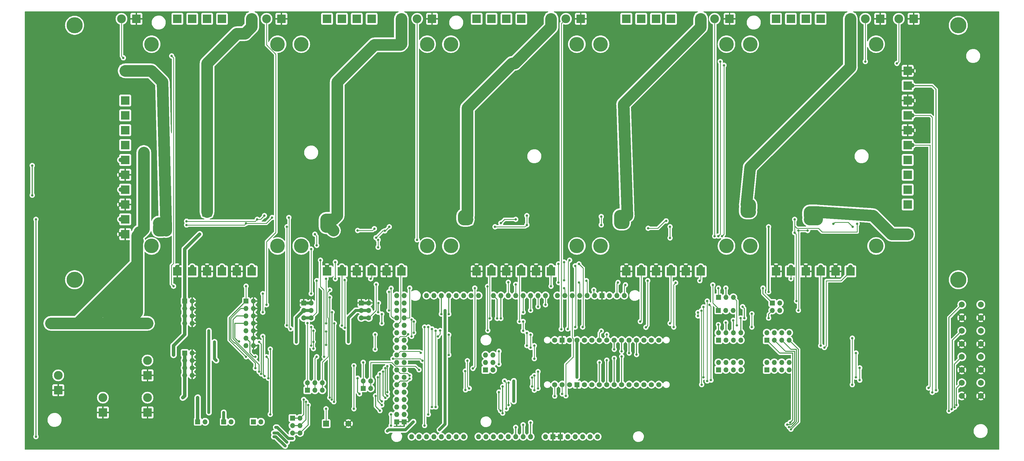
<source format=gbl>
G04 #@! TF.GenerationSoftware,KiCad,Pcbnew,7.0.1*
G04 #@! TF.CreationDate,2023-03-21T23:46:41-06:00*
G04 #@! TF.ProjectId,Arm_PCB,41726d5f-5043-4422-9e6b-696361645f70,rev?*
G04 #@! TF.SameCoordinates,Original*
G04 #@! TF.FileFunction,Copper,L2,Bot*
G04 #@! TF.FilePolarity,Positive*
%FSLAX46Y46*%
G04 Gerber Fmt 4.6, Leading zero omitted, Abs format (unit mm)*
G04 Created by KiCad (PCBNEW 7.0.1) date 2023-03-21 23:46:41*
%MOMM*%
%LPD*%
G01*
G04 APERTURE LIST*
G04 #@! TA.AperFunction,ComponentPad*
%ADD10R,3.000000X3.000000*%
G04 #@! TD*
G04 #@! TA.AperFunction,ComponentPad*
%ADD11C,3.000000*%
G04 #@! TD*
G04 #@! TA.AperFunction,WasherPad*
%ADD12C,5.000000*%
G04 #@! TD*
G04 #@! TA.AperFunction,ComponentPad*
%ADD13C,1.500000*%
G04 #@! TD*
G04 #@! TA.AperFunction,ComponentPad*
%ADD14R,1.700000X1.700000*%
G04 #@! TD*
G04 #@! TA.AperFunction,ComponentPad*
%ADD15O,1.700000X1.700000*%
G04 #@! TD*
G04 #@! TA.AperFunction,ComponentPad*
%ADD16C,2.000000*%
G04 #@! TD*
G04 #@! TA.AperFunction,WasherPad*
%ADD17C,5.500000*%
G04 #@! TD*
G04 #@! TA.AperFunction,ComponentPad*
%ADD18C,1.727200*%
G04 #@! TD*
G04 #@! TA.AperFunction,ComponentPad*
%ADD19R,1.727200X1.727200*%
G04 #@! TD*
G04 #@! TA.AperFunction,ComponentPad*
%ADD20R,2.000000X2.000000*%
G04 #@! TD*
G04 #@! TA.AperFunction,ComponentPad*
%ADD21O,1.727200X1.727200*%
G04 #@! TD*
G04 #@! TA.AperFunction,ViaPad*
%ADD22C,0.600000*%
G04 #@! TD*
G04 #@! TA.AperFunction,ViaPad*
%ADD23C,0.800000*%
G04 #@! TD*
G04 #@! TA.AperFunction,Conductor*
%ADD24C,0.250000*%
G04 #@! TD*
G04 #@! TA.AperFunction,Conductor*
%ADD25C,1.000000*%
G04 #@! TD*
G04 #@! TA.AperFunction,Conductor*
%ADD26C,1.200000*%
G04 #@! TD*
G04 #@! TA.AperFunction,Conductor*
%ADD27C,0.500000*%
G04 #@! TD*
G04 #@! TA.AperFunction,Conductor*
%ADD28C,0.300000*%
G04 #@! TD*
G04 #@! TA.AperFunction,Conductor*
%ADD29C,0.350000*%
G04 #@! TD*
G04 #@! TA.AperFunction,Conductor*
%ADD30C,4.000000*%
G04 #@! TD*
G04 APERTURE END LIST*
D10*
X183515000Y-45720000D03*
D11*
X178435000Y-45720000D03*
D12*
X241055000Y-54400000D03*
X241055000Y-123400000D03*
X284055000Y-54400000D03*
X284055000Y-123400000D03*
D10*
X275255000Y-45720000D03*
X270175000Y-45720000D03*
D13*
X254935000Y-130580000D03*
D10*
X254935000Y-132080000D03*
D13*
X249855000Y-130580000D03*
D10*
X249855000Y-132080000D03*
D13*
X275255000Y-130580000D03*
D10*
X275255000Y-132080000D03*
D13*
X270175000Y-130580000D03*
D10*
X270175000Y-132080000D03*
D13*
X265095000Y-130580000D03*
D10*
X265095000Y-132080000D03*
D13*
X260015000Y-130580000D03*
D10*
X260015000Y-132080000D03*
X265095000Y-45720000D03*
X260015000Y-45720000D03*
X254935000Y-45720000D03*
X249855000Y-45720000D03*
D12*
X292155000Y-54400000D03*
X292155000Y-123400000D03*
X335155000Y-54400000D03*
X335155000Y-123400000D03*
D10*
X326355000Y-45720000D03*
X321275000Y-45720000D03*
D13*
X306035000Y-130580000D03*
D10*
X306035000Y-132080000D03*
D13*
X300955000Y-130580000D03*
D10*
X300955000Y-132080000D03*
D13*
X326355000Y-130580000D03*
D10*
X326355000Y-132080000D03*
D13*
X321275000Y-130580000D03*
D10*
X321275000Y-132080000D03*
D13*
X316195000Y-130580000D03*
D10*
X316195000Y-132080000D03*
D13*
X311115000Y-130580000D03*
D10*
X311115000Y-132080000D03*
X316195000Y-45720000D03*
X311115000Y-45720000D03*
X306035000Y-45720000D03*
X300955000Y-45720000D03*
D14*
X281315000Y-165740000D03*
D15*
X281315000Y-163200000D03*
X283855000Y-165740000D03*
X283855000Y-163200000D03*
X286395000Y-165740000D03*
X286395000Y-163200000D03*
X288935000Y-165740000D03*
X288935000Y-163200000D03*
D14*
X297825000Y-165740000D03*
D15*
X297825000Y-163200000D03*
X300365000Y-165740000D03*
X300365000Y-163200000D03*
X302905000Y-165740000D03*
X302905000Y-163200000D03*
X305445000Y-165740000D03*
X305445000Y-163200000D03*
D14*
X103505000Y-183515000D03*
D15*
X106045000Y-183515000D03*
D10*
X285115000Y-45720000D03*
D11*
X280035000Y-45720000D03*
D16*
X364415000Y-170180000D03*
X370915000Y-170180000D03*
X364415000Y-174680000D03*
X370915000Y-174680000D03*
D14*
X99060000Y-160020000D03*
D15*
X101600000Y-160020000D03*
X99060000Y-162560000D03*
X101600000Y-162560000D03*
X99060000Y-165100000D03*
X101600000Y-165100000D03*
X99060000Y-167640000D03*
X101600000Y-167640000D03*
D12*
X189955000Y-54400000D03*
X189955000Y-123400000D03*
X232955000Y-54400000D03*
X232955000Y-123400000D03*
D10*
X224155000Y-45720000D03*
X219075000Y-45720000D03*
D13*
X203835000Y-130580000D03*
D10*
X203835000Y-132080000D03*
D13*
X198755000Y-130580000D03*
D10*
X198755000Y-132080000D03*
D13*
X224155000Y-130580000D03*
D10*
X224155000Y-132080000D03*
D13*
X219075000Y-130580000D03*
D10*
X219075000Y-132080000D03*
D13*
X213995000Y-130580000D03*
D10*
X213995000Y-132080000D03*
D13*
X208915000Y-130580000D03*
D10*
X208915000Y-132080000D03*
X213995000Y-45720000D03*
X208915000Y-45720000D03*
X203835000Y-45720000D03*
X198755000Y-45720000D03*
X86360000Y-167640000D03*
D11*
X86360000Y-162560000D03*
D14*
X160020000Y-172085000D03*
D15*
X160020000Y-169545000D03*
X162560000Y-172085000D03*
X162560000Y-169545000D03*
D16*
X364415000Y-152400000D03*
X370915000Y-152400000D03*
X364415000Y-156900000D03*
X370915000Y-156900000D03*
X364415000Y-143455000D03*
X370915000Y-143455000D03*
X364415000Y-147955000D03*
X370915000Y-147955000D03*
D14*
X135890000Y-182245000D03*
D15*
X138430000Y-182245000D03*
X135890000Y-184785000D03*
X138430000Y-184785000D03*
X135890000Y-187325000D03*
X138430000Y-187325000D03*
D10*
X86360000Y-180340000D03*
D11*
X86360000Y-175260000D03*
D10*
X71120000Y-180340000D03*
D11*
X71120000Y-175260000D03*
D10*
X234315000Y-45720000D03*
D11*
X229235000Y-45720000D03*
D10*
X86360000Y-154940000D03*
D11*
X86360000Y-149860000D03*
D12*
X138855000Y-54400000D03*
X138855000Y-123400000D03*
X181855000Y-54400000D03*
X181855000Y-123400000D03*
D10*
X173055000Y-45720000D03*
X167975000Y-45720000D03*
D13*
X152735000Y-130580000D03*
D10*
X152735000Y-132080000D03*
D13*
X147655000Y-130580000D03*
D10*
X147655000Y-132080000D03*
D13*
X173055000Y-130580000D03*
D10*
X173055000Y-132080000D03*
D13*
X167975000Y-130580000D03*
D10*
X167975000Y-132080000D03*
D13*
X162895000Y-130580000D03*
D10*
X162895000Y-132080000D03*
D13*
X157815000Y-130580000D03*
D10*
X157815000Y-132080000D03*
X162895000Y-45720000D03*
X157815000Y-45720000D03*
X152735000Y-45720000D03*
X147655000Y-45720000D03*
X347980000Y-45720000D03*
D11*
X342900000Y-45720000D03*
D17*
X363220000Y-134940000D03*
X363220000Y-47940000D03*
D10*
X345940000Y-119380000D03*
X345940000Y-114300000D03*
D13*
X347440000Y-68580000D03*
D10*
X345940000Y-68580000D03*
D13*
X347440000Y-63500000D03*
D10*
X345940000Y-63500000D03*
D13*
X347440000Y-88900000D03*
D10*
X345940000Y-88900000D03*
D13*
X347440000Y-83820000D03*
D10*
X345940000Y-83820000D03*
D13*
X347440000Y-78740000D03*
D10*
X345940000Y-78740000D03*
D13*
X347440000Y-73660000D03*
D10*
X345940000Y-73660000D03*
X345940000Y-109220000D03*
X345940000Y-104140000D03*
X345940000Y-99060000D03*
X345940000Y-93980000D03*
D14*
X139700000Y-142875000D03*
D15*
X142240000Y-142875000D03*
X139700000Y-145415000D03*
X142240000Y-145415000D03*
X139700000Y-147955000D03*
X142240000Y-147955000D03*
D14*
X140985000Y-172725000D03*
D15*
X140985000Y-170185000D03*
X143525000Y-172725000D03*
X143525000Y-170185000D03*
X146065000Y-172725000D03*
X146065000Y-170185000D03*
D14*
X281305000Y-145415000D03*
D15*
X283845000Y-145415000D03*
X286385000Y-145415000D03*
D12*
X87755000Y-54400000D03*
X87755000Y-123400000D03*
X130755000Y-54400000D03*
X130755000Y-123400000D03*
D10*
X121955000Y-45720000D03*
X116875000Y-45720000D03*
D13*
X101635000Y-130580000D03*
D10*
X101635000Y-132080000D03*
D13*
X96555000Y-130580000D03*
D10*
X96555000Y-132080000D03*
D13*
X121955000Y-130580000D03*
D10*
X121955000Y-132080000D03*
D13*
X116875000Y-130580000D03*
D10*
X116875000Y-132080000D03*
D13*
X111795000Y-130580000D03*
D10*
X111795000Y-132080000D03*
D13*
X106715000Y-130580000D03*
D10*
X106715000Y-132080000D03*
X111795000Y-45720000D03*
X106715000Y-45720000D03*
X101635000Y-45720000D03*
X96555000Y-45720000D03*
X55880000Y-172720000D03*
D11*
X55880000Y-167640000D03*
D14*
X299735000Y-142875000D03*
D15*
X302275000Y-142875000D03*
X299735000Y-145415000D03*
X302275000Y-145415000D03*
D14*
X281320000Y-140970000D03*
D15*
X283860000Y-140970000D03*
X286400000Y-140970000D03*
D14*
X112395000Y-183515000D03*
D15*
X114935000Y-183515000D03*
D18*
X258445000Y-155575000D03*
X233045000Y-155575000D03*
X253365000Y-155575000D03*
X250825000Y-155575000D03*
X248285000Y-155575000D03*
X245745000Y-155575000D03*
X243205000Y-155575000D03*
X240665000Y-155575000D03*
X238125000Y-155575000D03*
X235585000Y-155575000D03*
X255905000Y-155575000D03*
X227965000Y-170815000D03*
X225425000Y-170815000D03*
X235585000Y-170815000D03*
X238125000Y-170815000D03*
X240665000Y-170815000D03*
X243205000Y-170815000D03*
X245745000Y-170815000D03*
X248285000Y-170815000D03*
X250825000Y-170815000D03*
X253365000Y-170815000D03*
X255905000Y-170815000D03*
X258445000Y-170815000D03*
X260985000Y-170815000D03*
X260985000Y-155575000D03*
D19*
X233045000Y-170815000D03*
X227965000Y-155575000D03*
D18*
X230505000Y-170815000D03*
X230505000Y-155575000D03*
X225425000Y-155575000D03*
D14*
X281315000Y-155580000D03*
D15*
X281315000Y-153040000D03*
X283855000Y-155580000D03*
X283855000Y-153040000D03*
X286395000Y-155580000D03*
X286395000Y-153040000D03*
X288935000Y-155580000D03*
X288935000Y-153040000D03*
D10*
X336550000Y-45720000D03*
D11*
X331470000Y-45720000D03*
D10*
X82550000Y-45720000D03*
D11*
X77470000Y-45720000D03*
D10*
X53340000Y-154940000D03*
D11*
X53340000Y-149860000D03*
D20*
X147340000Y-184150000D03*
D16*
X154940000Y-184150000D03*
D10*
X132080000Y-45720000D03*
D11*
X127000000Y-45720000D03*
D14*
X120015000Y-142240000D03*
D15*
X122555000Y-142240000D03*
X120015000Y-144780000D03*
X122555000Y-144780000D03*
X120015000Y-147320000D03*
X122555000Y-147320000D03*
X120015000Y-149860000D03*
X122555000Y-149860000D03*
X120015000Y-152400000D03*
X122555000Y-152400000D03*
X120015000Y-154940000D03*
X122555000Y-154940000D03*
X120015000Y-157480000D03*
X122555000Y-157480000D03*
D14*
X297825000Y-155580000D03*
D15*
X297825000Y-153040000D03*
X300365000Y-155580000D03*
X300365000Y-153040000D03*
X302905000Y-155580000D03*
X302905000Y-153040000D03*
X305445000Y-155580000D03*
X305445000Y-153040000D03*
D17*
X61460000Y-47940000D03*
X61460000Y-134940000D03*
D10*
X78740000Y-63500000D03*
X78740000Y-68580000D03*
D13*
X77240000Y-114300000D03*
D10*
X78740000Y-114300000D03*
D13*
X77240000Y-119380000D03*
D10*
X78740000Y-119380000D03*
D13*
X77240000Y-93980000D03*
D10*
X78740000Y-93980000D03*
D13*
X77240000Y-99060000D03*
D10*
X78740000Y-99060000D03*
D13*
X77240000Y-104140000D03*
D10*
X78740000Y-104140000D03*
D13*
X77240000Y-109220000D03*
D10*
X78740000Y-109220000D03*
X78740000Y-73660000D03*
X78740000Y-78740000D03*
X78740000Y-83820000D03*
X78740000Y-88900000D03*
D14*
X159385000Y-142875000D03*
D15*
X161925000Y-142875000D03*
X159385000Y-145415000D03*
X161925000Y-145415000D03*
X159385000Y-147955000D03*
X161925000Y-147955000D03*
D14*
X99060000Y-142240000D03*
D15*
X101600000Y-142240000D03*
X99060000Y-144780000D03*
X101600000Y-144780000D03*
X99060000Y-147320000D03*
X101600000Y-147320000D03*
X99060000Y-149860000D03*
X101600000Y-149860000D03*
D16*
X364415000Y-161290000D03*
X370915000Y-161290000D03*
X364415000Y-165790000D03*
X370915000Y-165790000D03*
D14*
X122555000Y-183515000D03*
D15*
X125095000Y-183515000D03*
D10*
X71120000Y-154940000D03*
D11*
X71120000Y-149860000D03*
D21*
X240030000Y-188595000D03*
X232410000Y-188595000D03*
X229870000Y-188595000D03*
X201803000Y-160655000D03*
X173990000Y-140335000D03*
X171450000Y-140335000D03*
X217170000Y-188595000D03*
X214630000Y-188595000D03*
X212090000Y-188595000D03*
X209550000Y-188595000D03*
X207010000Y-188595000D03*
X204470000Y-188595000D03*
X201930000Y-188595000D03*
X199390000Y-188595000D03*
X194310000Y-188595000D03*
X191770000Y-188595000D03*
X189230000Y-188595000D03*
X186690000Y-188595000D03*
X184150000Y-188595000D03*
X181610000Y-188595000D03*
X179070000Y-188595000D03*
X176530000Y-188595000D03*
X244094000Y-140335000D03*
X204470000Y-140335000D03*
X207010000Y-140335000D03*
X209550000Y-140335000D03*
X212090000Y-140335000D03*
X214630000Y-140335000D03*
X217170000Y-140335000D03*
X219710000Y-140335000D03*
X222250000Y-140335000D03*
X226314000Y-140335000D03*
X228854000Y-140335000D03*
X231394000Y-140335000D03*
X233934000Y-140335000D03*
X236474000Y-140335000D03*
X239014000Y-140335000D03*
X199390000Y-140335000D03*
X196850000Y-140335000D03*
X194310000Y-140335000D03*
X191770000Y-140335000D03*
X189230000Y-140335000D03*
X186690000Y-140335000D03*
X184150000Y-140335000D03*
X181610000Y-140335000D03*
X173990000Y-142875000D03*
X171450000Y-142875000D03*
X173990000Y-145415000D03*
X171450000Y-145415000D03*
X173990000Y-147955000D03*
X171450000Y-147955000D03*
X173990000Y-150495000D03*
X171450000Y-150495000D03*
X173990000Y-153035000D03*
X171450000Y-153035000D03*
X173990000Y-155575000D03*
X171450000Y-155575000D03*
X173990000Y-158115000D03*
X171450000Y-158115000D03*
X173990000Y-160655000D03*
X171450000Y-160655000D03*
X173990000Y-163195000D03*
X171450000Y-163195000D03*
X173990000Y-165735000D03*
X171450000Y-165735000D03*
X173990000Y-168275000D03*
X171450000Y-168275000D03*
X173990000Y-170815000D03*
X171450000Y-170815000D03*
X173990000Y-173355000D03*
X171450000Y-173355000D03*
X173990000Y-175895000D03*
X171450000Y-175895000D03*
X173990000Y-178435000D03*
X171450000Y-178435000D03*
X173990000Y-180975000D03*
X171450000Y-180975000D03*
D19*
X241554000Y-140335000D03*
X227330000Y-188595000D03*
X224790000Y-188595000D03*
X201803000Y-165735000D03*
X173990000Y-183515000D03*
X171450000Y-183515000D03*
D21*
X237490000Y-188595000D03*
X204343000Y-160655000D03*
X201803000Y-163195000D03*
X234950000Y-188595000D03*
X204343000Y-165735000D03*
X204343000Y-163195000D03*
X249174000Y-140335000D03*
X246634000Y-140335000D03*
X222250000Y-188595000D03*
D22*
X128905000Y-147955000D03*
D23*
X367030000Y-103505000D03*
X365760000Y-102235000D03*
X364490000Y-102235000D03*
X367030000Y-102235000D03*
X370840000Y-104775000D03*
X368300000Y-104775000D03*
X369570000Y-102235000D03*
X361950000Y-103505000D03*
X370840000Y-103505000D03*
X367030000Y-104775000D03*
X368300000Y-102235000D03*
X368300000Y-103505000D03*
X369570000Y-103505000D03*
X372110000Y-104775000D03*
X364490000Y-104775000D03*
X363220000Y-103505000D03*
X365760000Y-104775000D03*
X365760000Y-103505000D03*
X363220000Y-104775000D03*
X372110000Y-102235000D03*
X372110000Y-103505000D03*
X363220000Y-102235000D03*
X361950000Y-102235000D03*
X364490000Y-103505000D03*
X370840000Y-102235000D03*
X361950000Y-104775000D03*
X369570000Y-104775000D03*
X367030000Y-99695000D03*
X365760000Y-98425000D03*
X364490000Y-98425000D03*
X367030000Y-98425000D03*
X370840000Y-100965000D03*
X368300000Y-100965000D03*
X369570000Y-98425000D03*
X361950000Y-99695000D03*
X370840000Y-99695000D03*
X367030000Y-100965000D03*
X368300000Y-98425000D03*
X368300000Y-99695000D03*
X369570000Y-99695000D03*
X372110000Y-100965000D03*
X364490000Y-100965000D03*
X363220000Y-99695000D03*
X365760000Y-100965000D03*
X365760000Y-99695000D03*
X363220000Y-100965000D03*
X372110000Y-98425000D03*
X372110000Y-99695000D03*
X363220000Y-98425000D03*
X361950000Y-98425000D03*
X364490000Y-99695000D03*
X370840000Y-98425000D03*
X361950000Y-100965000D03*
X369570000Y-100965000D03*
X367030000Y-95885000D03*
X365760000Y-94615000D03*
X364490000Y-94615000D03*
X367030000Y-94615000D03*
X370840000Y-97155000D03*
X368300000Y-97155000D03*
X369570000Y-94615000D03*
X361950000Y-95885000D03*
X370840000Y-95885000D03*
X367030000Y-97155000D03*
X368300000Y-94615000D03*
X368300000Y-95885000D03*
X369570000Y-95885000D03*
X372110000Y-97155000D03*
X364490000Y-97155000D03*
X363220000Y-95885000D03*
X365760000Y-97155000D03*
X365760000Y-95885000D03*
X363220000Y-97155000D03*
X372110000Y-94615000D03*
X372110000Y-95885000D03*
X363220000Y-94615000D03*
X361950000Y-94615000D03*
X364490000Y-95885000D03*
X370840000Y-94615000D03*
X361950000Y-97155000D03*
X369570000Y-97155000D03*
X100330000Y-80010000D03*
X99060000Y-81280000D03*
X99060000Y-82550000D03*
X99060000Y-80010000D03*
X101600000Y-76200000D03*
X101600000Y-78740000D03*
X99060000Y-77470000D03*
X100330000Y-85090000D03*
X100330000Y-76200000D03*
X101600000Y-80010000D03*
X99060000Y-78740000D03*
X100330000Y-78740000D03*
X100330000Y-77470000D03*
X101600000Y-74930000D03*
X101600000Y-82550000D03*
X100330000Y-83820000D03*
X101600000Y-81280000D03*
X100330000Y-81280000D03*
X101600000Y-83820000D03*
X99060000Y-74930000D03*
X100330000Y-74930000D03*
X99060000Y-83820000D03*
X99060000Y-85090000D03*
X100330000Y-82550000D03*
X99060000Y-76200000D03*
X101600000Y-85090000D03*
X101600000Y-77470000D03*
X58420000Y-86995000D03*
X57150000Y-85725000D03*
X55880000Y-85725000D03*
X58420000Y-85725000D03*
X62230000Y-88265000D03*
X59690000Y-88265000D03*
X60960000Y-85725000D03*
X53340000Y-86995000D03*
X62230000Y-86995000D03*
X58420000Y-88265000D03*
X59690000Y-85725000D03*
X59690000Y-86995000D03*
X60960000Y-86995000D03*
X63500000Y-88265000D03*
X55880000Y-88265000D03*
X54610000Y-86995000D03*
X57150000Y-88265000D03*
X57150000Y-86995000D03*
X54610000Y-88265000D03*
X63500000Y-85725000D03*
X63500000Y-86995000D03*
X54610000Y-85725000D03*
X53340000Y-85725000D03*
X55880000Y-86995000D03*
X62230000Y-85725000D03*
X53340000Y-88265000D03*
X60960000Y-88265000D03*
X58420000Y-83185000D03*
X57150000Y-81915000D03*
X55880000Y-81915000D03*
X58420000Y-81915000D03*
X62230000Y-84455000D03*
X59690000Y-84455000D03*
X60960000Y-81915000D03*
X53340000Y-83185000D03*
X62230000Y-83185000D03*
X58420000Y-84455000D03*
X59690000Y-81915000D03*
X59690000Y-83185000D03*
X60960000Y-83185000D03*
X63500000Y-84455000D03*
X55880000Y-84455000D03*
X54610000Y-83185000D03*
X57150000Y-84455000D03*
X57150000Y-83185000D03*
X54610000Y-84455000D03*
X63500000Y-81915000D03*
X63500000Y-83185000D03*
X54610000Y-81915000D03*
X53340000Y-81915000D03*
X55880000Y-83185000D03*
X62230000Y-81915000D03*
X53340000Y-84455000D03*
X60960000Y-84455000D03*
X58420000Y-79375000D03*
X57150000Y-78105000D03*
X55880000Y-78105000D03*
X58420000Y-78105000D03*
X62230000Y-80645000D03*
X59690000Y-80645000D03*
X60960000Y-78105000D03*
X53340000Y-79375000D03*
X62230000Y-79375000D03*
X58420000Y-80645000D03*
X59690000Y-78105000D03*
X59690000Y-79375000D03*
X60960000Y-79375000D03*
X63500000Y-80645000D03*
X55880000Y-80645000D03*
X54610000Y-79375000D03*
X57150000Y-80645000D03*
X57150000Y-79375000D03*
X54610000Y-80645000D03*
X63500000Y-78105000D03*
X63500000Y-79375000D03*
X54610000Y-78105000D03*
X53340000Y-78105000D03*
X55880000Y-79375000D03*
X62230000Y-78105000D03*
X53340000Y-80645000D03*
X60960000Y-80645000D03*
X58420000Y-75565000D03*
X57150000Y-74295000D03*
X55880000Y-74295000D03*
X58420000Y-74295000D03*
X62230000Y-76835000D03*
X59690000Y-76835000D03*
X60960000Y-74295000D03*
X53340000Y-75565000D03*
X62230000Y-75565000D03*
X58420000Y-76835000D03*
X59690000Y-74295000D03*
X59690000Y-75565000D03*
X60960000Y-75565000D03*
X63500000Y-76835000D03*
X55880000Y-76835000D03*
X54610000Y-75565000D03*
X57150000Y-76835000D03*
X57150000Y-75565000D03*
X54610000Y-76835000D03*
X63500000Y-74295000D03*
X63500000Y-75565000D03*
X54610000Y-74295000D03*
X53340000Y-74295000D03*
X55880000Y-75565000D03*
X62230000Y-74295000D03*
X53340000Y-76835000D03*
X60960000Y-76835000D03*
X58420000Y-71755000D03*
X57150000Y-70485000D03*
X55880000Y-70485000D03*
X58420000Y-70485000D03*
X62230000Y-73025000D03*
X59690000Y-73025000D03*
X60960000Y-70485000D03*
X53340000Y-71755000D03*
X62230000Y-71755000D03*
X58420000Y-73025000D03*
X59690000Y-70485000D03*
X59690000Y-71755000D03*
X60960000Y-71755000D03*
X63500000Y-73025000D03*
X55880000Y-73025000D03*
X54610000Y-71755000D03*
X57150000Y-73025000D03*
X57150000Y-71755000D03*
X54610000Y-73025000D03*
X63500000Y-70485000D03*
X63500000Y-71755000D03*
X54610000Y-70485000D03*
X53340000Y-70485000D03*
X55880000Y-71755000D03*
X62230000Y-70485000D03*
X53340000Y-73025000D03*
X60960000Y-73025000D03*
X100965000Y-55245000D03*
X99695000Y-53975000D03*
X98425000Y-53975000D03*
X100965000Y-53975000D03*
X104775000Y-56515000D03*
X102235000Y-56515000D03*
X103505000Y-53975000D03*
X95885000Y-55245000D03*
X104775000Y-55245000D03*
X100965000Y-56515000D03*
X102235000Y-53975000D03*
X102235000Y-55245000D03*
X103505000Y-55245000D03*
X106045000Y-56515000D03*
X98425000Y-56515000D03*
X97155000Y-55245000D03*
X99695000Y-56515000D03*
X99695000Y-55245000D03*
X97155000Y-56515000D03*
X106045000Y-53975000D03*
X106045000Y-55245000D03*
X97155000Y-53975000D03*
X95885000Y-53975000D03*
X98425000Y-55245000D03*
X104775000Y-53975000D03*
X95885000Y-56515000D03*
X103505000Y-56515000D03*
X100330000Y-68580000D03*
X99060000Y-69850000D03*
X99060000Y-71120000D03*
X99060000Y-68580000D03*
X101600000Y-64770000D03*
X101600000Y-67310000D03*
X99060000Y-66040000D03*
X100330000Y-73660000D03*
X100330000Y-64770000D03*
X101600000Y-68580000D03*
X99060000Y-67310000D03*
X100330000Y-67310000D03*
X100330000Y-66040000D03*
X101600000Y-63500000D03*
X101600000Y-71120000D03*
X100330000Y-72390000D03*
X101600000Y-69850000D03*
X100330000Y-69850000D03*
X101600000Y-72390000D03*
X99060000Y-63500000D03*
X100330000Y-63500000D03*
X99060000Y-72390000D03*
X99060000Y-73660000D03*
X100330000Y-71120000D03*
X99060000Y-64770000D03*
X101600000Y-73660000D03*
X101600000Y-66040000D03*
X119380000Y-82550000D03*
X118110000Y-81280000D03*
X116840000Y-81280000D03*
X119380000Y-81280000D03*
X123190000Y-83820000D03*
X120650000Y-83820000D03*
X121920000Y-81280000D03*
X114300000Y-82550000D03*
X123190000Y-82550000D03*
X119380000Y-83820000D03*
X120650000Y-81280000D03*
X120650000Y-82550000D03*
X121920000Y-82550000D03*
X124460000Y-83820000D03*
X116840000Y-83820000D03*
X115570000Y-82550000D03*
X118110000Y-83820000D03*
X118110000Y-82550000D03*
X115570000Y-83820000D03*
X124460000Y-81280000D03*
X124460000Y-82550000D03*
X115570000Y-81280000D03*
X114300000Y-81280000D03*
X116840000Y-82550000D03*
X123190000Y-81280000D03*
X114300000Y-83820000D03*
X121920000Y-83820000D03*
X193675000Y-66675000D03*
X192405000Y-65405000D03*
X191135000Y-65405000D03*
X193675000Y-65405000D03*
X197485000Y-67945000D03*
X194945000Y-67945000D03*
X196215000Y-65405000D03*
X188595000Y-66675000D03*
X197485000Y-66675000D03*
X193675000Y-67945000D03*
X194945000Y-65405000D03*
X194945000Y-66675000D03*
X196215000Y-66675000D03*
X198755000Y-67945000D03*
X191135000Y-67945000D03*
X189865000Y-66675000D03*
X192405000Y-67945000D03*
X192405000Y-66675000D03*
X189865000Y-67945000D03*
X198755000Y-65405000D03*
X198755000Y-66675000D03*
X189865000Y-65405000D03*
X188595000Y-65405000D03*
X191135000Y-66675000D03*
X197485000Y-65405000D03*
X188595000Y-67945000D03*
X196215000Y-67945000D03*
X193675000Y-62865000D03*
X192405000Y-61595000D03*
X191135000Y-61595000D03*
X193675000Y-61595000D03*
X197485000Y-64135000D03*
X194945000Y-64135000D03*
X196215000Y-61595000D03*
X188595000Y-62865000D03*
X197485000Y-62865000D03*
X193675000Y-64135000D03*
X194945000Y-61595000D03*
X194945000Y-62865000D03*
X196215000Y-62865000D03*
X198755000Y-64135000D03*
X191135000Y-64135000D03*
X189865000Y-62865000D03*
X192405000Y-64135000D03*
X192405000Y-62865000D03*
X189865000Y-64135000D03*
X198755000Y-61595000D03*
X198755000Y-62865000D03*
X189865000Y-61595000D03*
X188595000Y-61595000D03*
X191135000Y-62865000D03*
X197485000Y-61595000D03*
X188595000Y-64135000D03*
X196215000Y-64135000D03*
X245110000Y-65405000D03*
X243840000Y-64135000D03*
X242570000Y-64135000D03*
X245110000Y-64135000D03*
X248920000Y-66675000D03*
X246380000Y-66675000D03*
X247650000Y-64135000D03*
X240030000Y-65405000D03*
X248920000Y-65405000D03*
X245110000Y-66675000D03*
X246380000Y-64135000D03*
X246380000Y-65405000D03*
X247650000Y-65405000D03*
X250190000Y-66675000D03*
X242570000Y-66675000D03*
X241300000Y-65405000D03*
X243840000Y-66675000D03*
X243840000Y-65405000D03*
X241300000Y-66675000D03*
X250190000Y-64135000D03*
X250190000Y-65405000D03*
X241300000Y-64135000D03*
X240030000Y-64135000D03*
X242570000Y-65405000D03*
X248920000Y-64135000D03*
X240030000Y-66675000D03*
X247650000Y-66675000D03*
X245110000Y-61595000D03*
X243840000Y-60325000D03*
X242570000Y-60325000D03*
X245110000Y-60325000D03*
X248920000Y-62865000D03*
X246380000Y-62865000D03*
X247650000Y-60325000D03*
X240030000Y-61595000D03*
X248920000Y-61595000D03*
X245110000Y-62865000D03*
X246380000Y-60325000D03*
X246380000Y-61595000D03*
X247650000Y-61595000D03*
X250190000Y-62865000D03*
X242570000Y-62865000D03*
X241300000Y-61595000D03*
X243840000Y-62865000D03*
X243840000Y-61595000D03*
X241300000Y-62865000D03*
X250190000Y-60325000D03*
X250190000Y-61595000D03*
X241300000Y-60325000D03*
X240030000Y-60325000D03*
X242570000Y-61595000D03*
X248920000Y-60325000D03*
X240030000Y-62865000D03*
X247650000Y-62865000D03*
X367030000Y-92075000D03*
X365760000Y-90805000D03*
X364490000Y-90805000D03*
X367030000Y-90805000D03*
X370840000Y-93345000D03*
X368300000Y-93345000D03*
X369570000Y-90805000D03*
X361950000Y-92075000D03*
X370840000Y-92075000D03*
X367030000Y-93345000D03*
X368300000Y-90805000D03*
X368300000Y-92075000D03*
X369570000Y-92075000D03*
X372110000Y-93345000D03*
X364490000Y-93345000D03*
X363220000Y-92075000D03*
X365760000Y-93345000D03*
X365760000Y-92075000D03*
X363220000Y-93345000D03*
X372110000Y-90805000D03*
X372110000Y-92075000D03*
X363220000Y-90805000D03*
X361950000Y-90805000D03*
X364490000Y-92075000D03*
X370840000Y-90805000D03*
X361950000Y-93345000D03*
X369570000Y-93345000D03*
X367030000Y-88265000D03*
X365760000Y-86995000D03*
X364490000Y-86995000D03*
X367030000Y-86995000D03*
X370840000Y-89535000D03*
X368300000Y-89535000D03*
X369570000Y-86995000D03*
X361950000Y-88265000D03*
X370840000Y-88265000D03*
X367030000Y-89535000D03*
X368300000Y-86995000D03*
X368300000Y-88265000D03*
X369570000Y-88265000D03*
X372110000Y-89535000D03*
X364490000Y-89535000D03*
X363220000Y-88265000D03*
X365760000Y-89535000D03*
X365760000Y-88265000D03*
X363220000Y-89535000D03*
X372110000Y-86995000D03*
X372110000Y-88265000D03*
X363220000Y-86995000D03*
X361950000Y-86995000D03*
X364490000Y-88265000D03*
X370840000Y-86995000D03*
X361950000Y-89535000D03*
X369570000Y-89535000D03*
X334010000Y-140335000D03*
X332740000Y-139065000D03*
X331470000Y-139065000D03*
X334010000Y-139065000D03*
X337820000Y-141605000D03*
X335280000Y-141605000D03*
X336550000Y-139065000D03*
X328930000Y-140335000D03*
X337820000Y-140335000D03*
X334010000Y-141605000D03*
X335280000Y-139065000D03*
X335280000Y-140335000D03*
X336550000Y-140335000D03*
X339090000Y-141605000D03*
X331470000Y-141605000D03*
X330200000Y-140335000D03*
X332740000Y-141605000D03*
X332740000Y-140335000D03*
X330200000Y-141605000D03*
X339090000Y-139065000D03*
X339090000Y-140335000D03*
X330200000Y-139065000D03*
X328930000Y-139065000D03*
X331470000Y-140335000D03*
X337820000Y-139065000D03*
X328930000Y-141605000D03*
X336550000Y-141605000D03*
X259080000Y-166370000D03*
X257810000Y-165100000D03*
X256540000Y-165100000D03*
X259080000Y-165100000D03*
X262890000Y-167640000D03*
X260350000Y-167640000D03*
X261620000Y-165100000D03*
X254000000Y-166370000D03*
X262890000Y-166370000D03*
X259080000Y-167640000D03*
X260350000Y-165100000D03*
X260350000Y-166370000D03*
X261620000Y-166370000D03*
X264160000Y-167640000D03*
X256540000Y-167640000D03*
X255270000Y-166370000D03*
X257810000Y-167640000D03*
X257810000Y-166370000D03*
X255270000Y-167640000D03*
X264160000Y-165100000D03*
X264160000Y-166370000D03*
X255270000Y-165100000D03*
X254000000Y-165100000D03*
X256540000Y-166370000D03*
X262890000Y-165100000D03*
X254000000Y-167640000D03*
X261620000Y-167640000D03*
X73660000Y-170180000D03*
X72390000Y-168910000D03*
X71120000Y-168910000D03*
X73660000Y-168910000D03*
X77470000Y-171450000D03*
X74930000Y-171450000D03*
X76200000Y-168910000D03*
X68580000Y-170180000D03*
X77470000Y-170180000D03*
X73660000Y-171450000D03*
X74930000Y-168910000D03*
X74930000Y-170180000D03*
X76200000Y-170180000D03*
X78740000Y-171450000D03*
X71120000Y-171450000D03*
X69850000Y-170180000D03*
X72390000Y-171450000D03*
X72390000Y-170180000D03*
X69850000Y-171450000D03*
X78740000Y-168910000D03*
X78740000Y-170180000D03*
X69850000Y-168910000D03*
X68580000Y-168910000D03*
X71120000Y-170180000D03*
X77470000Y-168910000D03*
X68580000Y-171450000D03*
X76200000Y-171450000D03*
X83820000Y-186055000D03*
X82550000Y-184785000D03*
X81280000Y-184785000D03*
X83820000Y-184785000D03*
X87630000Y-187325000D03*
X85090000Y-187325000D03*
X86360000Y-184785000D03*
X78740000Y-186055000D03*
X87630000Y-186055000D03*
X83820000Y-187325000D03*
X85090000Y-184785000D03*
X85090000Y-186055000D03*
X86360000Y-186055000D03*
X88900000Y-187325000D03*
X81280000Y-187325000D03*
X80010000Y-186055000D03*
X82550000Y-187325000D03*
X82550000Y-186055000D03*
X80010000Y-187325000D03*
X88900000Y-184785000D03*
X88900000Y-186055000D03*
X80010000Y-184785000D03*
X78740000Y-184785000D03*
X81280000Y-186055000D03*
X87630000Y-184785000D03*
X78740000Y-187325000D03*
X86360000Y-187325000D03*
X66675000Y-186055000D03*
X65405000Y-184785000D03*
X64135000Y-184785000D03*
X66675000Y-184785000D03*
X70485000Y-187325000D03*
X67945000Y-187325000D03*
X69215000Y-184785000D03*
X61595000Y-186055000D03*
X70485000Y-186055000D03*
X66675000Y-187325000D03*
X67945000Y-184785000D03*
X67945000Y-186055000D03*
X69215000Y-186055000D03*
X71755000Y-187325000D03*
X64135000Y-187325000D03*
X62865000Y-186055000D03*
X65405000Y-187325000D03*
X65405000Y-186055000D03*
X62865000Y-187325000D03*
X71755000Y-184785000D03*
X71755000Y-186055000D03*
X62865000Y-184785000D03*
X61595000Y-184785000D03*
X64135000Y-186055000D03*
X70485000Y-184785000D03*
X61595000Y-187325000D03*
X69215000Y-187325000D03*
X58420000Y-160020000D03*
X57150000Y-158750000D03*
X55880000Y-158750000D03*
X58420000Y-158750000D03*
X62230000Y-161290000D03*
X59690000Y-161290000D03*
X60960000Y-158750000D03*
X53340000Y-160020000D03*
X62230000Y-160020000D03*
X58420000Y-161290000D03*
X59690000Y-158750000D03*
X59690000Y-160020000D03*
X60960000Y-160020000D03*
X63500000Y-161290000D03*
X55880000Y-161290000D03*
X54610000Y-160020000D03*
X57150000Y-161290000D03*
X57150000Y-160020000D03*
X54610000Y-161290000D03*
X63500000Y-158750000D03*
X63500000Y-160020000D03*
X54610000Y-158750000D03*
X53340000Y-158750000D03*
X55880000Y-160020000D03*
X62230000Y-158750000D03*
X53340000Y-161290000D03*
X60960000Y-161290000D03*
X60325000Y-125730000D03*
X56515000Y-124460000D03*
X56515000Y-125730000D03*
X56515000Y-127000000D03*
X53975000Y-127000000D03*
X60325000Y-127000000D03*
X52705000Y-125730000D03*
X55245000Y-127000000D03*
X55245000Y-124460000D03*
X55245000Y-125730000D03*
X57785000Y-127000000D03*
X57785000Y-125730000D03*
X53975000Y-125730000D03*
X57785000Y-124460000D03*
X59055000Y-127000000D03*
X51435000Y-127000000D03*
X61595000Y-124460000D03*
X53975000Y-124460000D03*
X59055000Y-124460000D03*
X61595000Y-127000000D03*
X61595000Y-125730000D03*
X60325000Y-124460000D03*
X52705000Y-127000000D03*
X59055000Y-125730000D03*
X52705000Y-124460000D03*
X51435000Y-124460000D03*
X51435000Y-125730000D03*
X62865000Y-120015000D03*
X64135000Y-121285000D03*
X62865000Y-121285000D03*
X65405000Y-122555000D03*
X62865000Y-122555000D03*
X65405000Y-121285000D03*
X64135000Y-122555000D03*
X65405000Y-120015000D03*
X64135000Y-120015000D03*
X59055000Y-121285000D03*
X67945000Y-122555000D03*
X66675000Y-122555000D03*
X69215000Y-120015000D03*
X67945000Y-121285000D03*
X69215000Y-122555000D03*
X69215000Y-121285000D03*
X59055000Y-122555000D03*
X61595000Y-120015000D03*
X60325000Y-120015000D03*
X67945000Y-120015000D03*
X60325000Y-122555000D03*
X61595000Y-122555000D03*
X66675000Y-121285000D03*
X66675000Y-120015000D03*
X60325000Y-121285000D03*
X59055000Y-120015000D03*
X61595000Y-121285000D03*
X73025000Y-140970000D03*
X75565000Y-139700000D03*
X81915000Y-140970000D03*
X81915000Y-138430000D03*
X83185000Y-139700000D03*
X83185000Y-140970000D03*
X74295000Y-139700000D03*
X75565000Y-140970000D03*
X73025000Y-139700000D03*
X80645000Y-138430000D03*
X81915000Y-139700000D03*
X76835000Y-138430000D03*
X76835000Y-140970000D03*
X83185000Y-138430000D03*
X79375000Y-139700000D03*
X80645000Y-140970000D03*
X76835000Y-139700000D03*
X73025000Y-138430000D03*
X79375000Y-140970000D03*
X80645000Y-139700000D03*
X75565000Y-138430000D03*
X74295000Y-138430000D03*
X78105000Y-140970000D03*
X78105000Y-138430000D03*
X78105000Y-139700000D03*
X74295000Y-140970000D03*
X79375000Y-138430000D03*
X224790000Y-77470000D03*
X218440000Y-80010000D03*
X224790000Y-78740000D03*
X214630000Y-78740000D03*
X217170000Y-78740000D03*
X219710000Y-77470000D03*
X218440000Y-77470000D03*
X219710000Y-80010000D03*
X214630000Y-77470000D03*
X220980000Y-78740000D03*
X223520000Y-77470000D03*
X222250000Y-77470000D03*
X223520000Y-80010000D03*
X222250000Y-78740000D03*
X223520000Y-78740000D03*
X215900000Y-78740000D03*
X220980000Y-80010000D03*
X215900000Y-80010000D03*
X219710000Y-78740000D03*
X218440000Y-78740000D03*
X214630000Y-80010000D03*
X220980000Y-77470000D03*
X217170000Y-80010000D03*
X224790000Y-80010000D03*
X217170000Y-77470000D03*
X215900000Y-77470000D03*
X222250000Y-80010000D03*
X306705000Y-73660000D03*
X300355000Y-74930000D03*
X296545000Y-73660000D03*
X302895000Y-73660000D03*
X301625000Y-72390000D03*
X306705000Y-72390000D03*
X300355000Y-72390000D03*
X301625000Y-74930000D03*
X296545000Y-72390000D03*
X299085000Y-73660000D03*
X300355000Y-73660000D03*
X299085000Y-74930000D03*
X305435000Y-72390000D03*
X304165000Y-72390000D03*
X306705000Y-74930000D03*
X305435000Y-74930000D03*
X304165000Y-73660000D03*
X297815000Y-72390000D03*
X299085000Y-72390000D03*
X305435000Y-73660000D03*
X297815000Y-73660000D03*
X297815000Y-74930000D03*
X296545000Y-74930000D03*
X302895000Y-72390000D03*
X302895000Y-74930000D03*
X301625000Y-73660000D03*
X304165000Y-74930000D03*
X365760000Y-83185000D03*
X367030000Y-85725000D03*
X363220000Y-83185000D03*
X361950000Y-83185000D03*
X372110000Y-83185000D03*
X368300000Y-83185000D03*
X364490000Y-85725000D03*
X368300000Y-85725000D03*
X370840000Y-83185000D03*
X368300000Y-84455000D03*
X369570000Y-83185000D03*
X372110000Y-84455000D03*
X363220000Y-84455000D03*
X363220000Y-85725000D03*
X367030000Y-84455000D03*
X369570000Y-84455000D03*
X370840000Y-85725000D03*
X364490000Y-83185000D03*
X364490000Y-84455000D03*
X369570000Y-85725000D03*
X365760000Y-84455000D03*
X361950000Y-84455000D03*
X367030000Y-83185000D03*
X361950000Y-85725000D03*
X372110000Y-85725000D03*
X370840000Y-84455000D03*
X365760000Y-85725000D03*
X326390000Y-83820000D03*
X322580000Y-83820000D03*
X321310000Y-82550000D03*
X327660000Y-85090000D03*
X330200000Y-83820000D03*
X326390000Y-85090000D03*
X323850000Y-82550000D03*
X322580000Y-85090000D03*
X327660000Y-83820000D03*
X320040000Y-82550000D03*
X328930000Y-85090000D03*
X325120000Y-85090000D03*
X325120000Y-83820000D03*
X321310000Y-85090000D03*
X322580000Y-82550000D03*
X330200000Y-82550000D03*
X326390000Y-82550000D03*
X328930000Y-82550000D03*
X321310000Y-83820000D03*
X327660000Y-82550000D03*
X320040000Y-83820000D03*
X325120000Y-82550000D03*
X320040000Y-85090000D03*
X330200000Y-85090000D03*
X323850000Y-83820000D03*
X328930000Y-83820000D03*
X323850000Y-85090000D03*
X296545000Y-69850000D03*
X300355000Y-69850000D03*
X302895000Y-69850000D03*
X297815000Y-68580000D03*
X299085000Y-68580000D03*
X304165000Y-71120000D03*
X305435000Y-68580000D03*
X306705000Y-69850000D03*
X306705000Y-71120000D03*
X304165000Y-69850000D03*
X306705000Y-68580000D03*
X301625000Y-68580000D03*
X300355000Y-68580000D03*
X305435000Y-71120000D03*
X305435000Y-69850000D03*
X301625000Y-71120000D03*
X300355000Y-71120000D03*
X297815000Y-69850000D03*
X302895000Y-68580000D03*
X304165000Y-68580000D03*
X302895000Y-71120000D03*
X296545000Y-71120000D03*
X299085000Y-69850000D03*
X301625000Y-69850000D03*
X296545000Y-68580000D03*
X299085000Y-71120000D03*
X297815000Y-71120000D03*
X254000000Y-78740000D03*
X257810000Y-78740000D03*
X262890000Y-78740000D03*
X259080000Y-80010000D03*
X254000000Y-77470000D03*
X256540000Y-78740000D03*
X260350000Y-78740000D03*
X259080000Y-78740000D03*
X261620000Y-80010000D03*
X264160000Y-78740000D03*
X264160000Y-80010000D03*
X264160000Y-77470000D03*
X256540000Y-80010000D03*
X255270000Y-77470000D03*
X262890000Y-77470000D03*
X260350000Y-77470000D03*
X261620000Y-77470000D03*
X260350000Y-80010000D03*
X255270000Y-80010000D03*
X256540000Y-77470000D03*
X261620000Y-78740000D03*
X259080000Y-77470000D03*
X257810000Y-80010000D03*
X257810000Y-77470000D03*
X262890000Y-80010000D03*
X255270000Y-78740000D03*
X254000000Y-80010000D03*
X210820000Y-82550000D03*
X214630000Y-82550000D03*
X217170000Y-82550000D03*
X212090000Y-81280000D03*
X213360000Y-81280000D03*
X218440000Y-83820000D03*
X219710000Y-81280000D03*
X220980000Y-82550000D03*
X220980000Y-83820000D03*
X218440000Y-82550000D03*
X220980000Y-81280000D03*
X215900000Y-81280000D03*
X214630000Y-81280000D03*
X219710000Y-83820000D03*
X219710000Y-82550000D03*
X215900000Y-83820000D03*
X214630000Y-83820000D03*
X212090000Y-82550000D03*
X217170000Y-81280000D03*
X218440000Y-81280000D03*
X217170000Y-83820000D03*
X210820000Y-83820000D03*
X213360000Y-82550000D03*
X215900000Y-82550000D03*
X210820000Y-81280000D03*
X213360000Y-83820000D03*
X212090000Y-83820000D03*
X163830000Y-82550000D03*
X170180000Y-83820000D03*
X167640000Y-82550000D03*
X170180000Y-82550000D03*
X167640000Y-81280000D03*
X170180000Y-81280000D03*
X171450000Y-83820000D03*
X167640000Y-83820000D03*
X168910000Y-81280000D03*
X168910000Y-83820000D03*
X168910000Y-82550000D03*
X172720000Y-83820000D03*
X166370000Y-81280000D03*
X165100000Y-81280000D03*
X172720000Y-81280000D03*
X165100000Y-82550000D03*
X163830000Y-81280000D03*
X166370000Y-82550000D03*
X173990000Y-81280000D03*
X172720000Y-82550000D03*
X166370000Y-83820000D03*
X173990000Y-83820000D03*
X173990000Y-82550000D03*
X171450000Y-81280000D03*
X163830000Y-83820000D03*
X165100000Y-83820000D03*
X171450000Y-82550000D03*
X139700000Y-81280000D03*
X140970000Y-82550000D03*
X139700000Y-82550000D03*
X142240000Y-83820000D03*
X139700000Y-83820000D03*
X142240000Y-82550000D03*
X140970000Y-83820000D03*
X142240000Y-81280000D03*
X140970000Y-81280000D03*
X135890000Y-82550000D03*
X144780000Y-83820000D03*
X143510000Y-83820000D03*
X146050000Y-81280000D03*
X144780000Y-82550000D03*
X146050000Y-83820000D03*
X146050000Y-82550000D03*
X135890000Y-83820000D03*
X138430000Y-81280000D03*
X137160000Y-81280000D03*
X144780000Y-81280000D03*
X137160000Y-83820000D03*
X138430000Y-83820000D03*
X143510000Y-82550000D03*
X143510000Y-81280000D03*
X137160000Y-82550000D03*
X135890000Y-81280000D03*
X138430000Y-82550000D03*
X115570000Y-80010000D03*
X114300000Y-80010000D03*
X116840000Y-77470000D03*
X115570000Y-78740000D03*
X116840000Y-80010000D03*
X116840000Y-78740000D03*
X115570000Y-77470000D03*
X114300000Y-78740000D03*
X114300000Y-77470000D03*
X121920000Y-77470000D03*
X123190000Y-78740000D03*
X121920000Y-78740000D03*
X124460000Y-80010000D03*
X121920000Y-80010000D03*
X124460000Y-78740000D03*
X123190000Y-80010000D03*
X124460000Y-77470000D03*
X123190000Y-77470000D03*
X147320000Y-179070000D03*
X197485000Y-165270900D03*
X156845000Y-179070000D03*
X198120000Y-137795000D03*
X156845000Y-164350500D03*
X228600000Y-137795000D03*
X269240000Y-71120000D03*
X198120000Y-176530000D03*
X215900000Y-68580000D03*
X134620000Y-73660000D03*
X62230000Y-156210000D03*
X365760000Y-76200000D03*
X185420000Y-71120000D03*
X116840000Y-71120000D03*
X60960000Y-68580000D03*
X105410000Y-142240000D03*
X68580000Y-127000000D03*
X363220000Y-78740000D03*
X171450000Y-110490000D03*
X252476000Y-165862000D03*
X116840000Y-73660000D03*
X107950000Y-143510000D03*
X181610000Y-116840000D03*
X137160000Y-68580000D03*
X182880000Y-115570000D03*
X231140000Y-71120000D03*
X173990000Y-116840000D03*
X172720000Y-115570000D03*
X124460000Y-109220000D03*
X264160000Y-71120000D03*
X236220000Y-162560000D03*
X138430000Y-77470000D03*
X91440000Y-143510000D03*
X220472000Y-108966000D03*
X363220000Y-81280000D03*
X171450000Y-109220000D03*
X172720000Y-116840000D03*
X237490000Y-162560000D03*
X274320000Y-110490000D03*
X77470000Y-154940000D03*
X163830000Y-78740000D03*
X139700000Y-71120000D03*
X194310000Y-156210000D03*
X106680000Y-142240000D03*
X251206000Y-165862000D03*
X60960000Y-156210000D03*
X63500000Y-127000000D03*
X162560000Y-73660000D03*
X121920000Y-107950000D03*
X330200000Y-76200000D03*
X107950000Y-140970000D03*
X105410000Y-140970000D03*
X237236000Y-108966000D03*
X137160000Y-73660000D03*
X264922000Y-113030000D03*
X139700000Y-73660000D03*
X133350000Y-162560000D03*
X232410000Y-80010000D03*
X58420000Y-66040000D03*
X167640000Y-68580000D03*
X137160000Y-158115000D03*
X67310000Y-128270000D03*
X251206000Y-167132000D03*
X55880000Y-66040000D03*
X233680000Y-71120000D03*
X300482000Y-114554000D03*
X304800000Y-116840000D03*
X135890000Y-107950000D03*
X264160000Y-73660000D03*
X66040000Y-127000000D03*
X165100000Y-77470000D03*
X58420000Y-68580000D03*
X182880000Y-73660000D03*
X325628000Y-105664000D03*
X224790000Y-163830000D03*
X137160000Y-77470000D03*
X275590000Y-107950000D03*
X257556000Y-115570000D03*
X55880000Y-68580000D03*
X134620000Y-71120000D03*
X184150000Y-110490000D03*
X264160000Y-68580000D03*
X185420000Y-77470000D03*
X340360000Y-133350000D03*
X77470000Y-157480000D03*
X213360000Y-68580000D03*
X212090000Y-77470000D03*
X332232000Y-166370000D03*
X267970000Y-77470000D03*
X182880000Y-111760000D03*
X325120000Y-78740000D03*
X268986000Y-118110000D03*
X135890000Y-163830000D03*
X236220000Y-68580000D03*
X171450000Y-124460000D03*
X154940000Y-158750000D03*
X303276000Y-117348000D03*
X342900000Y-134620000D03*
X134620000Y-163830000D03*
X186690000Y-77470000D03*
X368300000Y-78740000D03*
X62230000Y-157480000D03*
X78740000Y-154940000D03*
X119380000Y-68580000D03*
X162560000Y-68580000D03*
X232410000Y-77470000D03*
X62230000Y-154940000D03*
X267462000Y-166878000D03*
X294640000Y-71120000D03*
X195580000Y-176530000D03*
X220472000Y-106426000D03*
X185420000Y-109220000D03*
X292100000Y-68580000D03*
X139700000Y-68580000D03*
X330200000Y-78740000D03*
X252476000Y-167132000D03*
X67310000Y-125730000D03*
X134620000Y-68580000D03*
X64770000Y-128270000D03*
X121920000Y-73660000D03*
X363220000Y-76200000D03*
X90170000Y-143510000D03*
X137160000Y-80010000D03*
X134620000Y-162560000D03*
X119380000Y-77470000D03*
X231140000Y-68580000D03*
X167640000Y-71120000D03*
X341630000Y-133350000D03*
X76200000Y-157480000D03*
X138430000Y-109220000D03*
X182880000Y-142240000D03*
X186690000Y-80010000D03*
X160020000Y-157480000D03*
X231140000Y-73660000D03*
X292100000Y-73660000D03*
X121920000Y-109220000D03*
X185420000Y-110490000D03*
X135890000Y-162560000D03*
X138430000Y-107950000D03*
X223012000Y-108966000D03*
X365760000Y-81280000D03*
X187960000Y-78740000D03*
X138430000Y-80010000D03*
X368300000Y-76200000D03*
X292100000Y-71120000D03*
X163830000Y-80010000D03*
X269240000Y-73660000D03*
X172720000Y-111760000D03*
X219202000Y-116332000D03*
X368300000Y-81280000D03*
X160020000Y-156210000D03*
X63500000Y-156210000D03*
X187960000Y-80010000D03*
X170180000Y-123190000D03*
X182880000Y-143510000D03*
X210820000Y-80010000D03*
X265430000Y-80010000D03*
X76200000Y-154940000D03*
X294640000Y-73660000D03*
X60960000Y-66040000D03*
X234950000Y-78740000D03*
X327660000Y-78740000D03*
X236220000Y-73660000D03*
X91440000Y-140970000D03*
X212090000Y-154940000D03*
X289560000Y-68580000D03*
X171450000Y-111760000D03*
X182880000Y-71120000D03*
X210820000Y-68580000D03*
X267970000Y-80010000D03*
X340360000Y-135890000D03*
X215900000Y-73660000D03*
X137160000Y-107950000D03*
X121920000Y-68580000D03*
X77470000Y-156210000D03*
X55880000Y-63500000D03*
X170180000Y-111760000D03*
X267208000Y-113284000D03*
X285496000Y-109220000D03*
X185420000Y-78740000D03*
X119380000Y-80010000D03*
X217932000Y-108966000D03*
X170180000Y-110490000D03*
X236220000Y-163830000D03*
X76200000Y-156210000D03*
X163830000Y-77470000D03*
X266700000Y-73660000D03*
X120650000Y-77470000D03*
X187960000Y-71120000D03*
X64770000Y-125730000D03*
X289560000Y-73660000D03*
X135890000Y-78740000D03*
X210820000Y-73660000D03*
X182880000Y-68580000D03*
X340360000Y-134620000D03*
X194310000Y-176530000D03*
X106680000Y-140970000D03*
X165100000Y-78740000D03*
X217932000Y-106426000D03*
X237236000Y-111506000D03*
X58420000Y-63500000D03*
X144780000Y-152400000D03*
X185420000Y-80010000D03*
X267462000Y-165608000D03*
X287020000Y-114046000D03*
X294640000Y-68580000D03*
X120650000Y-78740000D03*
X213360000Y-71120000D03*
X266192000Y-166878000D03*
X165100000Y-68580000D03*
X233680000Y-78740000D03*
X135890000Y-80010000D03*
X185420000Y-68580000D03*
X234696000Y-108966000D03*
X60960000Y-154940000D03*
X78740000Y-157480000D03*
X92710000Y-142240000D03*
X137160000Y-71120000D03*
X182880000Y-110490000D03*
X286258000Y-174752000D03*
X165100000Y-71120000D03*
X213360000Y-78740000D03*
X237490000Y-163830000D03*
X116840000Y-68580000D03*
X123190000Y-107950000D03*
X327660000Y-81280000D03*
X170180000Y-125730000D03*
X233680000Y-73660000D03*
X341630000Y-134620000D03*
X330200000Y-81280000D03*
X266954000Y-118364000D03*
X212090000Y-80010000D03*
X63500000Y-154940000D03*
X331216000Y-166370000D03*
X224790000Y-162560000D03*
X210820000Y-78740000D03*
X269240000Y-68580000D03*
X342900000Y-133350000D03*
X234950000Y-80010000D03*
X193040000Y-176530000D03*
X275590000Y-109220000D03*
X223012000Y-106426000D03*
X181610000Y-143510000D03*
X220472000Y-111506000D03*
X266700000Y-68580000D03*
X196850000Y-179070000D03*
X66040000Y-129540000D03*
X332740000Y-161290000D03*
X273050000Y-110490000D03*
X209550000Y-154940000D03*
X187960000Y-77470000D03*
X137160000Y-109220000D03*
X119380000Y-71120000D03*
X161290000Y-121920000D03*
X198120000Y-179070000D03*
X181610000Y-142240000D03*
X213360000Y-73660000D03*
X60960000Y-157480000D03*
X107950000Y-142240000D03*
X195580000Y-156210000D03*
X119380000Y-73660000D03*
X195580000Y-179070000D03*
X266192000Y-165608000D03*
X135890000Y-77470000D03*
X196850000Y-177800000D03*
X63500000Y-124460000D03*
X78740000Y-156210000D03*
X329946000Y-156718000D03*
X171450000Y-125730000D03*
X289560000Y-71120000D03*
X213360000Y-77470000D03*
X185420000Y-73660000D03*
X106680000Y-143510000D03*
X194310000Y-177800000D03*
X211582000Y-112522000D03*
X266700000Y-71120000D03*
X165100000Y-73660000D03*
X234696000Y-106426000D03*
X267970000Y-78740000D03*
X208280000Y-156210000D03*
X118110000Y-80010000D03*
X217932000Y-111506000D03*
X172720000Y-109220000D03*
X213360000Y-80010000D03*
X186690000Y-78740000D03*
X90170000Y-142240000D03*
X341630000Y-135890000D03*
X162560000Y-71120000D03*
X331724000Y-161290000D03*
X223012000Y-111506000D03*
X63500000Y-157480000D03*
X133350000Y-163830000D03*
X168910000Y-125730000D03*
X233680000Y-77470000D03*
X162560000Y-121920000D03*
X275590000Y-110490000D03*
X193040000Y-179070000D03*
X124460000Y-107950000D03*
X137160000Y-78740000D03*
X266700000Y-80010000D03*
X304800000Y-114808000D03*
X123190000Y-109220000D03*
X232156000Y-106426000D03*
X171450000Y-123190000D03*
X60960000Y-63500000D03*
X63500000Y-129540000D03*
X185420000Y-111760000D03*
X226060000Y-163830000D03*
X135890000Y-109220000D03*
X172720000Y-110490000D03*
X68580000Y-124460000D03*
X236220000Y-71120000D03*
X184150000Y-109220000D03*
X265430000Y-78740000D03*
X92710000Y-140970000D03*
X233680000Y-80010000D03*
X233680000Y-68580000D03*
X342900000Y-135890000D03*
X273050000Y-107950000D03*
X90170000Y-140970000D03*
X196850000Y-176530000D03*
X168910000Y-124460000D03*
X92710000Y-143510000D03*
X273050000Y-109220000D03*
X166370000Y-77470000D03*
X331978000Y-150876000D03*
X120650000Y-80010000D03*
X325120000Y-76200000D03*
X166370000Y-80010000D03*
X232410000Y-78740000D03*
X173990000Y-115570000D03*
X182880000Y-109220000D03*
X182880000Y-116840000D03*
X266700000Y-78740000D03*
X91440000Y-142240000D03*
X162560000Y-114300000D03*
X330708000Y-161290000D03*
X118110000Y-77470000D03*
X327660000Y-76200000D03*
X237236000Y-106426000D03*
X68580000Y-129540000D03*
X168910000Y-123190000D03*
X232156000Y-111506000D03*
X212090000Y-78740000D03*
X234696000Y-111506000D03*
X181610000Y-115570000D03*
X274320000Y-109220000D03*
X193040000Y-156210000D03*
X166370000Y-78740000D03*
X210820000Y-71120000D03*
X232156000Y-108966000D03*
X138430000Y-78740000D03*
X170180000Y-124460000D03*
X274320000Y-107950000D03*
X226060000Y-162560000D03*
X210820000Y-77470000D03*
X194310000Y-179070000D03*
X266700000Y-77470000D03*
X333248000Y-166370000D03*
X165100000Y-80010000D03*
X121920000Y-71120000D03*
X265430000Y-77470000D03*
X105410000Y-143510000D03*
X234950000Y-77470000D03*
X66040000Y-124460000D03*
X325120000Y-81280000D03*
X187960000Y-73660000D03*
X118110000Y-78740000D03*
X119380000Y-78740000D03*
X215900000Y-71120000D03*
X170180000Y-109220000D03*
X365760000Y-78740000D03*
X167640000Y-73660000D03*
X184150000Y-111760000D03*
X112395000Y-180340000D03*
X107315000Y-180340000D03*
X95250000Y-160655000D03*
X104140000Y-119380000D03*
X298450000Y-139065000D03*
X107315000Y-152400000D03*
X107315000Y-168910000D03*
X298450000Y-116840000D03*
X139700000Y-175895000D03*
X148590000Y-175260000D03*
X48260000Y-188595000D03*
X48260000Y-114300000D03*
X148590000Y-140970000D03*
X168820500Y-145415000D03*
X168820500Y-139065000D03*
X152735000Y-150609500D03*
X203200000Y-148184500D03*
X176530000Y-154305000D03*
X176530000Y-148590000D03*
X254635000Y-149225000D03*
X214630000Y-152400000D03*
X214630000Y-149225000D03*
X266065000Y-151130000D03*
X217170000Y-158115000D03*
X266700000Y-135979500D03*
X217170000Y-153754000D03*
X179705000Y-159930500D03*
X306070000Y-134620000D03*
X219710000Y-172085000D03*
X355600000Y-172720000D03*
X219710000Y-166370000D03*
X205740000Y-148184500D03*
X281305000Y-150318500D03*
X283845000Y-149569000D03*
X207010000Y-148184500D03*
X305785417Y-183774716D03*
X217170000Y-183774716D03*
X304784448Y-184524216D03*
X214630000Y-184542899D03*
X98425000Y-175260000D03*
X103505000Y-175260000D03*
X150495000Y-128905000D03*
X150495000Y-134620000D03*
X140970000Y-149770500D03*
X226695000Y-135890000D03*
X147320000Y-134620000D03*
X226695000Y-129540000D03*
X147320000Y-149860000D03*
X233680000Y-135890000D03*
X146685000Y-161290000D03*
X144145000Y-161290000D03*
X236220000Y-135255000D03*
X228600000Y-135165500D03*
X228600000Y-128905000D03*
X145415000Y-128270000D03*
X120015000Y-137160000D03*
X168275000Y-164465000D03*
X95250000Y-137160000D03*
X78105000Y-59055000D03*
X168275000Y-173355000D03*
X120015000Y-161290000D03*
X94615000Y-58420000D03*
X167525500Y-165214500D03*
X127000000Y-143510000D03*
X123190000Y-165214500D03*
X168275000Y-174625000D03*
X142240000Y-124460000D03*
X125730000Y-139700000D03*
X142240000Y-139700000D03*
X166776000Y-166370000D03*
X178435000Y-121285000D03*
X124460000Y-166370000D03*
X165100000Y-121285000D03*
X167568245Y-175331755D03*
X125730000Y-146050000D03*
X165100000Y-123825000D03*
X125166755Y-167119500D03*
X183515000Y-151765000D03*
X124460000Y-156210000D03*
X166370000Y-176530000D03*
X229870000Y-151765000D03*
X165735000Y-167119500D03*
X280035000Y-120015000D03*
X230505000Y-128270000D03*
X117618861Y-156066139D03*
X183515000Y-178435000D03*
X227665400Y-151854500D03*
X164985500Y-168275000D03*
X166370000Y-177800000D03*
X184785000Y-152400000D03*
X126365000Y-167869000D03*
X184785000Y-178435000D03*
X125730000Y-154305000D03*
X127635000Y-168618500D03*
X281305000Y-120015000D03*
X164236000Y-174625000D03*
X281940000Y-60325000D03*
X232410000Y-151130000D03*
X158115000Y-168618500D03*
X127000000Y-161290000D03*
X182245000Y-151130000D03*
X182245000Y-180975000D03*
X123190000Y-161290000D03*
X165735000Y-179705000D03*
X331470000Y-60325000D03*
X158750000Y-173990000D03*
X232410000Y-130175000D03*
X169545000Y-184785000D03*
X234950000Y-151130000D03*
X169545000Y-180975000D03*
X233680000Y-129540000D03*
X128270000Y-158650500D03*
X180975000Y-151130000D03*
X282575000Y-120015000D03*
X283210000Y-61595000D03*
X342265000Y-60960000D03*
X180975000Y-184785000D03*
X128270000Y-180975000D03*
X165189500Y-142875000D03*
X140449500Y-176657601D03*
X149365000Y-146050000D03*
X149296755Y-175966755D03*
X46990000Y-95885000D03*
X165100000Y-146050000D03*
X46990000Y-106045000D03*
X150003510Y-176673510D03*
X166370000Y-146685000D03*
X141224000Y-177800000D03*
X166370000Y-149860000D03*
X150139500Y-149860000D03*
X170180000Y-161925000D03*
X227965000Y-173990000D03*
X160020000Y-163195000D03*
X196215000Y-172085000D03*
X195580000Y-162649500D03*
X180250500Y-162649500D03*
X253365000Y-160540500D03*
X250825000Y-160020000D03*
X307975000Y-142240000D03*
X296545000Y-137795000D03*
X328676000Y-115824000D03*
X120015000Y-115659500D03*
X135255000Y-151765000D03*
X264795000Y-116840000D03*
X99695000Y-116205000D03*
X307340000Y-114300000D03*
X142964500Y-156210000D03*
X264795000Y-120650000D03*
X168910000Y-116840000D03*
X134620000Y-113665000D03*
X307340000Y-118834500D03*
X164393245Y-120578245D03*
X241300000Y-113335500D03*
X205015500Y-116840000D03*
X143510000Y-119380000D03*
X241300000Y-116205000D03*
X215900000Y-116205000D03*
X164084000Y-153670000D03*
X128905000Y-113665000D03*
X215900000Y-113030000D03*
X143002000Y-158496000D03*
X167370902Y-118230500D03*
X164084000Y-158750000D03*
X144145000Y-123190000D03*
X142964500Y-152400000D03*
X283845000Y-137795000D03*
X123825000Y-114300000D03*
X126275500Y-113030000D03*
X311785000Y-118110000D03*
X142240000Y-157480000D03*
X263442748Y-114830021D03*
X133985000Y-150495000D03*
X99695000Y-114935000D03*
X308610000Y-145415000D03*
X147320000Y-157226000D03*
X320548000Y-115824000D03*
X290195000Y-148044500D03*
X298450000Y-148044500D03*
X308610000Y-118110000D03*
X163830000Y-117475000D03*
X212090000Y-114300000D03*
X257302000Y-117348000D03*
X158115000Y-118110000D03*
X289560000Y-144145000D03*
X133985000Y-116840000D03*
X207010000Y-115570000D03*
X142240000Y-151130000D03*
X147320500Y-152654000D03*
X327152000Y-116840000D03*
X240670000Y-163200000D03*
X243205000Y-162450500D03*
X85090000Y-109220000D03*
X86360000Y-91440000D03*
X85090000Y-116840000D03*
X85090000Y-107950000D03*
X81280000Y-129540000D03*
X83820000Y-116840000D03*
X81280000Y-127000000D03*
X83820000Y-104140000D03*
X86360000Y-107950000D03*
X76200000Y-143510000D03*
X83820000Y-105410000D03*
X83820000Y-96520000D03*
X73660000Y-144780000D03*
X83820000Y-109220000D03*
X86360000Y-97790000D03*
X72390000Y-143510000D03*
X86360000Y-115570000D03*
X83820000Y-101600000D03*
X83820000Y-93980000D03*
X85090000Y-115570000D03*
X85090000Y-100330000D03*
X84836000Y-118618000D03*
X78740000Y-144780000D03*
X85090000Y-114300000D03*
X86360000Y-95250000D03*
X86360000Y-106680000D03*
X83820000Y-114300000D03*
X83820000Y-110490000D03*
X76200000Y-142240000D03*
X73660000Y-142240000D03*
X85090000Y-101600000D03*
X83566000Y-118618000D03*
X83820000Y-128270000D03*
X82550000Y-124460000D03*
X83058000Y-121666000D03*
X82804000Y-120142000D03*
X81280000Y-123190000D03*
X85090000Y-97790000D03*
X74930000Y-143510000D03*
X76200000Y-144780000D03*
X85090000Y-95250000D03*
X86360000Y-96520000D03*
X86360000Y-92710000D03*
X77470000Y-143510000D03*
X72390000Y-142240000D03*
X72390000Y-144780000D03*
X86360000Y-110490000D03*
X85090000Y-91440000D03*
X109220000Y-156210000D03*
X86360000Y-111760000D03*
X86360000Y-105410000D03*
X86360000Y-100330000D03*
X77470000Y-142240000D03*
X83820000Y-97790000D03*
X85090000Y-104140000D03*
X86360000Y-93980000D03*
X83820000Y-92710000D03*
X85090000Y-99060000D03*
X78740000Y-142240000D03*
X85090000Y-93980000D03*
X74930000Y-144780000D03*
X78740000Y-143510000D03*
X83820000Y-111760000D03*
X85090000Y-113030000D03*
X83820000Y-115570000D03*
X83820000Y-129540000D03*
X82550000Y-123190000D03*
X82550000Y-127000000D03*
X85090000Y-105410000D03*
X83820000Y-95250000D03*
X85090000Y-102870000D03*
X82550000Y-125730000D03*
X82550000Y-128270000D03*
X81280000Y-128270000D03*
X85090000Y-110490000D03*
X83820000Y-124460000D03*
X83820000Y-100330000D03*
X83820000Y-113030000D03*
X85090000Y-111760000D03*
X83820000Y-125730000D03*
X85090000Y-96520000D03*
X86360000Y-116840000D03*
X83820000Y-123190000D03*
X86360000Y-114300000D03*
X86360000Y-102870000D03*
X81280000Y-125730000D03*
X83820000Y-107950000D03*
X83820000Y-99060000D03*
X85090000Y-92710000D03*
X109855000Y-162560000D03*
X77470000Y-144780000D03*
X74930000Y-142240000D03*
X85090000Y-106680000D03*
X86360000Y-109220000D03*
X73660000Y-143510000D03*
X83820000Y-91440000D03*
X83820000Y-106680000D03*
X83820000Y-127000000D03*
X86360000Y-101600000D03*
X82550000Y-129540000D03*
X86360000Y-104140000D03*
X86360000Y-99060000D03*
X86360000Y-113030000D03*
X83820000Y-102870000D03*
X81280000Y-124460000D03*
X144145000Y-135255000D03*
X209550000Y-135800500D03*
X212090000Y-136525000D03*
X164465000Y-136525000D03*
X129540000Y-188595000D03*
X133350000Y-191770000D03*
X129540000Y-187325000D03*
X186055000Y-186245000D03*
X133985000Y-190500000D03*
X187960000Y-145415000D03*
X249555000Y-136704500D03*
X281305000Y-137795000D03*
X241300000Y-152489500D03*
X287655000Y-150495000D03*
X247015000Y-135890000D03*
X279400000Y-136704000D03*
X292735000Y-151130000D03*
X292735000Y-146595500D03*
X243205000Y-153670000D03*
X211455000Y-176530000D03*
X168275000Y-186690000D03*
X135890000Y-189230000D03*
X211455000Y-169545000D03*
X177165000Y-183515000D03*
X233045000Y-168275000D03*
X130175000Y-185420000D03*
X250190000Y-115570000D03*
X250190000Y-114300000D03*
X247650000Y-113030000D03*
X248920000Y-113030000D03*
X247650000Y-115570000D03*
X248920000Y-114300000D03*
X247650000Y-114300000D03*
X250190000Y-113030000D03*
X248920000Y-115570000D03*
X91440000Y-116840000D03*
X92710000Y-115570000D03*
X90170000Y-115570000D03*
X91440000Y-118110000D03*
X90170000Y-116840000D03*
X90170000Y-118110000D03*
X91440000Y-115570000D03*
X92710000Y-116840000D03*
X92710000Y-118110000D03*
X137160000Y-156290000D03*
X154940000Y-156210000D03*
X107950000Y-113030000D03*
X105410000Y-111760000D03*
X106680000Y-111760000D03*
X106680000Y-113030000D03*
X105410000Y-113030000D03*
X293370000Y-110490000D03*
X293370000Y-111760000D03*
X292100000Y-110490000D03*
X292100000Y-111760000D03*
X290830000Y-110490000D03*
X290830000Y-109220000D03*
X292100000Y-109220000D03*
X293370000Y-109220000D03*
X148590000Y-114300000D03*
X148590000Y-118110000D03*
X148590000Y-115570000D03*
X146050000Y-115570000D03*
X146050000Y-114300000D03*
X147320000Y-118110000D03*
X147320000Y-116840000D03*
X146050000Y-116840000D03*
X148590000Y-116840000D03*
X147320000Y-114300000D03*
X147320000Y-115570000D03*
X314960000Y-111760000D03*
X312420000Y-113030000D03*
X312420000Y-114300000D03*
X313690000Y-113030000D03*
X313690000Y-111760000D03*
X314960000Y-114300000D03*
X312420000Y-111760000D03*
X313690000Y-114300000D03*
X314960000Y-113030000D03*
X194310000Y-115570000D03*
X194310000Y-113030000D03*
X195580000Y-113030000D03*
X196850000Y-113030000D03*
X195580000Y-115570000D03*
X195580000Y-114300000D03*
X196850000Y-115570000D03*
X196850000Y-114300000D03*
X194310000Y-114300000D03*
X214630000Y-146050000D03*
X274320000Y-147320000D03*
X274320000Y-146139500D03*
X327025000Y-154940000D03*
X275590000Y-170815000D03*
X217170000Y-145415000D03*
X327025000Y-170815000D03*
X275500500Y-145504500D03*
X219710000Y-144145000D03*
X328295000Y-160020000D03*
X328295000Y-168275000D03*
X276225000Y-144234500D03*
X276225000Y-168275000D03*
X329565000Y-169268000D03*
X278219500Y-143510000D03*
X329565000Y-165100000D03*
X278765000Y-169268000D03*
X222250000Y-143510000D03*
X277495000Y-142240000D03*
X277495000Y-169545000D03*
X229235000Y-174625000D03*
X207645000Y-180569500D03*
X207645000Y-171450000D03*
X360045000Y-179819500D03*
X206895500Y-179705000D03*
X206375000Y-173355000D03*
X360964838Y-179238709D03*
X361949500Y-178571454D03*
X208915000Y-179070000D03*
X208280000Y-169545000D03*
X209664500Y-177800000D03*
X175895000Y-168739100D03*
X362585000Y-177800000D03*
X209664500Y-170180000D03*
X175895000Y-137795000D03*
X169545000Y-137884500D03*
X162560000Y-134620000D03*
X153670000Y-135075500D03*
X153760000Y-151384000D03*
X186275084Y-152304500D03*
X224155000Y-137160000D03*
X202475500Y-137249500D03*
X202565000Y-152304500D03*
X185509500Y-154305000D03*
X213360000Y-149225000D03*
X175347608Y-153580500D03*
X177254500Y-149296755D03*
X177254500Y-153035000D03*
X215926731Y-153145306D03*
X257175000Y-135255000D03*
X274955000Y-135255000D03*
X256540000Y-151219500D03*
X215900000Y-157480000D03*
X189230000Y-160655000D03*
X264795000Y-149860000D03*
X189230000Y-153759500D03*
X206375000Y-159385000D03*
X317500000Y-158115000D03*
X206375000Y-163830000D03*
X316230000Y-157480000D03*
X218440000Y-157480000D03*
X218440000Y-161925000D03*
X217700212Y-168422600D03*
X353060000Y-171970500D03*
X217715500Y-171450000D03*
X175895000Y-167729500D03*
X218440000Y-167698100D03*
X354330000Y-173469500D03*
X218440000Y-172720000D03*
X286385000Y-148819500D03*
X186690000Y-146685000D03*
X288925000Y-148044500D03*
X189230000Y-146685000D03*
X305423900Y-185292399D03*
X212090000Y-185420000D03*
X306070000Y-186055000D03*
X148590000Y-138430000D03*
X238760000Y-138430000D03*
X179070000Y-165735000D03*
X194945000Y-172605500D03*
X225425000Y-174714500D03*
X194855500Y-166199100D03*
X248285000Y-159385000D03*
X245745000Y-158750000D03*
X245745000Y-161810500D03*
X248285000Y-161175500D03*
D24*
X197485000Y-165270900D02*
X198120000Y-164635900D01*
X147340000Y-179090000D02*
X147320000Y-179070000D01*
X198120000Y-164635900D02*
X198120000Y-137795000D01*
X147340000Y-184150000D02*
X147340000Y-179090000D01*
X228600000Y-137795000D02*
X228854000Y-138049000D01*
X156845000Y-179070000D02*
X156845000Y-164350500D01*
X228854000Y-138049000D02*
X228854000Y-140335000D01*
D25*
X139700000Y-142875000D02*
X142240000Y-142875000D01*
X159385000Y-142875000D02*
X161925000Y-142875000D01*
X112395000Y-180340000D02*
X112395000Y-183515000D01*
D26*
X99060000Y-124460000D02*
X104140000Y-119380000D01*
D25*
X107315000Y-152400000D02*
X107315000Y-168910000D01*
D26*
X95250000Y-157480000D02*
X99060000Y-153670000D01*
D25*
X107315000Y-168910000D02*
X107315000Y-180340000D01*
D26*
X99060000Y-153670000D02*
X99060000Y-142240000D01*
X99060000Y-142240000D02*
X99060000Y-124460000D01*
D27*
X298450000Y-116840000D02*
X298450000Y-139065000D01*
D26*
X95250000Y-160655000D02*
X95250000Y-157480000D01*
D28*
X139700000Y-180975000D02*
X139700000Y-175895000D01*
X138430000Y-182245000D02*
X139700000Y-180975000D01*
X48260000Y-188595000D02*
X48260000Y-114300000D01*
X135890000Y-182245000D02*
X138430000Y-182245000D01*
X148590000Y-175260000D02*
X148590000Y-140970000D01*
D24*
X168820500Y-139065000D02*
X168820500Y-145415000D01*
X152735000Y-150609500D02*
X152735000Y-132080000D01*
X203835000Y-132080000D02*
X203200000Y-132715000D01*
X203200000Y-132715000D02*
X203200000Y-148184500D01*
X176530000Y-148590000D02*
X176530000Y-154305000D01*
X254935000Y-148925000D02*
X254635000Y-149225000D01*
X214630000Y-149225000D02*
X214630000Y-152400000D01*
X254935000Y-132080000D02*
X254935000Y-148925000D01*
X179705000Y-159930500D02*
X179240900Y-159466400D01*
X179240900Y-159466400D02*
X172638600Y-159466400D01*
X266065000Y-136614500D02*
X266065000Y-151130000D01*
X217170000Y-153754000D02*
X217170000Y-158115000D01*
X306035000Y-134585000D02*
X306070000Y-134620000D01*
X172638600Y-159466400D02*
X171450000Y-160655000D01*
X266700000Y-135979500D02*
X266065000Y-136614500D01*
X306035000Y-132080000D02*
X306035000Y-134585000D01*
D28*
X345940000Y-68580000D02*
X347440000Y-68580000D01*
X219710000Y-172085000D02*
X219710000Y-166370000D01*
X355600000Y-69850000D02*
X355600000Y-172720000D01*
X347440000Y-68580000D02*
X354330000Y-68580000D01*
X354330000Y-68580000D02*
X355600000Y-69850000D01*
X281315000Y-153040000D02*
X281315000Y-150328500D01*
X281315000Y-150328500D02*
X281305000Y-150318500D01*
X205740000Y-148184500D02*
X205740000Y-141605000D01*
X205740000Y-141605000D02*
X204470000Y-140335000D01*
X207010000Y-148184500D02*
X207010000Y-140335000D01*
X283855000Y-149579000D02*
X283845000Y-149569000D01*
X283855000Y-153040000D02*
X283855000Y-149579000D01*
X302265000Y-160020000D02*
X306705000Y-160020000D01*
X306705000Y-182855133D02*
X305785417Y-183774716D01*
X306705000Y-160020000D02*
X306705000Y-182855133D01*
X217170000Y-183774716D02*
X217170000Y-188595000D01*
X297825000Y-155580000D02*
X302265000Y-160020000D01*
X300365000Y-155580000D02*
X304170000Y-159385000D01*
X304170000Y-159385000D02*
X307340000Y-159385000D01*
X307267894Y-183442894D02*
X306186572Y-184524216D01*
X307340000Y-159385000D02*
X307340000Y-183370788D01*
X214630000Y-184542899D02*
X214630000Y-188595000D01*
X307340000Y-183370788D02*
X307267894Y-183442894D01*
X306186572Y-184524216D02*
X304784448Y-184524216D01*
D26*
X103505000Y-183515000D02*
X103505000Y-175260000D01*
X98425000Y-175260000D02*
X99060000Y-174625000D01*
X99060000Y-174625000D02*
X99060000Y-160020000D01*
D24*
X140985000Y-170185000D02*
X140985000Y-149785500D01*
X226695000Y-129540000D02*
X226695000Y-135890000D01*
X140985000Y-172725000D02*
X140985000Y-170185000D01*
X147320000Y-149860000D02*
X147320000Y-134620000D01*
X233680000Y-135890000D02*
X233934000Y-136144000D01*
X140985000Y-149785500D02*
X140970000Y-149770500D01*
X150495000Y-134620000D02*
X150495000Y-128905000D01*
X233934000Y-136144000D02*
X233934000Y-140335000D01*
X146595000Y-138430500D02*
X146595500Y-138430000D01*
X236220000Y-135255000D02*
X236474000Y-135509000D01*
X228600000Y-128905000D02*
X228600000Y-135165500D01*
X146685000Y-161290000D02*
X146595000Y-161200000D01*
X145415000Y-137249500D02*
X145415000Y-128270000D01*
X236474000Y-135509000D02*
X236474000Y-140335000D01*
X146595000Y-161200000D02*
X146595000Y-138430500D01*
X143525000Y-161910000D02*
X144145000Y-161290000D01*
X143525000Y-170185000D02*
X143525000Y-161910000D01*
X146595500Y-138430000D02*
X145415000Y-137249500D01*
X143525000Y-172725000D02*
X143525000Y-170185000D01*
X95250000Y-59055000D02*
X95250000Y-129335000D01*
D28*
X168275000Y-164465000D02*
X168275000Y-173355000D01*
D24*
X120015000Y-137160000D02*
X120015000Y-142240000D01*
X94530000Y-136440000D02*
X95250000Y-137160000D01*
X94530000Y-130055000D02*
X94530000Y-136440000D01*
D28*
X120015000Y-142240000D02*
X114300000Y-147955000D01*
D24*
X94615000Y-58420000D02*
X95250000Y-59055000D01*
D28*
X114300000Y-147955000D02*
X114300000Y-155575000D01*
D24*
X95250000Y-129335000D02*
X94530000Y-130055000D01*
X77470000Y-58420000D02*
X78105000Y-59055000D01*
D28*
X114300000Y-155575000D02*
X120015000Y-161290000D01*
D24*
X77470000Y-45720000D02*
X77470000Y-58420000D01*
D28*
X116007379Y-156575273D02*
X116360934Y-156575273D01*
X114971053Y-155538947D02*
X116007379Y-156575273D01*
D24*
X127000000Y-143510000D02*
X127000000Y-121920000D01*
D28*
X167525500Y-173875500D02*
X168275000Y-174625000D01*
D24*
X130175000Y-57815154D02*
X130175000Y-118745000D01*
D28*
X120015000Y-144780000D02*
X118182106Y-144780000D01*
D24*
X127000000Y-54640154D02*
X130175000Y-57815154D01*
D28*
X114800000Y-155367894D02*
X114971053Y-155538947D01*
D24*
X127000000Y-45720000D02*
X127000000Y-54640154D01*
D28*
X116360934Y-156575273D02*
X123190000Y-163404339D01*
X167525500Y-165214500D02*
X167525500Y-173875500D01*
X114800000Y-148162106D02*
X114800000Y-155367894D01*
X123190000Y-163404339D02*
X123190000Y-165214500D01*
D24*
X127000000Y-121920000D02*
X130175000Y-118745000D01*
D28*
X118182106Y-144780000D02*
X114971053Y-147991053D01*
X114971053Y-147991053D02*
X114800000Y-148162106D01*
D24*
X165100000Y-121285000D02*
X165100000Y-123825000D01*
X125730000Y-139700000D02*
X125730000Y-146050000D01*
X178435000Y-45720000D02*
X178435000Y-121285000D01*
D28*
X116840000Y-147320000D02*
X115570000Y-148590000D01*
X166776000Y-174539510D02*
X167568245Y-175331755D01*
X120015000Y-147320000D02*
X116840000Y-147320000D01*
X115570000Y-148590000D02*
X115570000Y-155077233D01*
X115570000Y-155077233D02*
X124460000Y-163967233D01*
X166776000Y-166370000D02*
X166776000Y-174539510D01*
D24*
X142240000Y-124460000D02*
X142240000Y-139700000D01*
D28*
X124460000Y-163967233D02*
X124460000Y-166370000D01*
X116205000Y-154940000D02*
X117331139Y-156066139D01*
X125210000Y-156960000D02*
X125210000Y-167076255D01*
D24*
X230042600Y-128732400D02*
X230505000Y-128270000D01*
X280035000Y-45720000D02*
X280035000Y-120015000D01*
D28*
X124460000Y-156210000D02*
X125210000Y-156960000D01*
X116205000Y-149860000D02*
X116205000Y-154940000D01*
D24*
X229870000Y-151765000D02*
X230042600Y-151592400D01*
D28*
X117331139Y-156066139D02*
X117618861Y-156066139D01*
X165735000Y-175895000D02*
X166370000Y-176530000D01*
X165735000Y-167119500D02*
X165735000Y-175895000D01*
X120015000Y-149860000D02*
X116205000Y-149860000D01*
D24*
X230042600Y-151592400D02*
X230042600Y-128732400D01*
D28*
X125210000Y-167076255D02*
X125166755Y-167119500D01*
D24*
X183515000Y-151765000D02*
X183515000Y-178435000D01*
X227665400Y-151854500D02*
X227665400Y-47289600D01*
D28*
X164985500Y-168275000D02*
X164985500Y-176415500D01*
X164985500Y-176415500D02*
X166370000Y-177800000D01*
X125916755Y-167420755D02*
X126365000Y-167869000D01*
X125730000Y-154305000D02*
X125916755Y-154491755D01*
D24*
X227665400Y-47289600D02*
X229235000Y-45720000D01*
D28*
X125916755Y-154491755D02*
X125916755Y-167420755D01*
D24*
X184785000Y-152400000D02*
X184785000Y-178435000D01*
D28*
X158115000Y-173355000D02*
X158750000Y-173990000D01*
X158115000Y-168618500D02*
X158115000Y-173355000D01*
D24*
X281940000Y-119380000D02*
X281305000Y-120015000D01*
X232582600Y-150957400D02*
X232582600Y-130347600D01*
D28*
X121325000Y-156250000D02*
X121325000Y-160060000D01*
X127635000Y-161925000D02*
X127635000Y-168618500D01*
X164236000Y-174625000D02*
X164236000Y-178206000D01*
X164236000Y-178206000D02*
X165735000Y-179705000D01*
X120015000Y-154940000D02*
X121325000Y-156250000D01*
X122555000Y-161290000D02*
X123190000Y-161290000D01*
D24*
X281940000Y-60325000D02*
X281940000Y-119380000D01*
X331470000Y-45720000D02*
X331470000Y-60325000D01*
D28*
X121325000Y-160060000D02*
X122555000Y-161290000D01*
D24*
X182245000Y-151130000D02*
X182245000Y-180975000D01*
X232582600Y-130347600D02*
X232410000Y-130175000D01*
X232410000Y-151130000D02*
X232582600Y-150957400D01*
D28*
X127000000Y-161290000D02*
X127635000Y-161925000D01*
X128385000Y-158765500D02*
X128270000Y-158650500D01*
D24*
X235122600Y-150957400D02*
X235122600Y-130982600D01*
X283210000Y-119380000D02*
X282575000Y-120015000D01*
X342900000Y-60325000D02*
X342265000Y-60960000D01*
X169545000Y-184785000D02*
X169545000Y-180975000D01*
X180975000Y-151130000D02*
X180975000Y-184785000D01*
D28*
X128270000Y-180975000D02*
X128385000Y-180860000D01*
X128385000Y-180860000D02*
X128385000Y-158765500D01*
D24*
X235122600Y-130982600D02*
X233680000Y-129540000D01*
X342900000Y-45720000D02*
X342900000Y-60325000D01*
X283210000Y-61595000D02*
X283210000Y-119380000D01*
X234950000Y-151130000D02*
X235122600Y-150957400D01*
D29*
X140449500Y-182765500D02*
X140449500Y-176657601D01*
X138430000Y-184785000D02*
X140449500Y-182765500D01*
X135890000Y-184785000D02*
X138430000Y-184785000D01*
X165100000Y-142964500D02*
X165189500Y-142875000D01*
X149365000Y-146050000D02*
X149365000Y-175898510D01*
X46990000Y-106045000D02*
X46990000Y-95885000D01*
X165100000Y-146050000D02*
X165100000Y-142964500D01*
X149365000Y-175898510D02*
X149296755Y-175966755D01*
D28*
X141224000Y-184531000D02*
X141224000Y-177800000D01*
X150003510Y-176673510D02*
X150139500Y-176537520D01*
X166370000Y-149860000D02*
X166370000Y-146685000D01*
X138430000Y-187325000D02*
X141224000Y-184531000D01*
X150139500Y-176537520D02*
X150139500Y-149860000D01*
X135890000Y-187325000D02*
X138430000Y-187325000D01*
D24*
X170180000Y-161925000D02*
X179526000Y-161925000D01*
X179526000Y-161925000D02*
X180250500Y-162649500D01*
X160020000Y-172085000D02*
X160020000Y-169545000D01*
X160020000Y-169545000D02*
X160020000Y-163195000D01*
X227965000Y-173990000D02*
X227965000Y-170815000D01*
X195580000Y-171450000D02*
X196215000Y-172085000D01*
X195580000Y-162649500D02*
X195580000Y-171450000D01*
D28*
X253365000Y-160540500D02*
X253365000Y-155575000D01*
X250825000Y-160020000D02*
X250825000Y-155575000D01*
D24*
X215265000Y-116840000D02*
X215900000Y-116205000D01*
X307340000Y-118834500D02*
X307340000Y-116586000D01*
D28*
X299735000Y-142875000D02*
X296545000Y-139685000D01*
D24*
X308102000Y-117348000D02*
X315468000Y-117348000D01*
X99695000Y-116205000D02*
X119469500Y-116205000D01*
X166740990Y-118230500D02*
X167370902Y-118230500D01*
X307860000Y-142125000D02*
X307975000Y-142240000D01*
X316738000Y-118618000D02*
X328676000Y-118618000D01*
X167370902Y-118230500D02*
X167519500Y-118230500D01*
D28*
X283860000Y-137810000D02*
X283860000Y-140970000D01*
D24*
X119469500Y-116205000D02*
X120015000Y-115659500D01*
X307340000Y-116586000D02*
X308102000Y-117348000D01*
D28*
X283845000Y-137795000D02*
X283860000Y-137810000D01*
D24*
X264795000Y-120650000D02*
X264795000Y-116840000D01*
X143510000Y-119380000D02*
X144145000Y-120015000D01*
X307340000Y-116586000D02*
X307340000Y-114300000D01*
X142964500Y-152400000D02*
X142964500Y-156210000D01*
X205015500Y-116840000D02*
X215265000Y-116840000D01*
X142964500Y-158458500D02*
X143002000Y-158496000D01*
X142964500Y-156210000D02*
X142964500Y-158458500D01*
X241300000Y-113335500D02*
X241300000Y-116205000D01*
X215900000Y-116205000D02*
X215900000Y-113030000D01*
X164393245Y-120578245D02*
X166740990Y-118230500D01*
X126910500Y-115659500D02*
X128905000Y-113665000D01*
X144145000Y-120015000D02*
X144145000Y-123190000D01*
X307860000Y-119354500D02*
X307860000Y-142125000D01*
X134710000Y-151220000D02*
X135255000Y-151765000D01*
X164084000Y-153670000D02*
X164084000Y-158750000D01*
X134710000Y-113755000D02*
X134710000Y-151220000D01*
X328676000Y-118618000D02*
X328676000Y-115824000D01*
X134620000Y-113665000D02*
X134710000Y-113755000D01*
X167519500Y-118230500D02*
X168910000Y-116840000D01*
X307340000Y-118834500D02*
X307860000Y-119354500D01*
D28*
X296545000Y-139685000D02*
X296545000Y-137795000D01*
D24*
X315468000Y-117348000D02*
X316738000Y-118618000D01*
X120015000Y-115659500D02*
X126910500Y-115659500D01*
X123825000Y-114300000D02*
X123190000Y-114935000D01*
X142240000Y-157480000D02*
X142240000Y-151130000D01*
X260604000Y-117348000D02*
X263121979Y-114830021D01*
X257302000Y-117348000D02*
X260604000Y-117348000D01*
X147320000Y-152654500D02*
X147320500Y-152654000D01*
X133985000Y-116840000D02*
X133985000Y-150495000D01*
X125005500Y-114300000D02*
X126275500Y-113030000D01*
D28*
X290195000Y-148044500D02*
X290195000Y-144780000D01*
X298450000Y-146700000D02*
X298450000Y-148044500D01*
D24*
X147320000Y-157226000D02*
X147320000Y-152654500D01*
X158115000Y-118110000D02*
X163195000Y-118110000D01*
X308700000Y-145325000D02*
X308610000Y-145415000D01*
D28*
X290195000Y-144780000D02*
X289560000Y-144145000D01*
D24*
X308610000Y-118110000D02*
X308700000Y-118200000D01*
X308610000Y-118110000D02*
X311785000Y-118110000D01*
X123190000Y-114935000D02*
X99695000Y-114935000D01*
X163195000Y-118110000D02*
X163830000Y-117475000D01*
X263121979Y-114830021D02*
X263442748Y-114830021D01*
X325628000Y-115316000D02*
X327152000Y-116840000D01*
X208280000Y-114300000D02*
X212090000Y-114300000D01*
X207010000Y-115570000D02*
X208280000Y-114300000D01*
X123825000Y-114300000D02*
X125005500Y-114300000D01*
D28*
X299735000Y-145415000D02*
X298450000Y-146700000D01*
D24*
X308700000Y-118200000D02*
X308700000Y-145325000D01*
X320548000Y-115824000D02*
X321056000Y-115316000D01*
X321056000Y-115316000D02*
X325628000Y-115316000D01*
D28*
X240670000Y-163200000D02*
X240665000Y-163205000D01*
X240665000Y-163205000D02*
X240665000Y-170815000D01*
X243205000Y-162450500D02*
X243205000Y-170815000D01*
D30*
X83566000Y-119126000D02*
X83566000Y-118618000D01*
X53340000Y-149860000D02*
X62484000Y-149860000D01*
X82804000Y-120142000D02*
X82804000Y-119888000D01*
D25*
X109220000Y-156210000D02*
X109220000Y-161925000D01*
D30*
X62484000Y-149860000D02*
X86360000Y-149860000D01*
X62484000Y-149860000D02*
X82804000Y-129540000D01*
X82804000Y-121412000D02*
X82804000Y-120142000D01*
X83058000Y-121666000D02*
X82804000Y-121412000D01*
X85090000Y-117602000D02*
X85090000Y-91440000D01*
X82804000Y-121920000D02*
X83058000Y-121666000D01*
X82804000Y-127254000D02*
X82804000Y-121920000D01*
X78994000Y-149860000D02*
X82804000Y-146050000D01*
X82804000Y-129540000D02*
X82804000Y-127254000D01*
X84074000Y-118618000D02*
X85090000Y-117602000D01*
X71120000Y-149860000D02*
X78994000Y-149860000D01*
D25*
X109220000Y-161925000D02*
X109855000Y-162560000D01*
D30*
X82804000Y-119888000D02*
X83566000Y-119126000D01*
X83566000Y-118618000D02*
X84074000Y-118618000D01*
X82804000Y-146050000D02*
X82804000Y-127254000D01*
D24*
X144145000Y-146050000D02*
X142240000Y-147955000D01*
X209550000Y-135800500D02*
X209550000Y-140335000D01*
D25*
X139700000Y-147955000D02*
X142240000Y-147955000D01*
D24*
X144145000Y-135255000D02*
X144145000Y-146050000D01*
X212090000Y-136525000D02*
X212090000Y-140335000D01*
X161925000Y-147955000D02*
X164465000Y-145415000D01*
D25*
X159385000Y-147955000D02*
X161925000Y-147955000D01*
D24*
X164465000Y-145415000D02*
X164465000Y-136525000D01*
D25*
X129540000Y-188595000D02*
X130175000Y-188595000D01*
X130175000Y-188595000D02*
X133350000Y-191770000D01*
X186055000Y-186245000D02*
X187960000Y-184340000D01*
X129540000Y-187325000D02*
X130810000Y-187325000D01*
X130810000Y-187325000D02*
X133985000Y-190500000D01*
X187960000Y-184340000D02*
X187960000Y-145415000D01*
D24*
X249174000Y-140335000D02*
X249174000Y-137085500D01*
X281320000Y-137810000D02*
X281320000Y-140970000D01*
X281305000Y-137795000D02*
X281320000Y-137810000D01*
X249174000Y-137085500D02*
X249555000Y-136704500D01*
X287560000Y-142130000D02*
X287560000Y-150400000D01*
X241300000Y-152489500D02*
X240665000Y-153124500D01*
X286400000Y-140970000D02*
X287560000Y-142130000D01*
X240665000Y-153124500D02*
X240665000Y-155575000D01*
X287560000Y-150400000D02*
X287655000Y-150495000D01*
X246634000Y-136271000D02*
X247015000Y-135890000D01*
X279400000Y-142875000D02*
X281305000Y-144780000D01*
X281305000Y-144780000D02*
X281305000Y-145415000D01*
X279400000Y-136704000D02*
X279400000Y-142875000D01*
X246634000Y-140335000D02*
X246634000Y-136271000D01*
X243205000Y-153670000D02*
X243205000Y-155575000D01*
X292735000Y-146595500D02*
X292735000Y-151130000D01*
D25*
X177165000Y-183515000D02*
X174435000Y-186245000D01*
X174435000Y-186245000D02*
X168720000Y-186245000D01*
X134412056Y-189230000D02*
X135890000Y-189230000D01*
X211455000Y-176530000D02*
X211455000Y-169545000D01*
X130175000Y-185420000D02*
X130602056Y-185420000D01*
X233045000Y-168275000D02*
X233045000Y-155575000D01*
X168720000Y-186245000D02*
X168275000Y-186690000D01*
X130602056Y-185420000D02*
X134412056Y-189230000D01*
D30*
X247650000Y-114300000D02*
X247650000Y-113030000D01*
X248920000Y-113030000D02*
X250190000Y-113030000D01*
X248920000Y-115570000D02*
X247650000Y-115570000D01*
X247650000Y-113030000D02*
X248920000Y-113030000D01*
X247650000Y-115570000D02*
X247650000Y-114300000D01*
X250190000Y-113030000D02*
X248920000Y-74930000D01*
X275255000Y-48595000D02*
X275255000Y-45720000D01*
X248920000Y-114300000D02*
X248920000Y-115570000D01*
X248920000Y-74930000D02*
X275255000Y-48595000D01*
X92710000Y-115570000D02*
X92710000Y-116840000D01*
X90170000Y-118110000D02*
X90170000Y-116840000D01*
X92710000Y-118110000D02*
X91440000Y-67310000D01*
X90170000Y-115570000D02*
X92710000Y-115570000D01*
X91440000Y-67310000D02*
X87630000Y-63500000D01*
X92710000Y-116840000D02*
X92710000Y-118110000D01*
X87630000Y-63500000D02*
X78740000Y-63500000D01*
X91440000Y-115570000D02*
X90170000Y-115570000D01*
X90170000Y-116840000D02*
X91440000Y-116840000D01*
X91440000Y-116840000D02*
X91440000Y-115570000D01*
X91440000Y-118110000D02*
X90170000Y-118110000D01*
D25*
X139700000Y-145415000D02*
X142240000Y-145415000D01*
X137160000Y-156290000D02*
X137160000Y-147955000D01*
X137160000Y-147955000D02*
X139700000Y-145415000D01*
X159385000Y-145415000D02*
X161925000Y-145415000D01*
X154940000Y-156210000D02*
X154940000Y-147955000D01*
X154940000Y-147955000D02*
X157480000Y-145415000D01*
X157480000Y-145415000D02*
X159385000Y-145415000D01*
D30*
X116840000Y-50800000D02*
X119595000Y-50800000D01*
X106680000Y-60960000D02*
X116840000Y-50800000D01*
X119595000Y-50800000D02*
X121955000Y-48440000D01*
X121955000Y-48440000D02*
X121955000Y-45720000D01*
X106680000Y-111760000D02*
X106680000Y-60960000D01*
X292100000Y-110490000D02*
X292100000Y-109220000D01*
X290830000Y-111760000D02*
X290830000Y-110490000D01*
X290830000Y-109220000D02*
X292100000Y-96520000D01*
X290830000Y-110490000D02*
X292100000Y-110490000D01*
X326355000Y-62195000D02*
X326355000Y-45720000D01*
X326390000Y-62230000D02*
X326355000Y-62195000D01*
X292100000Y-111760000D02*
X290830000Y-111760000D01*
X292100000Y-96520000D02*
X326390000Y-62230000D01*
X292100000Y-109220000D02*
X290830000Y-109220000D01*
X151130000Y-67310000D02*
X163830000Y-54610000D01*
X148590000Y-115570000D02*
X148590000Y-116840000D01*
X172720000Y-54610000D02*
X173055000Y-54275000D01*
X148590000Y-115570000D02*
X147320000Y-116840000D01*
X147320000Y-115570000D02*
X147320000Y-114300000D01*
X148590000Y-114300000D02*
X149860000Y-114300000D01*
X147320000Y-116840000D02*
X147320000Y-115570000D01*
X163830000Y-54610000D02*
X172720000Y-54610000D01*
X147320000Y-114300000D02*
X148590000Y-114300000D01*
X148590000Y-116840000D02*
X149860000Y-118110000D01*
X151130000Y-113030000D02*
X151130000Y-67310000D01*
X173055000Y-54275000D02*
X173055000Y-45720000D01*
X149860000Y-114300000D02*
X151130000Y-113030000D01*
X312420000Y-114300000D02*
X313690000Y-113030000D01*
X313690000Y-114300000D02*
X312420000Y-114300000D01*
X313690000Y-111760000D02*
X314960000Y-111760000D01*
X314960000Y-114300000D02*
X313690000Y-114300000D01*
X314960000Y-111760000D02*
X334090000Y-113030000D01*
X312420000Y-111760000D02*
X313690000Y-111760000D01*
X334090000Y-113030000D02*
X340440000Y-119380000D01*
X312420000Y-113030000D02*
X312420000Y-111760000D01*
X313690000Y-113030000D02*
X312420000Y-113030000D01*
X340440000Y-119380000D02*
X345940000Y-119380000D01*
X314960000Y-113030000D02*
X314960000Y-114300000D01*
X194310000Y-113030000D02*
X195580000Y-113030000D01*
X211710433Y-60960000D02*
X224155000Y-48515433D01*
X224155000Y-48515433D02*
X224155000Y-45720000D01*
X195580000Y-114300000D02*
X194310000Y-114300000D01*
X195580000Y-113030000D02*
X195580000Y-76200000D01*
X195580000Y-76200000D02*
X210820000Y-60960000D01*
X210820000Y-60960000D02*
X211710433Y-60960000D01*
X194310000Y-114300000D02*
X194310000Y-113030000D01*
D24*
X214630000Y-146050000D02*
X214630000Y-140335000D01*
X274320000Y-147320000D02*
X274320000Y-146139500D01*
X275590000Y-170815000D02*
X275500500Y-170725500D01*
X275500500Y-170725500D02*
X275500500Y-145504500D01*
X217170000Y-145415000D02*
X217170000Y-140335000D01*
X327025000Y-154940000D02*
X327025000Y-170815000D01*
X276225000Y-144234500D02*
X276225000Y-168275000D01*
X219710000Y-144145000D02*
X219710000Y-140335000D01*
X328295000Y-160020000D02*
X328295000Y-168275000D01*
X222250000Y-143510000D02*
X222250000Y-140335000D01*
X329565000Y-165100000D02*
X329565000Y-169268000D01*
X278765000Y-144055500D02*
X278219500Y-143510000D01*
X278765000Y-169268000D02*
X278765000Y-144055500D01*
X277495000Y-169545000D02*
X277495000Y-142240000D01*
X229235000Y-163830000D02*
X231693600Y-161371400D01*
X231693600Y-155082665D02*
X231394000Y-154783065D01*
X231693600Y-161371400D02*
X231693600Y-155082665D01*
X229235000Y-174625000D02*
X229235000Y-163830000D01*
X231394000Y-154783065D02*
X231394000Y-140335000D01*
D28*
X360045000Y-147825000D02*
X364415000Y-143455000D01*
X360045000Y-179819500D02*
X360045000Y-147825000D01*
X207645000Y-180569500D02*
X207645000Y-171450000D01*
X360964838Y-179238709D02*
X361200000Y-179003547D01*
X206375000Y-173355000D02*
X206375000Y-179184500D01*
X361200000Y-179003547D02*
X361200000Y-155615000D01*
X361200000Y-155615000D02*
X364415000Y-152400000D01*
X206375000Y-179184500D02*
X206895500Y-179705000D01*
X361949500Y-178571454D02*
X361835000Y-178456954D01*
X208280000Y-169545000D02*
X208915000Y-170180000D01*
X361835000Y-163870000D02*
X364415000Y-161290000D01*
X208915000Y-170180000D02*
X208915000Y-179070000D01*
X361835000Y-178456954D02*
X361835000Y-163870000D01*
X364415000Y-170180000D02*
X362585000Y-172010000D01*
X175895000Y-168739100D02*
X175032700Y-169601400D01*
X362585000Y-172010000D02*
X362585000Y-177800000D01*
X172663600Y-169601400D02*
X171450000Y-170815000D01*
X209664500Y-177800000D02*
X209664500Y-170180000D01*
X175032700Y-169601400D02*
X172663600Y-169601400D01*
D24*
X175825000Y-137865000D02*
X175825000Y-147885000D01*
X175895000Y-147955000D02*
X173990000Y-147955000D01*
X175895000Y-137795000D02*
X175825000Y-137865000D01*
X175825000Y-147885000D02*
X175895000Y-147955000D01*
X169545000Y-147320000D02*
X170180000Y-147955000D01*
X170180000Y-147955000D02*
X171450000Y-147955000D01*
X169545000Y-137884500D02*
X169545000Y-147320000D01*
X173055000Y-132080000D02*
X172801400Y-132333600D01*
X172801400Y-149143600D02*
X171450000Y-150495000D01*
X172801400Y-132333600D02*
X172801400Y-149143600D01*
X162895000Y-132080000D02*
X162895000Y-134285000D01*
X162895000Y-134285000D02*
X162560000Y-134620000D01*
X153760000Y-151384000D02*
X153760000Y-135165500D01*
X153760000Y-135165500D02*
X153670000Y-135075500D01*
X186275084Y-153539416D02*
X185509500Y-154305000D01*
X202475500Y-137249500D02*
X202475500Y-152215000D01*
X224155000Y-132080000D02*
X224155000Y-137160000D01*
X202475500Y-152215000D02*
X202565000Y-152304500D01*
X186275084Y-152304500D02*
X186275084Y-153539416D01*
X213360000Y-132715000D02*
X213360000Y-149225000D01*
X177254500Y-149296755D02*
X177255000Y-149297255D01*
X174541708Y-154386400D02*
X172638600Y-154386400D01*
X177255000Y-149297255D02*
X177255000Y-153034500D01*
X177255000Y-153034500D02*
X177254500Y-153035000D01*
X172638600Y-154386400D02*
X171450000Y-155575000D01*
X175347608Y-153580500D02*
X174541708Y-154386400D01*
X213995000Y-132080000D02*
X213360000Y-132715000D01*
X275255000Y-134955000D02*
X274955000Y-135255000D01*
X215926731Y-157453269D02*
X215900000Y-157480000D01*
X275255000Y-132080000D02*
X275255000Y-134955000D01*
X257175000Y-135255000D02*
X257175000Y-150584500D01*
X215926731Y-153145306D02*
X215926731Y-157453269D01*
X257175000Y-150584500D02*
X256540000Y-151219500D01*
X265095000Y-132080000D02*
X265095000Y-149560000D01*
X265095000Y-149560000D02*
X264795000Y-149860000D01*
X189230000Y-153759500D02*
X189230000Y-160655000D01*
X206375000Y-159385000D02*
X206375000Y-163830000D01*
X318135000Y-135255000D02*
X318135000Y-157480000D01*
X326355000Y-132080000D02*
X323180000Y-135255000D01*
X318135000Y-157480000D02*
X317500000Y-158115000D01*
X323180000Y-135255000D02*
X318135000Y-135255000D01*
X316195000Y-157445000D02*
X316230000Y-157480000D01*
X218440000Y-157480000D02*
X218440000Y-161925000D01*
X316195000Y-132080000D02*
X316195000Y-157445000D01*
X345940000Y-88900000D02*
X347440000Y-88900000D01*
X175089100Y-166923600D02*
X172638600Y-166923600D01*
X217715500Y-168437888D02*
X217700212Y-168422600D01*
X353605000Y-88990000D02*
X353695000Y-88900000D01*
X172638600Y-166923600D02*
X171450000Y-165735000D01*
X353060000Y-171970500D02*
X353605000Y-171425500D01*
X353605000Y-171425500D02*
X353605000Y-88990000D01*
X175895000Y-167729500D02*
X175089100Y-166923600D01*
X217715500Y-171450000D02*
X217715500Y-168437888D01*
X353695000Y-88900000D02*
X345940000Y-88900000D01*
X345940000Y-78740000D02*
X347440000Y-78740000D01*
X218440000Y-172720000D02*
X218440000Y-167698100D01*
X354330000Y-79375000D02*
X354330000Y-173469500D01*
X345940000Y-78740000D02*
X353695000Y-78740000D01*
X353695000Y-78740000D02*
X354330000Y-79375000D01*
D28*
X186690000Y-146685000D02*
X186690000Y-140335000D01*
X286395000Y-148829500D02*
X286385000Y-148819500D01*
X286395000Y-153040000D02*
X286395000Y-148829500D01*
X189230000Y-146685000D02*
X189230000Y-140335000D01*
X288935000Y-153040000D02*
X288935000Y-148054500D01*
X288935000Y-148054500D02*
X288925000Y-148044500D01*
X307975000Y-158817106D02*
X307975000Y-183442894D01*
X306125495Y-185292399D02*
X305423900Y-185292399D01*
X307941447Y-158783553D02*
X307975000Y-158817106D01*
X307938947Y-183478947D02*
X306125495Y-185292399D01*
X307975000Y-183442894D02*
X307938947Y-183478947D01*
X306108553Y-158783553D02*
X307941447Y-158783553D01*
X212090000Y-185420000D02*
X212090000Y-188595000D01*
X302905000Y-155580000D02*
X306108553Y-158783553D01*
X308610000Y-158745000D02*
X308610000Y-183515000D01*
X308610000Y-183515000D02*
X306070000Y-186055000D01*
X305445000Y-155580000D02*
X308610000Y-158745000D01*
D24*
X146685000Y-162560000D02*
X148045000Y-161200000D01*
X148045000Y-148045000D02*
X147865000Y-147865000D01*
X147865000Y-147865000D02*
X147865000Y-139155000D01*
X147865000Y-139155000D02*
X148590000Y-138430000D01*
X238760000Y-140081000D02*
X239014000Y-140335000D01*
X146065000Y-163180000D02*
X146685000Y-162560000D01*
X146065000Y-170185000D02*
X146065000Y-163180000D01*
X146065000Y-172725000D02*
X146065000Y-170185000D01*
X148045000Y-161200000D02*
X148045000Y-148045000D01*
X238760000Y-138430000D02*
X238760000Y-140081000D01*
X194855500Y-166199100D02*
X194855500Y-172516000D01*
X177800000Y-164465000D02*
X179070000Y-165735000D01*
X162560000Y-172085000D02*
X162560000Y-169545000D01*
X171039065Y-164465000D02*
X177800000Y-164465000D01*
X194855500Y-172516000D02*
X194945000Y-172605500D01*
X162560000Y-163195000D02*
X169769065Y-163195000D01*
X225425000Y-174714500D02*
X225425000Y-170815000D01*
X169769065Y-163195000D02*
X171039065Y-164465000D01*
X162560000Y-169545000D02*
X162560000Y-163195000D01*
D28*
X248285000Y-159385000D02*
X248285000Y-155575000D01*
X245745000Y-158750000D02*
X245745000Y-155575000D01*
X245745000Y-161810500D02*
X245745000Y-170815000D01*
X248285000Y-161175500D02*
X248285000Y-170815000D01*
G04 #@! TA.AperFunction,Conductor*
G36*
X81534000Y-133604000D02*
G01*
X81788000Y-148336000D01*
X72290445Y-148336000D01*
X72346562Y-148279883D01*
X72204042Y-148173193D01*
X71952952Y-148036088D01*
X71684902Y-147936111D01*
X71405357Y-147875300D01*
X71120000Y-147854890D01*
X70834642Y-147875300D01*
X70555097Y-147936111D01*
X70287047Y-148036088D01*
X70035954Y-148173195D01*
X69893437Y-148279882D01*
X69893436Y-148279883D01*
X69949553Y-148336000D01*
X66040000Y-148336000D01*
X80264000Y-133350000D01*
X81534000Y-133604000D01*
G37*
G04 #@! TD.AperFunction*
G04 #@! TA.AperFunction,Conductor*
G36*
X81991154Y-130752422D02*
G01*
X82028560Y-130796398D01*
X82042000Y-130852544D01*
X82042000Y-149478649D01*
X82024832Y-149541601D01*
X81978082Y-149587121D01*
X81914695Y-149602605D01*
X73154256Y-149368993D01*
X73106730Y-149358140D01*
X73067061Y-149329806D01*
X73041379Y-149288370D01*
X72943911Y-149027047D01*
X72806806Y-148775958D01*
X72700115Y-148633436D01*
X71995459Y-149338092D01*
X71306720Y-149319725D01*
X72290445Y-148336000D01*
X81788000Y-148336000D01*
X81534000Y-133604000D01*
X80264000Y-133350000D01*
X66040000Y-148336000D01*
X69949553Y-148336000D01*
X70923048Y-149309494D01*
X70196567Y-149290121D01*
X69539882Y-148633436D01*
X69539882Y-148633437D01*
X69433193Y-148775956D01*
X69296089Y-149027045D01*
X69238751Y-149180772D01*
X69211548Y-149223802D01*
X69169349Y-149252275D01*
X69119265Y-149261393D01*
X63533669Y-149112444D01*
X63478189Y-149097668D01*
X63435312Y-149059487D01*
X63414229Y-149006085D01*
X63419460Y-148948910D01*
X63449879Y-148900225D01*
X81830910Y-130764275D01*
X81880316Y-130734409D01*
X81937891Y-130730150D01*
X81991154Y-130752422D01*
G37*
G04 #@! TD.AperFunction*
G04 #@! TA.AperFunction,Conductor*
G36*
X247074018Y-156242799D02*
G01*
X247118809Y-156284033D01*
X247204845Y-156415721D01*
X247357950Y-156582037D01*
X247536351Y-156720893D01*
X247569519Y-156738843D01*
X247617023Y-156784424D01*
X247634500Y-156847897D01*
X247634500Y-158714078D01*
X247626264Y-158758516D01*
X247602651Y-158797048D01*
X247586431Y-158815063D01*
X247552464Y-158852786D01*
X247457820Y-159016715D01*
X247399326Y-159196742D01*
X247382468Y-159357144D01*
X247379540Y-159385000D01*
X247383522Y-159422888D01*
X247399326Y-159573257D01*
X247457820Y-159753284D01*
X247552466Y-159917216D01*
X247679129Y-160057889D01*
X247842813Y-160176812D01*
X247841932Y-160178023D01*
X247872480Y-160201211D01*
X247897659Y-160251935D01*
X247897659Y-160308565D01*
X247872480Y-160359289D01*
X247841932Y-160382476D01*
X247842813Y-160383688D01*
X247679129Y-160502610D01*
X247552466Y-160643283D01*
X247457820Y-160807215D01*
X247399326Y-160987242D01*
X247379540Y-161175500D01*
X247399326Y-161363757D01*
X247457820Y-161543784D01*
X247552464Y-161707713D01*
X247552467Y-161707716D01*
X247602651Y-161763451D01*
X247626264Y-161801984D01*
X247634500Y-161846422D01*
X247634500Y-169542103D01*
X247617023Y-169605576D01*
X247569519Y-169651157D01*
X247536351Y-169669106D01*
X247357950Y-169807962D01*
X247204845Y-169974278D01*
X247118809Y-170105967D01*
X247074018Y-170147201D01*
X247015000Y-170162146D01*
X246955982Y-170147201D01*
X246911191Y-170105967D01*
X246825154Y-169974278D01*
X246672049Y-169807962D01*
X246493648Y-169669106D01*
X246460481Y-169651157D01*
X246412977Y-169605576D01*
X246395500Y-169542103D01*
X246395500Y-162481422D01*
X246403736Y-162436984D01*
X246427348Y-162398451D01*
X246477533Y-162342716D01*
X246482649Y-162333856D01*
X246572179Y-162178784D01*
X246572179Y-162178783D01*
X246630674Y-161998756D01*
X246650460Y-161810500D01*
X246630674Y-161622244D01*
X246583162Y-161476017D01*
X246572179Y-161442215D01*
X246477533Y-161278283D01*
X246350870Y-161137610D01*
X246197730Y-161026348D01*
X246024802Y-160949355D01*
X245839648Y-160910000D01*
X245839646Y-160910000D01*
X245650354Y-160910000D01*
X245650352Y-160910000D01*
X245465197Y-160949355D01*
X245292269Y-161026348D01*
X245139129Y-161137610D01*
X245012466Y-161278283D01*
X244917820Y-161442215D01*
X244859326Y-161622242D01*
X244840435Y-161801984D01*
X244839540Y-161810500D01*
X244846277Y-161874596D01*
X244859326Y-161998757D01*
X244917820Y-162178784D01*
X245012464Y-162342713D01*
X245012467Y-162342716D01*
X245062651Y-162398451D01*
X245086264Y-162436984D01*
X245094500Y-162481422D01*
X245094500Y-169542103D01*
X245077023Y-169605576D01*
X245029519Y-169651157D01*
X244996351Y-169669106D01*
X244817950Y-169807962D01*
X244664845Y-169974278D01*
X244578809Y-170105967D01*
X244534018Y-170147201D01*
X244475000Y-170162146D01*
X244415982Y-170147201D01*
X244371191Y-170105967D01*
X244285154Y-169974278D01*
X244132049Y-169807962D01*
X243953648Y-169669106D01*
X243920481Y-169651157D01*
X243872977Y-169605576D01*
X243855500Y-169542103D01*
X243855500Y-163121422D01*
X243863736Y-163076984D01*
X243887348Y-163038451D01*
X243937533Y-162982716D01*
X243940973Y-162976759D01*
X244032179Y-162818784D01*
X244042784Y-162786144D01*
X244090674Y-162638756D01*
X244110460Y-162450500D01*
X244090674Y-162262244D01*
X244045160Y-162122168D01*
X244032179Y-162082215D01*
X243937533Y-161918283D01*
X243810870Y-161777610D01*
X243657730Y-161666348D01*
X243484802Y-161589355D01*
X243299648Y-161550000D01*
X243299646Y-161550000D01*
X243110354Y-161550000D01*
X243110352Y-161550000D01*
X242925197Y-161589355D01*
X242752269Y-161666348D01*
X242599129Y-161777610D01*
X242472466Y-161918283D01*
X242377820Y-162082215D01*
X242319326Y-162262242D01*
X242299540Y-162450500D01*
X242319326Y-162638757D01*
X242377820Y-162818784D01*
X242472464Y-162982713D01*
X242481523Y-162992774D01*
X242522651Y-163038451D01*
X242546264Y-163076984D01*
X242554500Y-163121422D01*
X242554500Y-169542103D01*
X242537023Y-169605576D01*
X242489519Y-169651157D01*
X242456351Y-169669106D01*
X242277950Y-169807962D01*
X242124845Y-169974278D01*
X242038809Y-170105967D01*
X241994018Y-170147201D01*
X241935000Y-170162146D01*
X241875982Y-170147201D01*
X241831191Y-170105967D01*
X241745154Y-169974278D01*
X241592049Y-169807962D01*
X241413648Y-169669106D01*
X241380481Y-169651157D01*
X241332977Y-169605576D01*
X241315500Y-169542103D01*
X241315500Y-163876475D01*
X241323736Y-163832037D01*
X241347348Y-163793505D01*
X241402533Y-163732216D01*
X241405422Y-163727213D01*
X241497179Y-163568284D01*
X241516421Y-163509063D01*
X241555674Y-163388256D01*
X241575460Y-163200000D01*
X241555674Y-163011744D01*
X241522903Y-162910885D01*
X241497179Y-162831715D01*
X241402533Y-162667783D01*
X241275870Y-162527110D01*
X241122730Y-162415848D01*
X240949802Y-162338855D01*
X240764648Y-162299500D01*
X240764646Y-162299500D01*
X240575354Y-162299500D01*
X240575352Y-162299500D01*
X240390197Y-162338855D01*
X240217269Y-162415848D01*
X240064129Y-162527110D01*
X239937466Y-162667783D01*
X239842820Y-162831715D01*
X239784326Y-163011742D01*
X239764540Y-163199999D01*
X239764540Y-163200000D01*
X239766080Y-163214653D01*
X239784326Y-163388257D01*
X239842820Y-163568284D01*
X239937464Y-163732213D01*
X239937467Y-163732216D01*
X239982651Y-163782398D01*
X240006264Y-163820931D01*
X240014500Y-163865369D01*
X240014500Y-169542103D01*
X239997023Y-169605576D01*
X239949519Y-169651157D01*
X239916351Y-169669106D01*
X239737950Y-169807962D01*
X239584845Y-169974278D01*
X239498809Y-170105967D01*
X239454018Y-170147201D01*
X239395000Y-170162146D01*
X239335982Y-170147201D01*
X239291191Y-170105967D01*
X239205154Y-169974278D01*
X239052049Y-169807962D01*
X238886673Y-169679244D01*
X238873649Y-169669107D01*
X238674831Y-169561512D01*
X238674830Y-169561511D01*
X238674827Y-169561510D01*
X238461016Y-169488109D01*
X238279394Y-169457802D01*
X238238033Y-169450900D01*
X238011967Y-169450900D01*
X237970606Y-169457802D01*
X237788983Y-169488109D01*
X237575172Y-169561510D01*
X237376349Y-169669108D01*
X237197950Y-169807962D01*
X237044845Y-169974278D01*
X236958809Y-170105967D01*
X236914018Y-170147201D01*
X236855000Y-170162146D01*
X236795982Y-170147201D01*
X236751191Y-170105967D01*
X236665154Y-169974278D01*
X236512049Y-169807962D01*
X236346673Y-169679244D01*
X236333649Y-169669107D01*
X236134831Y-169561512D01*
X236134830Y-169561511D01*
X236134827Y-169561510D01*
X235921016Y-169488109D01*
X235739394Y-169457802D01*
X235698033Y-169450900D01*
X235471967Y-169450900D01*
X235430606Y-169457802D01*
X235248983Y-169488109D01*
X235035172Y-169561510D01*
X234836349Y-169669108D01*
X234657953Y-169807960D01*
X234603184Y-169867454D01*
X234550560Y-169901307D01*
X234488106Y-169905154D01*
X234431725Y-169878016D01*
X234395774Y-169826802D01*
X234351952Y-169709311D01*
X234265788Y-169594211D01*
X234150689Y-169508047D01*
X234015975Y-169457802D01*
X233956424Y-169451400D01*
X233441221Y-169451400D01*
X233375629Y-169432632D01*
X233329893Y-169382009D01*
X233317857Y-169314855D01*
X233343165Y-169251499D01*
X233398155Y-169211119D01*
X233441710Y-169194988D01*
X233487887Y-169177886D01*
X233660571Y-169070252D01*
X233808053Y-168930059D01*
X233924295Y-168763049D01*
X234004540Y-168576058D01*
X234045500Y-168376741D01*
X234045500Y-156550634D01*
X234053983Y-156505559D01*
X234078270Y-156466651D01*
X234125157Y-156415718D01*
X234211191Y-156284033D01*
X234255982Y-156242799D01*
X234315000Y-156227854D01*
X234374018Y-156242799D01*
X234418809Y-156284033D01*
X234504845Y-156415721D01*
X234657950Y-156582037D01*
X234678910Y-156598351D01*
X234836351Y-156720893D01*
X235035169Y-156828488D01*
X235109198Y-156853902D01*
X235230704Y-156895615D01*
X235248986Y-156901891D01*
X235471967Y-156939100D01*
X235698032Y-156939100D01*
X235698033Y-156939100D01*
X235921014Y-156901891D01*
X236134831Y-156828488D01*
X236333649Y-156720893D01*
X236512046Y-156582040D01*
X236540958Y-156550634D01*
X236665154Y-156415721D01*
X236665153Y-156415721D01*
X236665156Y-156415719D01*
X236751190Y-156284033D01*
X236795982Y-156242799D01*
X236855000Y-156227854D01*
X236914018Y-156242799D01*
X236958809Y-156284033D01*
X237044845Y-156415721D01*
X237197950Y-156582037D01*
X237218910Y-156598351D01*
X237376351Y-156720893D01*
X237575169Y-156828488D01*
X237649198Y-156853902D01*
X237770704Y-156895615D01*
X237788986Y-156901891D01*
X238011967Y-156939100D01*
X238238032Y-156939100D01*
X238238033Y-156939100D01*
X238461014Y-156901891D01*
X238674831Y-156828488D01*
X238873649Y-156720893D01*
X239052046Y-156582040D01*
X239080958Y-156550634D01*
X239205154Y-156415721D01*
X239205153Y-156415721D01*
X239205156Y-156415719D01*
X239291190Y-156284033D01*
X239335982Y-156242799D01*
X239395000Y-156227854D01*
X239454018Y-156242799D01*
X239498809Y-156284033D01*
X239584845Y-156415721D01*
X239737950Y-156582037D01*
X239758910Y-156598351D01*
X239916351Y-156720893D01*
X240115169Y-156828488D01*
X240189198Y-156853902D01*
X240310704Y-156895615D01*
X240328986Y-156901891D01*
X240551967Y-156939100D01*
X240778032Y-156939100D01*
X240778033Y-156939100D01*
X241001014Y-156901891D01*
X241214831Y-156828488D01*
X241413649Y-156720893D01*
X241592046Y-156582040D01*
X241620958Y-156550634D01*
X241745154Y-156415721D01*
X241745153Y-156415721D01*
X241745156Y-156415719D01*
X241831190Y-156284033D01*
X241875982Y-156242799D01*
X241935000Y-156227854D01*
X241994018Y-156242799D01*
X242038809Y-156284033D01*
X242124845Y-156415721D01*
X242277950Y-156582037D01*
X242298910Y-156598351D01*
X242456351Y-156720893D01*
X242655169Y-156828488D01*
X242729198Y-156853902D01*
X242850704Y-156895615D01*
X242868986Y-156901891D01*
X243091967Y-156939100D01*
X243318032Y-156939100D01*
X243318033Y-156939100D01*
X243541014Y-156901891D01*
X243754831Y-156828488D01*
X243953649Y-156720893D01*
X244132046Y-156582040D01*
X244160958Y-156550634D01*
X244285154Y-156415721D01*
X244285153Y-156415721D01*
X244285156Y-156415719D01*
X244371190Y-156284033D01*
X244415982Y-156242799D01*
X244475000Y-156227854D01*
X244534018Y-156242799D01*
X244578809Y-156284033D01*
X244664845Y-156415721D01*
X244817950Y-156582037D01*
X244996351Y-156720893D01*
X245029519Y-156738843D01*
X245077023Y-156784424D01*
X245094500Y-156847897D01*
X245094500Y-158079078D01*
X245086264Y-158123516D01*
X245062651Y-158162048D01*
X245047670Y-158178687D01*
X245012464Y-158217786D01*
X244917820Y-158381715D01*
X244859326Y-158561742D01*
X244839540Y-158750000D01*
X244859326Y-158938257D01*
X244917820Y-159118284D01*
X245012466Y-159282216D01*
X245139129Y-159422889D01*
X245292269Y-159534151D01*
X245465197Y-159611144D01*
X245650352Y-159650500D01*
X245650354Y-159650500D01*
X245839646Y-159650500D01*
X245839648Y-159650500D01*
X245963083Y-159624262D01*
X246024803Y-159611144D01*
X246197730Y-159534151D01*
X246330488Y-159437697D01*
X246350870Y-159422889D01*
X246374472Y-159396677D01*
X246477533Y-159282216D01*
X246572179Y-159118284D01*
X246630674Y-158938256D01*
X246650460Y-158750000D01*
X246630674Y-158561744D01*
X246572179Y-158381716D01*
X246572179Y-158381715D01*
X246477535Y-158217786D01*
X246468002Y-158207199D01*
X246427348Y-158162048D01*
X246403736Y-158123516D01*
X246395500Y-158079078D01*
X246395500Y-156847897D01*
X246412977Y-156784424D01*
X246460481Y-156738843D01*
X246470521Y-156733408D01*
X246493649Y-156720893D01*
X246672046Y-156582040D01*
X246700958Y-156550634D01*
X246825154Y-156415721D01*
X246825153Y-156415721D01*
X246825156Y-156415719D01*
X246911190Y-156284033D01*
X246955982Y-156242799D01*
X247015000Y-156227854D01*
X247074018Y-156242799D01*
G37*
G04 #@! TD.AperFunction*
G04 #@! TA.AperFunction,Conductor*
G36*
X120966341Y-43208977D02*
G01*
X121012055Y-43258901D01*
X121024740Y-43325394D01*
X121000613Y-43388640D01*
X120946866Y-43429792D01*
X120888235Y-43453005D01*
X120612516Y-43604583D01*
X120486937Y-43695819D01*
X120452375Y-43713430D01*
X120414062Y-43719500D01*
X120407133Y-43719500D01*
X120347515Y-43725909D01*
X120212669Y-43776204D01*
X120097454Y-43862454D01*
X120011204Y-43977668D01*
X119960909Y-44112516D01*
X119953790Y-44178735D01*
X119953114Y-44178662D01*
X119947170Y-44212727D01*
X119931464Y-44240262D01*
X119932233Y-44240750D01*
X119759465Y-44512988D01*
X119625495Y-44797689D01*
X119528269Y-45096917D01*
X119469311Y-45405989D01*
X119454500Y-45641412D01*
X119454500Y-47352897D01*
X119445061Y-47400350D01*
X119418181Y-47440578D01*
X118595578Y-48263181D01*
X118555350Y-48290061D01*
X118507897Y-48299500D01*
X116881226Y-48299500D01*
X116877331Y-48299439D01*
X116761302Y-48295793D01*
X116645727Y-48306717D01*
X116641846Y-48307022D01*
X116525988Y-48314311D01*
X116493028Y-48320598D01*
X116481473Y-48322242D01*
X116448063Y-48325401D01*
X116334780Y-48350722D01*
X116330969Y-48351511D01*
X116216922Y-48373268D01*
X116185002Y-48383639D01*
X116173738Y-48386720D01*
X116141003Y-48394037D01*
X116031798Y-48433353D01*
X116028115Y-48434614D01*
X115917688Y-48470495D01*
X115887330Y-48484780D01*
X115876547Y-48489246D01*
X115844972Y-48500615D01*
X115741505Y-48553333D01*
X115738010Y-48555045D01*
X115632992Y-48604463D01*
X115604658Y-48622443D01*
X115594523Y-48628224D01*
X115564625Y-48643459D01*
X115468603Y-48708714D01*
X115465349Y-48710851D01*
X115367339Y-48773050D01*
X115341484Y-48794439D01*
X115332147Y-48801449D01*
X115304394Y-48820310D01*
X115217307Y-48897088D01*
X115214346Y-48899617D01*
X115124906Y-48973608D01*
X115045431Y-49058240D01*
X115042721Y-49061036D01*
X104941036Y-59162721D01*
X104938240Y-59165431D01*
X104853613Y-59244902D01*
X104853610Y-59244906D01*
X104779589Y-59334380D01*
X104777088Y-59337308D01*
X104700312Y-59424393D01*
X104681448Y-59452149D01*
X104674439Y-59461484D01*
X104653050Y-59487339D01*
X104590853Y-59585346D01*
X104588716Y-59588600D01*
X104523457Y-59684626D01*
X104508227Y-59714518D01*
X104502442Y-59724662D01*
X104484459Y-59752999D01*
X104435041Y-59858018D01*
X104433328Y-59861515D01*
X104380616Y-59964969D01*
X104369246Y-59996547D01*
X104364780Y-60007330D01*
X104350495Y-60037688D01*
X104314614Y-60148115D01*
X104313353Y-60151798D01*
X104274037Y-60261003D01*
X104266720Y-60293738D01*
X104263639Y-60305002D01*
X104253268Y-60336922D01*
X104231511Y-60450969D01*
X104230722Y-60454780D01*
X104205401Y-60568063D01*
X104202242Y-60601473D01*
X104200598Y-60613028D01*
X104194311Y-60645988D01*
X104187022Y-60761846D01*
X104186717Y-60765727D01*
X104175793Y-60881302D01*
X104179439Y-60997331D01*
X104179500Y-61001226D01*
X104179500Y-111838588D01*
X104194311Y-112074010D01*
X104253269Y-112383082D01*
X104343804Y-112661716D01*
X104350497Y-112682315D01*
X104484463Y-112967007D01*
X104484464Y-112967008D01*
X104485005Y-112967861D01*
X104485403Y-112969004D01*
X104487785Y-112974066D01*
X104487253Y-112974316D01*
X104503630Y-113021343D01*
X104524326Y-113218257D01*
X104582820Y-113398284D01*
X104677466Y-113562216D01*
X104804129Y-113702889D01*
X104957269Y-113814151D01*
X105130197Y-113891144D01*
X105315352Y-113930500D01*
X105315354Y-113930500D01*
X105405875Y-113930500D01*
X105465612Y-113945838D01*
X105475391Y-113951214D01*
X105613234Y-114026994D01*
X105682835Y-114054551D01*
X105722380Y-114070208D01*
X105776127Y-114111360D01*
X105800254Y-114174606D01*
X105787569Y-114241100D01*
X105741855Y-114291023D01*
X105676733Y-114309500D01*
X100398747Y-114309500D01*
X100348312Y-114298780D01*
X100306598Y-114268473D01*
X100300871Y-114262112D01*
X100147730Y-114150849D01*
X100147729Y-114150848D01*
X100147727Y-114150847D01*
X99974802Y-114073855D01*
X99789648Y-114034500D01*
X99789646Y-114034500D01*
X99600354Y-114034500D01*
X99600352Y-114034500D01*
X99415197Y-114073855D01*
X99242269Y-114150848D01*
X99089129Y-114262110D01*
X98962466Y-114402783D01*
X98867820Y-114566715D01*
X98809326Y-114746742D01*
X98789540Y-114935000D01*
X98809326Y-115123257D01*
X98867820Y-115303284D01*
X98962466Y-115467215D01*
X98980304Y-115487026D01*
X99008471Y-115539999D01*
X99008472Y-115599995D01*
X98980307Y-115652969D01*
X98962466Y-115672783D01*
X98867820Y-115836715D01*
X98809326Y-116016742D01*
X98790067Y-116199986D01*
X98789540Y-116205000D01*
X98798904Y-116294091D01*
X98809326Y-116393257D01*
X98867820Y-116573284D01*
X98962466Y-116737216D01*
X99089129Y-116877889D01*
X99242269Y-116989151D01*
X99415197Y-117066144D01*
X99600352Y-117105500D01*
X99600354Y-117105500D01*
X99789646Y-117105500D01*
X99789648Y-117105500D01*
X99929450Y-117075784D01*
X99974803Y-117066144D01*
X100147730Y-116989151D01*
X100300871Y-116877888D01*
X100306598Y-116871526D01*
X100348312Y-116841220D01*
X100398747Y-116830500D01*
X119386756Y-116830500D01*
X119407262Y-116832764D01*
X119410165Y-116832672D01*
X119410167Y-116832673D01*
X119477372Y-116830561D01*
X119481268Y-116830500D01*
X119508849Y-116830500D01*
X119508850Y-116830500D01*
X119512819Y-116829998D01*
X119524465Y-116829080D01*
X119568127Y-116827709D01*
X119587359Y-116822120D01*
X119606418Y-116818174D01*
X119612696Y-116817381D01*
X119626292Y-116815664D01*
X119666907Y-116799582D01*
X119677944Y-116795803D01*
X119719890Y-116783618D01*
X119737129Y-116773422D01*
X119754602Y-116764862D01*
X119773232Y-116757486D01*
X119808564Y-116731814D01*
X119818330Y-116725400D01*
X119823234Y-116722500D01*
X119855920Y-116703170D01*
X119870085Y-116689004D01*
X119884873Y-116676373D01*
X119901087Y-116664594D01*
X119928933Y-116630932D01*
X119936775Y-116622313D01*
X119962773Y-116596316D01*
X120003000Y-116569438D01*
X120050452Y-116560000D01*
X120109648Y-116560000D01*
X120255213Y-116529059D01*
X120294803Y-116520644D01*
X120467730Y-116443651D01*
X120620871Y-116332388D01*
X120626598Y-116326026D01*
X120668312Y-116295720D01*
X120718747Y-116285000D01*
X126827756Y-116285000D01*
X126848262Y-116287264D01*
X126851165Y-116287172D01*
X126851167Y-116287173D01*
X126918372Y-116285061D01*
X126922268Y-116285000D01*
X126949849Y-116285000D01*
X126949850Y-116285000D01*
X126953819Y-116284498D01*
X126965465Y-116283580D01*
X127009127Y-116282209D01*
X127028359Y-116276620D01*
X127047418Y-116272674D01*
X127054908Y-116271728D01*
X127067292Y-116270164D01*
X127107907Y-116254082D01*
X127118944Y-116250303D01*
X127160890Y-116238118D01*
X127178129Y-116227922D01*
X127195602Y-116219362D01*
X127201767Y-116216921D01*
X127214232Y-116211986D01*
X127249564Y-116186314D01*
X127259330Y-116179900D01*
X127280957Y-116167110D01*
X127296920Y-116157670D01*
X127311085Y-116143504D01*
X127325873Y-116130873D01*
X127342087Y-116119094D01*
X127369938Y-116085426D01*
X127377779Y-116076809D01*
X128852771Y-114601819D01*
X128893000Y-114574939D01*
X128940453Y-114565500D01*
X128999648Y-114565500D01*
X129129725Y-114537851D01*
X129184803Y-114526144D01*
X129269900Y-114488256D01*
X129369636Y-114443851D01*
X129370683Y-114446203D01*
X129415767Y-114429569D01*
X129481793Y-114442700D01*
X129531227Y-114488395D01*
X129549500Y-114553186D01*
X129549500Y-118434548D01*
X129540061Y-118482001D01*
X129513181Y-118522229D01*
X126616208Y-121419199D01*
X126600110Y-121432096D01*
X126552096Y-121483225D01*
X126549391Y-121486017D01*
X126529874Y-121505534D01*
X126527415Y-121508705D01*
X126519842Y-121517572D01*
X126489935Y-121549420D01*
X126480285Y-121566974D01*
X126469609Y-121583228D01*
X126457326Y-121599063D01*
X126439975Y-121639158D01*
X126434838Y-121649644D01*
X126413802Y-121687907D01*
X126408821Y-121707309D01*
X126402520Y-121725711D01*
X126394561Y-121744102D01*
X126387728Y-121787242D01*
X126385360Y-121798674D01*
X126374500Y-121840978D01*
X126374500Y-121861016D01*
X126372973Y-121880413D01*
X126372372Y-121884207D01*
X126369840Y-121900194D01*
X126373950Y-121943675D01*
X126374500Y-121955344D01*
X126374500Y-138811814D01*
X126356227Y-138876605D01*
X126306793Y-138922300D01*
X126240767Y-138935431D01*
X126195683Y-138918796D01*
X126194636Y-138921149D01*
X126009802Y-138838855D01*
X125824648Y-138799500D01*
X125824646Y-138799500D01*
X125635354Y-138799500D01*
X125635352Y-138799500D01*
X125450197Y-138838855D01*
X125277269Y-138915848D01*
X125124129Y-139027110D01*
X124997466Y-139167783D01*
X124902820Y-139331715D01*
X124844326Y-139511742D01*
X124824540Y-139700000D01*
X124844326Y-139888257D01*
X124902820Y-140068284D01*
X124997464Y-140232213D01*
X124997467Y-140232216D01*
X125072652Y-140315717D01*
X125096264Y-140354249D01*
X125104500Y-140398687D01*
X125104500Y-145351313D01*
X125096264Y-145395751D01*
X125072652Y-145434282D01*
X125043544Y-145466610D01*
X124997464Y-145517786D01*
X124902820Y-145681715D01*
X124844326Y-145861742D01*
X124834919Y-145951244D01*
X124824540Y-146050000D01*
X124830558Y-146107257D01*
X124844326Y-146238257D01*
X124902820Y-146418284D01*
X124997466Y-146582216D01*
X125124129Y-146722889D01*
X125277269Y-146834151D01*
X125450197Y-146911144D01*
X125635352Y-146950500D01*
X125635354Y-146950500D01*
X125824646Y-146950500D01*
X125824648Y-146950500D01*
X125976696Y-146918181D01*
X126009803Y-146911144D01*
X126182730Y-146834151D01*
X126270120Y-146770659D01*
X126335870Y-146722889D01*
X126348560Y-146708796D01*
X126462533Y-146582216D01*
X126557179Y-146418284D01*
X126615674Y-146238256D01*
X126635460Y-146050000D01*
X126615674Y-145861744D01*
X126570589Y-145722988D01*
X126557179Y-145681715D01*
X126462535Y-145517786D01*
X126437882Y-145490406D01*
X126387347Y-145434282D01*
X126363736Y-145395751D01*
X126355500Y-145351313D01*
X126355500Y-144398186D01*
X126373773Y-144333395D01*
X126423207Y-144287700D01*
X126489233Y-144274569D01*
X126534316Y-144291203D01*
X126535364Y-144288851D01*
X126720197Y-144371144D01*
X126905352Y-144410500D01*
X126905354Y-144410500D01*
X127094646Y-144410500D01*
X127094648Y-144410500D01*
X127246696Y-144378181D01*
X127279803Y-144371144D01*
X127452730Y-144294151D01*
X127534833Y-144234500D01*
X127605870Y-144182889D01*
X127618560Y-144168796D01*
X127732533Y-144042216D01*
X127827179Y-143878284D01*
X127885674Y-143698256D01*
X127905460Y-143510000D01*
X127885674Y-143321744D01*
X127832182Y-143157113D01*
X127827179Y-143141715D01*
X127732535Y-142977786D01*
X127678321Y-142917576D01*
X127657347Y-142894282D01*
X127633736Y-142855751D01*
X127625500Y-142811313D01*
X127625500Y-124255159D01*
X127645114Y-124188230D01*
X127697750Y-124142474D01*
X127766757Y-124132366D01*
X127830305Y-124161103D01*
X127868289Y-124219593D01*
X127930674Y-124427971D01*
X128069111Y-124748904D01*
X128069112Y-124748906D01*
X128225110Y-125019104D01*
X128243870Y-125051596D01*
X128452588Y-125331953D01*
X128692442Y-125586183D01*
X128960189Y-125810849D01*
X128960193Y-125810852D01*
X128960196Y-125810854D01*
X129252206Y-126002913D01*
X129564545Y-126159776D01*
X129714273Y-126214271D01*
X129892989Y-126279319D01*
X130233086Y-126359923D01*
X130580241Y-126400500D01*
X130929754Y-126400500D01*
X130929759Y-126400500D01*
X131276914Y-126359923D01*
X131617011Y-126279319D01*
X131945451Y-126159777D01*
X131945450Y-126159777D01*
X131945454Y-126159776D01*
X132257793Y-126002913D01*
X132549803Y-125810854D01*
X132549811Y-125810849D01*
X132817558Y-125586183D01*
X133057412Y-125331953D01*
X133136037Y-125226340D01*
X133183750Y-125187704D01*
X133244150Y-125176691D01*
X133302429Y-125196003D01*
X133344301Y-125240905D01*
X133359500Y-125300389D01*
X133359500Y-149796313D01*
X133351264Y-149840751D01*
X133327652Y-149879282D01*
X133310900Y-149897888D01*
X133252464Y-149962786D01*
X133157820Y-150126715D01*
X133099326Y-150306742D01*
X133079540Y-150495000D01*
X133099326Y-150683257D01*
X133157820Y-150863284D01*
X133252466Y-151027216D01*
X133379129Y-151167889D01*
X133532269Y-151279151D01*
X133705197Y-151356144D01*
X133890352Y-151395500D01*
X134016523Y-151395500D01*
X134068149Y-151406758D01*
X134110401Y-151438488D01*
X134121130Y-151458257D01*
X134123410Y-151456909D01*
X134141580Y-151487635D01*
X134150136Y-151505100D01*
X134157514Y-151523732D01*
X134161050Y-151528599D01*
X134183180Y-151559059D01*
X134189593Y-151568822D01*
X134211826Y-151606416D01*
X134211829Y-151606419D01*
X134211830Y-151606420D01*
X134225995Y-151620585D01*
X134238627Y-151635375D01*
X134242635Y-151640892D01*
X134250406Y-151651587D01*
X134273999Y-151671105D01*
X134284051Y-151679420D01*
X134292694Y-151687285D01*
X134316040Y-151710632D01*
X134340278Y-151744929D01*
X134351678Y-151785349D01*
X134369326Y-151953257D01*
X134427820Y-152133284D01*
X134522466Y-152297216D01*
X134649129Y-152437889D01*
X134802269Y-152549151D01*
X134975197Y-152626144D01*
X135160352Y-152665500D01*
X135160354Y-152665500D01*
X135349646Y-152665500D01*
X135349648Y-152665500D01*
X135491219Y-152635408D01*
X135534803Y-152626144D01*
X135707730Y-152549151D01*
X135860871Y-152437888D01*
X135943350Y-152346285D01*
X135992277Y-152313036D01*
X136051042Y-152306237D01*
X136106269Y-152327437D01*
X136145389Y-152371810D01*
X136159500Y-152429259D01*
X136159500Y-156340742D01*
X136164465Y-156389564D01*
X136174926Y-156492440D01*
X136210741Y-156606588D01*
X136235841Y-156686588D01*
X136286606Y-156778049D01*
X136334450Y-156864249D01*
X136334591Y-156864502D01*
X136467134Y-157018895D01*
X136628042Y-157143448D01*
X136810729Y-157233060D01*
X137007715Y-157284063D01*
X137210936Y-157294369D01*
X137210936Y-157294368D01*
X137210937Y-157294369D01*
X137412071Y-157263556D01*
X137462152Y-157245008D01*
X137602887Y-157192886D01*
X137775571Y-157085252D01*
X137923053Y-156945059D01*
X138039295Y-156778049D01*
X138119540Y-156591058D01*
X138160500Y-156391741D01*
X138160500Y-148420783D01*
X138169938Y-148373333D01*
X138196815Y-148333106D01*
X138198877Y-148331043D01*
X138207692Y-148322227D01*
X138263278Y-148290132D01*
X138327466Y-148290130D01*
X138383056Y-148322223D01*
X138415150Y-148377810D01*
X138426097Y-148418663D01*
X138525965Y-148632830D01*
X138661505Y-148826401D01*
X138828599Y-148993495D01*
X139022170Y-149129035D01*
X139236337Y-149228903D01*
X139418083Y-149277601D01*
X139464592Y-149290063D01*
X139700000Y-149310659D01*
X139935409Y-149290063D01*
X139981917Y-149277601D01*
X140047669Y-149278030D01*
X140103958Y-149312018D01*
X140134954Y-149370008D01*
X140131943Y-149435693D01*
X140084326Y-149582242D01*
X140064540Y-149770500D01*
X140084326Y-149958757D01*
X140142820Y-150138784D01*
X140237464Y-150302713D01*
X140237467Y-150302716D01*
X140327652Y-150402876D01*
X140351264Y-150441408D01*
X140359500Y-150485846D01*
X140359500Y-168909774D01*
X140345489Y-168967031D01*
X140306623Y-169011348D01*
X140266320Y-169039569D01*
X140113598Y-169146505D01*
X139946505Y-169313598D01*
X139810965Y-169507170D01*
X139711097Y-169721336D01*
X139649936Y-169949592D01*
X139629340Y-170185000D01*
X139649936Y-170420407D01*
X139684527Y-170549500D01*
X139711097Y-170648663D01*
X139810965Y-170862830D01*
X139946505Y-171056401D01*
X139946508Y-171056404D01*
X140068430Y-171178326D01*
X140099726Y-171231072D01*
X140101915Y-171292365D01*
X140074462Y-171347209D01*
X140024083Y-171382189D01*
X139892669Y-171431204D01*
X139777454Y-171517454D01*
X139691204Y-171632668D01*
X139642762Y-171762547D01*
X139640909Y-171767517D01*
X139635048Y-171822037D01*
X139634500Y-171827130D01*
X139634500Y-173622869D01*
X139640909Y-173682484D01*
X139650384Y-173707887D01*
X139691204Y-173817331D01*
X139777454Y-173932546D01*
X139892669Y-174018796D01*
X140027517Y-174069091D01*
X140087127Y-174075500D01*
X141882872Y-174075499D01*
X141942483Y-174069091D01*
X142077331Y-174018796D01*
X142192546Y-173932546D01*
X142278796Y-173817331D01*
X142327810Y-173685916D01*
X142362789Y-173635537D01*
X142417634Y-173608084D01*
X142478927Y-173610273D01*
X142531672Y-173641568D01*
X142653599Y-173763495D01*
X142847170Y-173899035D01*
X143061337Y-173998903D01*
X143289592Y-174060063D01*
X143525000Y-174080659D01*
X143760408Y-174060063D01*
X143988663Y-173998903D01*
X144202830Y-173899035D01*
X144396401Y-173763495D01*
X144563495Y-173596401D01*
X144693426Y-173410839D01*
X144737743Y-173371975D01*
X144795000Y-173357964D01*
X144852257Y-173371975D01*
X144896573Y-173410839D01*
X145026505Y-173596401D01*
X145193599Y-173763495D01*
X145387170Y-173899035D01*
X145601337Y-173998903D01*
X145829592Y-174060063D01*
X146065000Y-174080659D01*
X146300408Y-174060063D01*
X146528663Y-173998903D01*
X146742830Y-173899035D01*
X146936401Y-173763495D01*
X147103495Y-173596401D01*
X147239035Y-173402830D01*
X147338903Y-173188663D01*
X147400063Y-172960408D01*
X147420659Y-172725000D01*
X147400063Y-172489592D01*
X147338903Y-172261337D01*
X147239035Y-172047171D01*
X147103495Y-171853599D01*
X146936401Y-171686505D01*
X146750839Y-171556573D01*
X146711975Y-171512257D01*
X146697964Y-171455000D01*
X146711975Y-171397743D01*
X146750839Y-171353426D01*
X146936401Y-171223495D01*
X147103495Y-171056401D01*
X147239035Y-170862830D01*
X147338903Y-170648663D01*
X147400063Y-170420408D01*
X147420659Y-170185000D01*
X147400063Y-169949592D01*
X147338903Y-169721337D01*
X147239035Y-169507171D01*
X147103495Y-169313599D01*
X146936401Y-169146505D01*
X146743374Y-169011346D01*
X146704511Y-168967030D01*
X146690500Y-168909773D01*
X146690500Y-163490452D01*
X146699939Y-163442999D01*
X146726819Y-163402771D01*
X146920097Y-163209493D01*
X147155120Y-162974471D01*
X147155121Y-162974468D01*
X147165910Y-162963680D01*
X147165912Y-162963676D01*
X147727820Y-162401770D01*
X147777182Y-162371521D01*
X147834898Y-162366979D01*
X147888385Y-162389134D01*
X147925985Y-162433157D01*
X147939500Y-162489452D01*
X147939500Y-174589078D01*
X147931264Y-174633516D01*
X147907651Y-174672048D01*
X147887027Y-174694954D01*
X147857464Y-174727786D01*
X147762820Y-174891715D01*
X147704326Y-175071742D01*
X147684540Y-175260000D01*
X147704326Y-175448257D01*
X147762820Y-175628284D01*
X147857466Y-175792216D01*
X147984129Y-175932889D01*
X148137269Y-176044151D01*
X148310193Y-176121143D01*
X148310196Y-176121143D01*
X148310197Y-176121144D01*
X148336716Y-176126780D01*
X148393907Y-176155920D01*
X148428867Y-176209752D01*
X148469576Y-176335040D01*
X148564221Y-176498971D01*
X148690884Y-176639644D01*
X148844024Y-176750906D01*
X149016948Y-176827898D01*
X149016951Y-176827898D01*
X149016952Y-176827899D01*
X149043471Y-176833535D01*
X149100662Y-176862675D01*
X149135622Y-176916507D01*
X149176331Y-177041795D01*
X149270976Y-177205726D01*
X149397639Y-177346399D01*
X149550779Y-177457661D01*
X149723707Y-177534654D01*
X149908862Y-177574010D01*
X149908864Y-177574010D01*
X150098156Y-177574010D01*
X150098158Y-177574010D01*
X150221594Y-177547772D01*
X150283313Y-177534654D01*
X150456240Y-177457661D01*
X150456240Y-177457660D01*
X150609380Y-177346399D01*
X150708383Y-177236446D01*
X150736043Y-177205726D01*
X150830689Y-177041794D01*
X150889184Y-176861766D01*
X150908970Y-176673510D01*
X150889184Y-176485254D01*
X150847735Y-176357687D01*
X150830689Y-176305225D01*
X150806613Y-176263524D01*
X150790000Y-176201524D01*
X150790000Y-158750000D01*
X163178540Y-158750000D01*
X163198326Y-158938257D01*
X163256820Y-159118284D01*
X163351466Y-159282216D01*
X163478129Y-159422889D01*
X163631269Y-159534151D01*
X163804197Y-159611144D01*
X163989352Y-159650500D01*
X163989354Y-159650500D01*
X164178646Y-159650500D01*
X164178648Y-159650500D01*
X164302083Y-159624262D01*
X164363803Y-159611144D01*
X164536730Y-159534151D01*
X164669488Y-159437697D01*
X164689870Y-159422889D01*
X164713472Y-159396677D01*
X164816533Y-159282216D01*
X164911179Y-159118284D01*
X164969674Y-158938256D01*
X164989460Y-158750000D01*
X164969674Y-158561744D01*
X164911179Y-158381716D01*
X164911179Y-158381715D01*
X164816535Y-158217786D01*
X164781330Y-158178687D01*
X164741347Y-158134282D01*
X164717736Y-158095751D01*
X164709500Y-158051313D01*
X164709500Y-154368687D01*
X164717736Y-154324249D01*
X164741347Y-154285717D01*
X164816533Y-154202216D01*
X164816536Y-154202212D01*
X164911179Y-154038284D01*
X164929643Y-153981457D01*
X164969674Y-153858256D01*
X164989460Y-153670000D01*
X164969674Y-153481744D01*
X164925539Y-153345910D01*
X164911179Y-153301715D01*
X164816533Y-153137783D01*
X164689870Y-152997110D01*
X164536730Y-152885848D01*
X164363802Y-152808855D01*
X164178648Y-152769500D01*
X164178646Y-152769500D01*
X163989354Y-152769500D01*
X163989352Y-152769500D01*
X163804197Y-152808855D01*
X163631269Y-152885848D01*
X163478129Y-152997110D01*
X163351466Y-153137783D01*
X163256820Y-153301715D01*
X163198326Y-153481742D01*
X163178540Y-153670000D01*
X163198326Y-153858257D01*
X163256820Y-154038284D01*
X163351464Y-154202213D01*
X163357713Y-154209153D01*
X163426652Y-154285717D01*
X163450264Y-154324249D01*
X163458500Y-154368687D01*
X163458500Y-158051313D01*
X163450264Y-158095751D01*
X163426652Y-158134282D01*
X163393545Y-158171051D01*
X163351464Y-158217786D01*
X163256820Y-158381715D01*
X163198326Y-158561742D01*
X163178540Y-158750000D01*
X150790000Y-158750000D01*
X150790000Y-150530922D01*
X150798236Y-150486484D01*
X150821848Y-150447951D01*
X150872033Y-150392216D01*
X150898732Y-150345973D01*
X150966679Y-150228284D01*
X150974755Y-150203429D01*
X151025174Y-150048256D01*
X151044960Y-149860000D01*
X151025174Y-149671744D01*
X150991790Y-149569000D01*
X150966679Y-149491715D01*
X150872033Y-149327783D01*
X150745370Y-149187110D01*
X150592230Y-149075848D01*
X150419302Y-148998855D01*
X150234148Y-148959500D01*
X150234146Y-148959500D01*
X150164500Y-148959500D01*
X150102500Y-148942887D01*
X150057113Y-148897500D01*
X150040500Y-148835500D01*
X150040500Y-146693157D01*
X150048736Y-146648719D01*
X150072350Y-146610185D01*
X150097533Y-146582216D01*
X150192179Y-146418284D01*
X150202423Y-146386757D01*
X150250674Y-146238256D01*
X150270460Y-146050000D01*
X150250674Y-145861744D01*
X150205589Y-145722988D01*
X150192179Y-145681715D01*
X150097533Y-145517783D01*
X149970870Y-145377110D01*
X149817730Y-145265848D01*
X149644802Y-145188855D01*
X149459648Y-145149500D01*
X149459646Y-145149500D01*
X149364500Y-145149500D01*
X149302500Y-145132887D01*
X149257113Y-145087500D01*
X149240500Y-145025500D01*
X149240500Y-141640922D01*
X149248736Y-141596484D01*
X149272348Y-141557951D01*
X149322533Y-141502216D01*
X149324481Y-141498843D01*
X149417179Y-141338284D01*
X149437105Y-141276959D01*
X149475674Y-141158256D01*
X149495460Y-140970000D01*
X149475674Y-140781744D01*
X149417179Y-140601716D01*
X149417179Y-140601715D01*
X149322533Y-140437783D01*
X149195870Y-140297110D01*
X149042730Y-140185848D01*
X148869802Y-140108855D01*
X148684648Y-140069500D01*
X148684646Y-140069500D01*
X148614500Y-140069500D01*
X148552500Y-140052887D01*
X148507113Y-140007500D01*
X148490500Y-139945500D01*
X148490500Y-139465452D01*
X148499939Y-139417999D01*
X148526819Y-139377771D01*
X148537771Y-139366819D01*
X148577999Y-139339939D01*
X148625452Y-139330500D01*
X148684648Y-139330500D01*
X148808084Y-139304262D01*
X148869803Y-139291144D01*
X149042730Y-139214151D01*
X149168930Y-139122462D01*
X149195870Y-139102889D01*
X149212538Y-139084378D01*
X149322533Y-138962216D01*
X149417179Y-138798284D01*
X149475674Y-138618256D01*
X149495460Y-138430000D01*
X149475674Y-138241744D01*
X149437644Y-138124701D01*
X149417179Y-138061715D01*
X149322533Y-137897783D01*
X149195870Y-137757110D01*
X149042730Y-137645848D01*
X148869802Y-137568855D01*
X148684648Y-137529500D01*
X148684646Y-137529500D01*
X148495354Y-137529500D01*
X148495352Y-137529500D01*
X148310197Y-137568855D01*
X148125364Y-137651149D01*
X148124316Y-137648796D01*
X148079233Y-137665431D01*
X148013207Y-137652300D01*
X147963773Y-137606605D01*
X147945500Y-137541814D01*
X147945500Y-135318687D01*
X147953736Y-135274249D01*
X147977347Y-135235717D01*
X148052533Y-135152216D01*
X148096352Y-135076320D01*
X148147179Y-134988284D01*
X148153978Y-134967360D01*
X148205674Y-134808256D01*
X148225460Y-134620000D01*
X148205674Y-134431744D01*
X148164429Y-134304805D01*
X148144126Y-134242318D01*
X148139584Y-134184602D01*
X148161739Y-134131114D01*
X148205762Y-134093515D01*
X148262057Y-134080000D01*
X149202824Y-134080000D01*
X149262375Y-134073597D01*
X149397089Y-134023352D01*
X149512188Y-133937188D01*
X149598352Y-133822089D01*
X149629318Y-133739067D01*
X149669780Y-133684205D01*
X149733126Y-133659020D01*
X149800211Y-133671124D01*
X149850762Y-133716858D01*
X149869500Y-133782401D01*
X149869500Y-133921313D01*
X149861264Y-133965751D01*
X149837652Y-134004282D01*
X149808807Y-134036318D01*
X149762464Y-134087786D01*
X149667820Y-134251715D01*
X149609326Y-134431742D01*
X149609325Y-134431744D01*
X149609326Y-134431744D01*
X149589540Y-134620000D01*
X149597896Y-134699501D01*
X149609326Y-134808257D01*
X149667820Y-134988284D01*
X149762466Y-135152216D01*
X149889129Y-135292889D01*
X150042269Y-135404151D01*
X150215197Y-135481144D01*
X150400352Y-135520500D01*
X150400354Y-135520500D01*
X150589646Y-135520500D01*
X150589648Y-135520500D01*
X150713083Y-135494262D01*
X150774803Y-135481144D01*
X150947730Y-135404151D01*
X151065362Y-135318687D01*
X151100870Y-135292889D01*
X151101716Y-135291950D01*
X151227533Y-135152216D01*
X151322179Y-134988284D01*
X151380674Y-134808256D01*
X151400460Y-134620000D01*
X151380674Y-134431744D01*
X151322179Y-134251716D01*
X151322177Y-134251713D01*
X151319287Y-134242817D01*
X151314745Y-134185101D01*
X151336900Y-134131614D01*
X151380923Y-134094014D01*
X151437216Y-134080499D01*
X151785681Y-134080499D01*
X151985500Y-134080500D01*
X152047500Y-134097113D01*
X152092887Y-134142500D01*
X152109500Y-134204500D01*
X152109500Y-149910813D01*
X152101264Y-149955251D01*
X152077652Y-149993782D01*
X152056461Y-150017318D01*
X152002464Y-150077286D01*
X151907820Y-150241215D01*
X151849326Y-150421242D01*
X151829540Y-150609500D01*
X151849326Y-150797757D01*
X151907820Y-150977784D01*
X152002466Y-151141716D01*
X152129129Y-151282389D01*
X152282269Y-151393651D01*
X152455197Y-151470644D01*
X152640352Y-151510000D01*
X152764007Y-151510000D01*
X152814442Y-151520720D01*
X152856157Y-151551028D01*
X152881937Y-151595680D01*
X152889185Y-151617986D01*
X152932820Y-151752284D01*
X153027466Y-151916216D01*
X153154129Y-152056889D01*
X153307269Y-152168151D01*
X153480197Y-152245144D01*
X153665352Y-152284500D01*
X153815500Y-152284500D01*
X153877500Y-152301113D01*
X153922887Y-152346500D01*
X153939500Y-152408500D01*
X153939500Y-156260742D01*
X153943560Y-156300670D01*
X153954926Y-156412440D01*
X153980026Y-156492438D01*
X154015841Y-156606588D01*
X154068965Y-156702300D01*
X154114547Y-156784424D01*
X154114591Y-156784502D01*
X154247134Y-156938895D01*
X154408042Y-157063448D01*
X154590729Y-157153060D01*
X154787715Y-157204063D01*
X154990936Y-157214369D01*
X154990936Y-157214368D01*
X154990937Y-157214369D01*
X155192071Y-157183556D01*
X155232605Y-157168544D01*
X155382887Y-157112886D01*
X155537787Y-157016337D01*
X155555568Y-157005254D01*
X155555568Y-157005253D01*
X155555571Y-157005252D01*
X155703053Y-156865059D01*
X155819295Y-156698049D01*
X155899540Y-156511058D01*
X155940500Y-156311741D01*
X155940500Y-148420783D01*
X155949939Y-148373330D01*
X155976819Y-148333102D01*
X157858102Y-146451819D01*
X157898330Y-146424939D01*
X157945783Y-146415500D01*
X158424242Y-146415500D01*
X158471695Y-146424939D01*
X158511922Y-146451818D01*
X158513599Y-146453495D01*
X158699160Y-146583426D01*
X158738024Y-146627743D01*
X158752035Y-146685000D01*
X158738024Y-146742257D01*
X158699159Y-146786575D01*
X158684562Y-146796796D01*
X158521256Y-146911144D01*
X158513595Y-146916508D01*
X158346505Y-147083598D01*
X158210965Y-147277170D01*
X158111097Y-147491336D01*
X158049936Y-147719592D01*
X158029340Y-147955000D01*
X158049936Y-148190407D01*
X158090810Y-148342950D01*
X158111097Y-148418663D01*
X158210965Y-148632830D01*
X158346505Y-148826401D01*
X158513599Y-148993495D01*
X158707170Y-149129035D01*
X158921337Y-149228903D01*
X159149592Y-149290063D01*
X159385000Y-149310659D01*
X159620408Y-149290063D01*
X159848663Y-149228903D01*
X160062830Y-149129035D01*
X160256401Y-148993495D01*
X160258076Y-148991819D01*
X160298305Y-148964939D01*
X160345758Y-148955500D01*
X160964242Y-148955500D01*
X161011695Y-148964939D01*
X161051923Y-148991819D01*
X161053599Y-148993495D01*
X161247170Y-149129035D01*
X161461337Y-149228903D01*
X161689592Y-149290063D01*
X161925000Y-149310659D01*
X162160408Y-149290063D01*
X162388663Y-149228903D01*
X162602830Y-149129035D01*
X162796401Y-148993495D01*
X162963495Y-148826401D01*
X163099035Y-148632830D01*
X163198903Y-148418663D01*
X163260063Y-148190408D01*
X163280659Y-147955000D01*
X163260063Y-147719592D01*
X163233143Y-147619126D01*
X163233143Y-147554939D01*
X163265235Y-147499353D01*
X164187375Y-146577214D01*
X164245056Y-146544580D01*
X164311308Y-146546315D01*
X164367204Y-146581924D01*
X164367467Y-146582216D01*
X164481440Y-146708796D01*
X164494132Y-146722891D01*
X164647269Y-146834151D01*
X164820197Y-146911144D01*
X165005352Y-146950500D01*
X165005354Y-146950500D01*
X165194646Y-146950500D01*
X165194648Y-146950500D01*
X165379878Y-146911128D01*
X165439838Y-146913221D01*
X165491796Y-146943219D01*
X165523590Y-146994099D01*
X165542821Y-147053285D01*
X165637464Y-147217213D01*
X165637467Y-147217216D01*
X165687651Y-147272951D01*
X165711264Y-147311484D01*
X165719500Y-147355922D01*
X165719500Y-149189078D01*
X165711264Y-149233516D01*
X165687651Y-149272048D01*
X165682266Y-149278030D01*
X165637464Y-149327786D01*
X165542820Y-149491715D01*
X165484326Y-149671742D01*
X165464540Y-149860000D01*
X165484326Y-150048257D01*
X165542820Y-150228284D01*
X165637466Y-150392216D01*
X165764129Y-150532889D01*
X165917269Y-150644151D01*
X166090197Y-150721144D01*
X166275352Y-150760500D01*
X166275354Y-150760500D01*
X166464646Y-150760500D01*
X166464648Y-150760500D01*
X166601552Y-150731400D01*
X166649803Y-150721144D01*
X166822730Y-150644151D01*
X166945427Y-150555007D01*
X166975870Y-150532889D01*
X166999400Y-150506757D01*
X167102533Y-150392216D01*
X167197179Y-150228284D01*
X167255674Y-150048256D01*
X167275460Y-149860000D01*
X167255674Y-149671744D01*
X167222290Y-149569000D01*
X167197179Y-149491715D01*
X167102535Y-149327786D01*
X167088337Y-149312018D01*
X167052348Y-149272048D01*
X167028736Y-149233516D01*
X167020500Y-149189078D01*
X167020500Y-147355922D01*
X167028736Y-147311484D01*
X167052348Y-147272951D01*
X167102533Y-147217216D01*
X167105999Y-147211214D01*
X167197179Y-147053284D01*
X167216409Y-146994099D01*
X167255674Y-146873256D01*
X167275460Y-146685000D01*
X167255674Y-146496744D01*
X167216415Y-146375917D01*
X167197179Y-146316715D01*
X167102533Y-146152783D01*
X166975870Y-146012110D01*
X166822730Y-145900848D01*
X166649802Y-145823855D01*
X166464648Y-145784500D01*
X166464646Y-145784500D01*
X166275354Y-145784500D01*
X166275351Y-145784500D01*
X166090120Y-145823871D01*
X166030160Y-145821777D01*
X165978202Y-145791779D01*
X165946409Y-145740899D01*
X165927179Y-145681715D01*
X165832533Y-145517783D01*
X165807350Y-145489815D01*
X165783736Y-145451281D01*
X165775500Y-145406843D01*
X165775500Y-143617556D01*
X165783736Y-143573118D01*
X165807348Y-143534586D01*
X165922033Y-143407216D01*
X165965269Y-143332330D01*
X166016679Y-143243284D01*
X166028410Y-143207179D01*
X166075174Y-143063256D01*
X166094960Y-142875000D01*
X166075174Y-142686744D01*
X166030209Y-142548356D01*
X166016679Y-142506715D01*
X165922033Y-142342783D01*
X165795370Y-142202110D01*
X165642230Y-142090848D01*
X165469302Y-142013855D01*
X165284148Y-141974500D01*
X165284146Y-141974500D01*
X165214500Y-141974500D01*
X165152500Y-141957887D01*
X165107113Y-141912500D01*
X165090500Y-141850500D01*
X165090500Y-137223687D01*
X165098736Y-137179249D01*
X165122347Y-137140717D01*
X165197533Y-137057216D01*
X165209625Y-137036273D01*
X165292179Y-136893284D01*
X165304496Y-136855375D01*
X165350674Y-136713256D01*
X165370460Y-136525000D01*
X165350674Y-136336744D01*
X165313775Y-136223181D01*
X165292179Y-136156715D01*
X165197533Y-135992783D01*
X165070870Y-135852110D01*
X164917730Y-135740848D01*
X164744802Y-135663855D01*
X164559648Y-135624500D01*
X164559646Y-135624500D01*
X164370354Y-135624500D01*
X164370352Y-135624500D01*
X164185197Y-135663855D01*
X164012269Y-135740848D01*
X163859129Y-135852110D01*
X163732466Y-135992783D01*
X163637820Y-136156715D01*
X163579326Y-136336742D01*
X163559540Y-136525000D01*
X163579326Y-136713257D01*
X163637820Y-136893284D01*
X163732464Y-137057213D01*
X163750548Y-137077297D01*
X163807652Y-137140717D01*
X163831264Y-137179249D01*
X163839500Y-137223687D01*
X163839500Y-145104547D01*
X163830061Y-145152000D01*
X163803181Y-145192228D01*
X163492807Y-145502601D01*
X163431964Y-145535981D01*
X163362715Y-145531442D01*
X163306750Y-145490406D01*
X163281598Y-145425728D01*
X163260063Y-145179592D01*
X163259531Y-145177606D01*
X163198903Y-144951337D01*
X163099035Y-144737171D01*
X162963495Y-144543599D01*
X162796401Y-144376505D01*
X162610402Y-144246267D01*
X162571539Y-144201951D01*
X162557528Y-144144694D01*
X162571539Y-144087437D01*
X162610405Y-144043119D01*
X162796078Y-143913109D01*
X162963106Y-143746081D01*
X163098600Y-143552576D01*
X163198430Y-143338492D01*
X163255636Y-143125000D01*
X158035000Y-143125000D01*
X158035000Y-143772824D01*
X158041402Y-143832375D01*
X158091647Y-143967089D01*
X158177811Y-144082188D01*
X158292911Y-144168352D01*
X158308905Y-144174318D01*
X158363768Y-144214779D01*
X158388953Y-144278125D01*
X158376849Y-144345211D01*
X158331115Y-144395762D01*
X158265572Y-144414500D01*
X157494238Y-144414500D01*
X157491096Y-144414460D01*
X157403635Y-144412243D01*
X157345581Y-144422648D01*
X157336253Y-144423957D01*
X157277561Y-144429926D01*
X157248527Y-144439035D01*
X157233288Y-144442775D01*
X157203345Y-144448142D01*
X157148568Y-144470021D01*
X157139698Y-144473179D01*
X157083410Y-144490841D01*
X157056809Y-144505605D01*
X157042639Y-144512335D01*
X157014385Y-144523622D01*
X156965121Y-144556087D01*
X156957070Y-144560964D01*
X156905498Y-144589590D01*
X156882414Y-144609407D01*
X156869887Y-144618853D01*
X156844481Y-144635598D01*
X156802775Y-144677303D01*
X156795868Y-144683704D01*
X156751103Y-144722135D01*
X156732480Y-144746193D01*
X156722108Y-144757969D01*
X154597181Y-146882899D01*
X154547818Y-146913149D01*
X154490102Y-146917691D01*
X154436615Y-146895536D01*
X154399015Y-146851513D01*
X154385500Y-146795218D01*
X154385500Y-142625000D01*
X158035000Y-142625000D01*
X159135000Y-142625000D01*
X159135000Y-141525000D01*
X159635000Y-141525000D01*
X159635000Y-142625000D01*
X161675000Y-142625000D01*
X161675000Y-141544364D01*
X162175000Y-141544364D01*
X162175000Y-142625000D01*
X163255636Y-142625000D01*
X163255635Y-142624999D01*
X163198430Y-142411507D01*
X163098599Y-142197421D01*
X162963109Y-142003921D01*
X162796081Y-141836893D01*
X162602576Y-141701399D01*
X162388492Y-141601569D01*
X162175000Y-141544364D01*
X161675000Y-141544364D01*
X161674999Y-141544364D01*
X161461507Y-141601569D01*
X161247421Y-141701400D01*
X161053924Y-141836888D01*
X160931477Y-141959335D01*
X160878730Y-141990630D01*
X160817438Y-141992819D01*
X160762593Y-141965366D01*
X160727614Y-141914987D01*
X160678352Y-141782910D01*
X160592188Y-141667811D01*
X160477089Y-141581647D01*
X160342375Y-141531402D01*
X160282824Y-141525000D01*
X159635000Y-141525000D01*
X159135000Y-141525000D01*
X158487176Y-141525000D01*
X158427624Y-141531402D01*
X158292910Y-141581647D01*
X158177811Y-141667811D01*
X158091647Y-141782910D01*
X158041402Y-141917624D01*
X158035000Y-141977176D01*
X158035000Y-142625000D01*
X154385500Y-142625000D01*
X154385500Y-135670444D01*
X154402113Y-135608444D01*
X154497179Y-135443784D01*
X154507419Y-135412268D01*
X154555674Y-135263756D01*
X154575460Y-135075500D01*
X154555674Y-134887244D01*
X154517324Y-134769215D01*
X154497179Y-134707215D01*
X154402533Y-134543283D01*
X154275870Y-134402610D01*
X154141269Y-134304817D01*
X154101955Y-134257296D01*
X154090399Y-134196713D01*
X154109457Y-134138056D01*
X154154417Y-134095837D01*
X154214154Y-134080499D01*
X154282870Y-134080499D01*
X154282872Y-134080499D01*
X154342483Y-134074091D01*
X154477331Y-134023796D01*
X154592546Y-133937546D01*
X154678796Y-133822331D01*
X154729091Y-133687483D01*
X154735500Y-133627873D01*
X154735499Y-132330000D01*
X155815000Y-132330000D01*
X155815000Y-133627824D01*
X155821402Y-133687375D01*
X155871647Y-133822089D01*
X155957811Y-133937188D01*
X156072910Y-134023352D01*
X156207624Y-134073597D01*
X156267176Y-134080000D01*
X157565000Y-134080000D01*
X157565000Y-132330000D01*
X158065000Y-132330000D01*
X158065000Y-134080000D01*
X159362824Y-134080000D01*
X159422375Y-134073597D01*
X159557089Y-134023352D01*
X159672188Y-133937188D01*
X159758352Y-133822089D01*
X159808597Y-133687375D01*
X159814995Y-133627869D01*
X160894500Y-133627869D01*
X160900909Y-133687484D01*
X160926056Y-133754906D01*
X160951204Y-133822331D01*
X161037454Y-133937546D01*
X161152669Y-134023796D01*
X161287517Y-134074091D01*
X161347127Y-134080500D01*
X161617781Y-134080499D01*
X161674074Y-134094014D01*
X161718098Y-134131613D01*
X161740253Y-134185100D01*
X161735711Y-134242816D01*
X161674326Y-134431740D01*
X161674326Y-134431744D01*
X161654540Y-134620000D01*
X161662896Y-134699501D01*
X161674326Y-134808257D01*
X161732820Y-134988284D01*
X161827466Y-135152216D01*
X161954129Y-135292889D01*
X162107269Y-135404151D01*
X162280197Y-135481144D01*
X162465352Y-135520500D01*
X162465354Y-135520500D01*
X162654646Y-135520500D01*
X162654648Y-135520500D01*
X162778083Y-135494262D01*
X162839803Y-135481144D01*
X163012730Y-135404151D01*
X163130362Y-135318687D01*
X163165870Y-135292889D01*
X163166716Y-135291950D01*
X163292533Y-135152216D01*
X163387179Y-134988284D01*
X163445674Y-134808256D01*
X163465460Y-134620000D01*
X163462967Y-134596284D01*
X163464734Y-134558814D01*
X163477627Y-134523585D01*
X163481197Y-134517092D01*
X163486178Y-134497688D01*
X163492480Y-134479283D01*
X163500438Y-134460895D01*
X163507270Y-134417748D01*
X163509639Y-134406316D01*
X163520500Y-134364020D01*
X163520500Y-134343984D01*
X163522027Y-134324585D01*
X163525160Y-134304804D01*
X163521050Y-134261325D01*
X163520500Y-134249656D01*
X163520500Y-134204499D01*
X163537113Y-134142499D01*
X163582500Y-134097112D01*
X163644500Y-134080499D01*
X164442870Y-134080499D01*
X164442872Y-134080499D01*
X164502483Y-134074091D01*
X164637331Y-134023796D01*
X164752546Y-133937546D01*
X164838796Y-133822331D01*
X164889091Y-133687483D01*
X164895500Y-133627873D01*
X164895499Y-132330000D01*
X165975000Y-132330000D01*
X165975000Y-133627824D01*
X165981402Y-133687375D01*
X166031647Y-133822089D01*
X166117811Y-133937188D01*
X166232910Y-134023352D01*
X166367624Y-134073597D01*
X166427176Y-134080000D01*
X167725000Y-134080000D01*
X167725000Y-132330000D01*
X168225000Y-132330000D01*
X168225000Y-134080000D01*
X169522824Y-134080000D01*
X169582375Y-134073597D01*
X169717089Y-134023352D01*
X169832188Y-133937188D01*
X169918352Y-133822089D01*
X169968597Y-133687375D01*
X169975000Y-133627824D01*
X169975000Y-132330000D01*
X168225000Y-132330000D01*
X167725000Y-132330000D01*
X165975000Y-132330000D01*
X164895499Y-132330000D01*
X164895499Y-131830000D01*
X165975000Y-131830000D01*
X169975000Y-131830000D01*
X169975000Y-130532176D01*
X169968597Y-130472624D01*
X169918352Y-130337910D01*
X169832188Y-130222811D01*
X169717089Y-130136647D01*
X169582375Y-130086402D01*
X169522824Y-130080000D01*
X169200065Y-130080000D01*
X169133440Y-130060581D01*
X169087683Y-130008405D01*
X169061667Y-129952615D01*
X169018123Y-129890428D01*
X168062680Y-130845871D01*
X168007093Y-130877965D01*
X167942905Y-130877965D01*
X167887318Y-130845871D01*
X166931875Y-129890427D01*
X166931874Y-129890428D01*
X166888333Y-129952611D01*
X166862317Y-130008405D01*
X166816560Y-130060581D01*
X166749935Y-130080000D01*
X166427176Y-130080000D01*
X166367624Y-130086402D01*
X166232910Y-130136647D01*
X166117811Y-130222811D01*
X166031647Y-130337910D01*
X165981402Y-130472624D01*
X165975000Y-130532176D01*
X165975000Y-131830000D01*
X164895499Y-131830000D01*
X164895499Y-130532128D01*
X164889091Y-130472517D01*
X164838796Y-130337669D01*
X164752546Y-130222454D01*
X164637331Y-130136204D01*
X164502483Y-130085909D01*
X164442873Y-130079500D01*
X164442869Y-130079500D01*
X164120384Y-130079500D01*
X164053759Y-130060081D01*
X164008002Y-130007905D01*
X163998134Y-129986744D01*
X163982102Y-129952362D01*
X163856598Y-129773123D01*
X163701877Y-129618402D01*
X163585445Y-129536875D01*
X167285427Y-129536875D01*
X167975000Y-130226447D01*
X167975001Y-130226447D01*
X168664572Y-129536875D01*
X168664571Y-129536873D01*
X168602386Y-129493331D01*
X168404161Y-129400898D01*
X168192886Y-129344287D01*
X167975000Y-129325224D01*
X167757113Y-129344287D01*
X167545840Y-129400897D01*
X167347611Y-129493333D01*
X167285428Y-129536874D01*
X167285427Y-129536875D01*
X163585445Y-129536875D01*
X163522639Y-129492898D01*
X163403222Y-129437213D01*
X163324331Y-129400425D01*
X163112974Y-129343792D01*
X162895000Y-129324722D01*
X162677025Y-129343792D01*
X162465668Y-129400425D01*
X162267361Y-129492898D01*
X162088122Y-129618402D01*
X161933402Y-129773122D01*
X161807898Y-129952360D01*
X161781995Y-130007908D01*
X161736238Y-130060081D01*
X161669614Y-130079500D01*
X161347130Y-130079500D01*
X161287515Y-130085909D01*
X161152669Y-130136204D01*
X161037454Y-130222454D01*
X160951204Y-130337668D01*
X160900909Y-130472516D01*
X160900446Y-130476819D01*
X160895463Y-130523177D01*
X160894500Y-130532130D01*
X160894500Y-133627869D01*
X159814995Y-133627869D01*
X159815000Y-133627824D01*
X159815000Y-132330000D01*
X158065000Y-132330000D01*
X157565000Y-132330000D01*
X155815000Y-132330000D01*
X154735499Y-132330000D01*
X154735499Y-131830000D01*
X155815000Y-131830000D01*
X159815000Y-131830000D01*
X159815000Y-130532176D01*
X159808597Y-130472624D01*
X159758352Y-130337910D01*
X159672188Y-130222811D01*
X159557089Y-130136647D01*
X159422375Y-130086402D01*
X159362824Y-130080000D01*
X159040065Y-130080000D01*
X158973440Y-130060581D01*
X158927683Y-130008405D01*
X158901667Y-129952615D01*
X158858123Y-129890428D01*
X157902680Y-130845871D01*
X157847093Y-130877965D01*
X157782905Y-130877965D01*
X157727318Y-130845871D01*
X156771875Y-129890427D01*
X156771874Y-129890428D01*
X156728333Y-129952611D01*
X156702317Y-130008405D01*
X156656560Y-130060581D01*
X156589935Y-130080000D01*
X156267176Y-130080000D01*
X156207624Y-130086402D01*
X156072910Y-130136647D01*
X155957811Y-130222811D01*
X155871647Y-130337910D01*
X155821402Y-130472624D01*
X155815000Y-130532176D01*
X155815000Y-131830000D01*
X154735499Y-131830000D01*
X154735499Y-130532128D01*
X154729091Y-130472517D01*
X154678796Y-130337669D01*
X154592546Y-130222454D01*
X154477331Y-130136204D01*
X154342483Y-130085909D01*
X154282873Y-130079500D01*
X154282869Y-130079500D01*
X153960384Y-130079500D01*
X153893759Y-130060081D01*
X153848002Y-130007905D01*
X153838134Y-129986744D01*
X153822102Y-129952362D01*
X153696598Y-129773123D01*
X153541877Y-129618402D01*
X153425445Y-129536875D01*
X157125427Y-129536875D01*
X157815000Y-130226447D01*
X157815001Y-130226447D01*
X158504572Y-129536875D01*
X158504571Y-129536873D01*
X158442386Y-129493331D01*
X158244161Y-129400898D01*
X158032886Y-129344287D01*
X157815000Y-129325224D01*
X157597113Y-129344287D01*
X157385840Y-129400897D01*
X157187611Y-129493333D01*
X157125428Y-129536874D01*
X157125427Y-129536875D01*
X153425445Y-129536875D01*
X153362639Y-129492898D01*
X153243222Y-129437213D01*
X153164331Y-129400425D01*
X152952974Y-129343792D01*
X152735000Y-129324722D01*
X152517025Y-129343792D01*
X152305668Y-129400425D01*
X152107361Y-129492898D01*
X151928122Y-129618402D01*
X151773402Y-129773122D01*
X151647898Y-129952360D01*
X151621995Y-130007908D01*
X151576238Y-130060081D01*
X151509614Y-130079500D01*
X151356036Y-130079500D01*
X151244499Y-130079500D01*
X151182500Y-130062888D01*
X151137113Y-130017501D01*
X151120500Y-129955501D01*
X151120500Y-129603687D01*
X151128736Y-129559249D01*
X151152347Y-129520717D01*
X151227533Y-129437216D01*
X151275114Y-129354804D01*
X151322179Y-129273284D01*
X151345339Y-129202004D01*
X151380674Y-129093256D01*
X151400460Y-128905000D01*
X151380674Y-128716744D01*
X151340450Y-128592949D01*
X151322179Y-128536715D01*
X151227533Y-128372783D01*
X151100870Y-128232110D01*
X150947730Y-128120848D01*
X150774802Y-128043855D01*
X150589648Y-128004500D01*
X150589646Y-128004500D01*
X150400354Y-128004500D01*
X150400352Y-128004500D01*
X150215197Y-128043855D01*
X150042269Y-128120848D01*
X149889129Y-128232110D01*
X149762466Y-128372783D01*
X149667820Y-128536715D01*
X149609326Y-128716742D01*
X149589540Y-128905000D01*
X149609326Y-129093257D01*
X149667820Y-129273284D01*
X149762464Y-129437213D01*
X149762467Y-129437216D01*
X149837652Y-129520717D01*
X149861264Y-129559249D01*
X149869500Y-129603687D01*
X149869500Y-130377599D01*
X149850762Y-130443142D01*
X149800211Y-130488876D01*
X149733126Y-130500980D01*
X149669780Y-130475795D01*
X149629318Y-130420933D01*
X149598352Y-130337910D01*
X149512188Y-130222811D01*
X149397089Y-130136647D01*
X149262375Y-130086402D01*
X149202824Y-130080000D01*
X148880065Y-130080000D01*
X148813440Y-130060581D01*
X148767683Y-130008405D01*
X148741667Y-129952615D01*
X148698123Y-129890428D01*
X147742680Y-130845871D01*
X147687093Y-130877965D01*
X147622905Y-130877965D01*
X147567318Y-130845871D01*
X146611875Y-129890427D01*
X146611874Y-129890428D01*
X146568333Y-129952611D01*
X146542317Y-130008405D01*
X146496560Y-130060581D01*
X146429935Y-130080000D01*
X146164500Y-130080000D01*
X146102500Y-130063387D01*
X146057113Y-130018000D01*
X146040500Y-129956000D01*
X146040500Y-129536875D01*
X146965427Y-129536875D01*
X147655000Y-130226447D01*
X147655001Y-130226447D01*
X148344572Y-129536875D01*
X148344571Y-129536873D01*
X148282386Y-129493331D01*
X148084161Y-129400898D01*
X147872886Y-129344287D01*
X147655000Y-129325224D01*
X147437113Y-129344287D01*
X147225840Y-129400897D01*
X147027611Y-129493333D01*
X146965428Y-129536874D01*
X146965427Y-129536875D01*
X146040500Y-129536875D01*
X146040500Y-128968687D01*
X146048736Y-128924249D01*
X146072347Y-128885717D01*
X146147533Y-128802216D01*
X146202022Y-128707839D01*
X146242179Y-128638284D01*
X146268751Y-128556504D01*
X146300674Y-128458256D01*
X146320460Y-128270000D01*
X146300674Y-128081744D01*
X146242179Y-127901716D01*
X146242179Y-127901715D01*
X146147533Y-127737783D01*
X146020870Y-127597110D01*
X145867730Y-127485848D01*
X145694802Y-127408855D01*
X145509648Y-127369500D01*
X145509646Y-127369500D01*
X145320354Y-127369500D01*
X145320352Y-127369500D01*
X145135197Y-127408855D01*
X144962269Y-127485848D01*
X144809129Y-127597110D01*
X144682466Y-127737783D01*
X144587820Y-127901715D01*
X144529326Y-128081742D01*
X144509540Y-128270000D01*
X144529326Y-128458257D01*
X144587820Y-128638284D01*
X144682464Y-128802213D01*
X144682467Y-128802216D01*
X144757652Y-128885717D01*
X144781264Y-128924249D01*
X144789500Y-128968687D01*
X144789500Y-134366814D01*
X144771227Y-134431605D01*
X144721793Y-134477300D01*
X144655767Y-134490431D01*
X144610683Y-134473796D01*
X144609636Y-134476149D01*
X144424802Y-134393855D01*
X144239648Y-134354500D01*
X144239646Y-134354500D01*
X144050354Y-134354500D01*
X144050352Y-134354500D01*
X143865197Y-134393855D01*
X143692269Y-134470848D01*
X143539129Y-134582110D01*
X143412466Y-134722783D01*
X143317820Y-134886715D01*
X143259326Y-135066742D01*
X143239540Y-135254999D01*
X143259326Y-135443257D01*
X143317820Y-135623284D01*
X143412464Y-135787213D01*
X143412467Y-135787216D01*
X143487652Y-135870717D01*
X143511264Y-135909249D01*
X143519500Y-135953687D01*
X143519500Y-141955386D01*
X143503953Y-142015503D01*
X143461210Y-142060544D01*
X143401989Y-142079216D01*
X143341141Y-142066836D01*
X143293925Y-142026509D01*
X143278108Y-142003920D01*
X143111081Y-141836893D01*
X142917576Y-141701399D01*
X142703492Y-141601569D01*
X142490000Y-141544364D01*
X142490000Y-143001000D01*
X142473387Y-143063000D01*
X142428000Y-143108387D01*
X142366000Y-143125000D01*
X138350000Y-143125000D01*
X138350000Y-143772824D01*
X138356402Y-143832375D01*
X138406647Y-143967089D01*
X138492811Y-144082188D01*
X138607911Y-144168352D01*
X138739471Y-144217422D01*
X138789850Y-144252401D01*
X138817303Y-144307246D01*
X138815114Y-144368539D01*
X138783819Y-144421285D01*
X138661503Y-144543601D01*
X138525965Y-144737170D01*
X138426097Y-144951336D01*
X138364936Y-145179592D01*
X138353955Y-145305097D01*
X138342809Y-145346693D01*
X138318108Y-145381969D01*
X136462664Y-147237413D01*
X136460417Y-147239604D01*
X136396946Y-147299940D01*
X136363245Y-147348360D01*
X136357573Y-147355882D01*
X136320301Y-147401593D01*
X136306210Y-147428566D01*
X136298082Y-147441983D01*
X136280705Y-147466950D01*
X136257439Y-147521165D01*
X136253399Y-147529671D01*
X136226090Y-147581952D01*
X136217720Y-147611201D01*
X136212459Y-147625978D01*
X136200460Y-147653942D01*
X136188587Y-147711713D01*
X136186342Y-147720860D01*
X136170113Y-147777580D01*
X136167802Y-147807925D01*
X136165622Y-147823466D01*
X136159500Y-147853259D01*
X136159500Y-147912242D01*
X136159141Y-147921656D01*
X136156348Y-147958355D01*
X136154663Y-147980477D01*
X136158506Y-148010651D01*
X136159500Y-148026317D01*
X136159500Y-151100741D01*
X136145389Y-151158190D01*
X136106269Y-151202563D01*
X136051042Y-151223763D01*
X135992277Y-151216964D01*
X135943350Y-151183714D01*
X135926614Y-151165127D01*
X135860871Y-151092112D01*
X135834212Y-151072743D01*
X135707730Y-150980848D01*
X135534802Y-150903855D01*
X135433720Y-150882370D01*
X135383158Y-150858794D01*
X135348050Y-150815438D01*
X135335500Y-150761080D01*
X135335500Y-142625000D01*
X138350000Y-142625000D01*
X139450000Y-142625000D01*
X139450000Y-141525000D01*
X139950000Y-141525000D01*
X139950000Y-142625000D01*
X141990000Y-142625000D01*
X141990000Y-141544364D01*
X141989999Y-141544364D01*
X141776507Y-141601569D01*
X141562421Y-141701400D01*
X141368924Y-141836888D01*
X141246477Y-141959335D01*
X141193730Y-141990630D01*
X141132438Y-141992819D01*
X141077593Y-141965366D01*
X141042614Y-141914987D01*
X140993352Y-141782910D01*
X140907188Y-141667811D01*
X140792089Y-141581647D01*
X140657375Y-141531402D01*
X140597824Y-141525000D01*
X139950000Y-141525000D01*
X139450000Y-141525000D01*
X138802176Y-141525000D01*
X138742624Y-141531402D01*
X138607910Y-141581647D01*
X138492811Y-141667811D01*
X138406647Y-141782910D01*
X138356402Y-141917624D01*
X138350000Y-141977176D01*
X138350000Y-142625000D01*
X135335500Y-142625000D01*
X135335500Y-123399999D01*
X135849414Y-123399999D01*
X135869738Y-123748927D01*
X135930429Y-124093130D01*
X135930431Y-124093136D01*
X136030674Y-124427971D01*
X136169111Y-124748904D01*
X136169112Y-124748906D01*
X136325110Y-125019104D01*
X136343870Y-125051596D01*
X136552588Y-125331953D01*
X136792442Y-125586183D01*
X137060189Y-125810849D01*
X137060193Y-125810852D01*
X137060196Y-125810854D01*
X137352206Y-126002913D01*
X137664545Y-126159776D01*
X137814273Y-126214271D01*
X137992989Y-126279319D01*
X138333086Y-126359923D01*
X138680241Y-126400500D01*
X139029754Y-126400500D01*
X139029759Y-126400500D01*
X139376914Y-126359923D01*
X139717011Y-126279319D01*
X140045451Y-126159777D01*
X140045450Y-126159777D01*
X140045454Y-126159776D01*
X140357793Y-126002913D01*
X140649803Y-125810854D01*
X140649811Y-125810849D01*
X140917558Y-125586183D01*
X141157412Y-125331953D01*
X141363938Y-125054540D01*
X141405184Y-125019104D01*
X141457629Y-125004723D01*
X141511184Y-125014166D01*
X141555548Y-125045616D01*
X141582649Y-125075714D01*
X141606264Y-125114249D01*
X141614500Y-125158687D01*
X141614500Y-139001313D01*
X141606264Y-139045751D01*
X141582652Y-139084282D01*
X141549966Y-139120584D01*
X141507464Y-139167786D01*
X141412820Y-139331715D01*
X141354326Y-139511742D01*
X141334540Y-139700000D01*
X141354326Y-139888257D01*
X141412820Y-140068284D01*
X141507466Y-140232216D01*
X141634129Y-140372889D01*
X141787269Y-140484151D01*
X141960197Y-140561144D01*
X142145352Y-140600500D01*
X142145354Y-140600500D01*
X142334646Y-140600500D01*
X142334648Y-140600500D01*
X142458084Y-140574262D01*
X142519803Y-140561144D01*
X142692730Y-140484151D01*
X142845871Y-140372888D01*
X142972533Y-140232216D01*
X143067179Y-140068284D01*
X143125674Y-139888256D01*
X143145460Y-139700000D01*
X143125674Y-139511744D01*
X143087105Y-139393041D01*
X143067179Y-139331715D01*
X142972535Y-139167786D01*
X142954827Y-139148120D01*
X142897347Y-139084282D01*
X142873736Y-139045751D01*
X142865500Y-139001313D01*
X142865500Y-125158687D01*
X142873736Y-125114249D01*
X142897347Y-125075717D01*
X142972533Y-124992216D01*
X143016628Y-124915842D01*
X143067179Y-124828284D01*
X143067178Y-124828284D01*
X143125674Y-124648256D01*
X143145460Y-124460000D01*
X143125674Y-124271744D01*
X143085643Y-124148543D01*
X143067179Y-124091715D01*
X142972533Y-123927783D01*
X142845870Y-123787110D01*
X142692730Y-123675848D01*
X142519802Y-123598855D01*
X142334648Y-123559500D01*
X142334646Y-123559500D01*
X142145354Y-123559500D01*
X142145351Y-123559500D01*
X142006631Y-123588985D01*
X141950152Y-123587835D01*
X141900044Y-123561750D01*
X141866708Y-123516144D01*
X141857061Y-123460487D01*
X141860585Y-123400000D01*
X141840262Y-123051073D01*
X141779569Y-122706864D01*
X141679326Y-122372029D01*
X141540889Y-122051096D01*
X141366130Y-121748404D01*
X141157412Y-121468047D01*
X140917558Y-121213817D01*
X140649811Y-120989151D01*
X140649807Y-120989148D01*
X140649803Y-120989145D01*
X140357793Y-120797086D01*
X140045454Y-120640223D01*
X139717014Y-120520682D01*
X139717013Y-120520681D01*
X139717011Y-120520681D01*
X139491879Y-120467324D01*
X139376915Y-120440077D01*
X139319054Y-120433314D01*
X139029759Y-120399500D01*
X138680241Y-120399500D01*
X138470564Y-120424008D01*
X138333084Y-120440077D01*
X137992985Y-120520682D01*
X137664545Y-120640223D01*
X137352206Y-120797086D01*
X137060196Y-120989145D01*
X137060188Y-120989151D01*
X137060189Y-120989151D01*
X136792442Y-121213817D01*
X136792438Y-121213820D01*
X136792437Y-121213822D01*
X136552589Y-121468045D01*
X136343869Y-121748404D01*
X136169112Y-122051093D01*
X136151878Y-122091046D01*
X136030674Y-122372029D01*
X135972327Y-122566920D01*
X135930429Y-122706869D01*
X135869738Y-123051072D01*
X135849414Y-123399999D01*
X135335500Y-123399999D01*
X135335500Y-119380000D01*
X142604540Y-119380000D01*
X142624326Y-119568257D01*
X142682820Y-119748284D01*
X142777466Y-119912216D01*
X142904129Y-120052889D01*
X143057269Y-120164151D01*
X143230197Y-120241144D01*
X143421281Y-120281760D01*
X143471842Y-120305336D01*
X143506950Y-120348692D01*
X143519500Y-120403050D01*
X143519500Y-122491313D01*
X143511264Y-122535751D01*
X143487652Y-122574282D01*
X143454545Y-122611051D01*
X143412464Y-122657786D01*
X143317820Y-122821715D01*
X143259326Y-123001742D01*
X143239540Y-123190000D01*
X143259326Y-123378257D01*
X143317820Y-123558284D01*
X143412466Y-123722216D01*
X143539129Y-123862889D01*
X143692269Y-123974151D01*
X143865197Y-124051144D01*
X144050352Y-124090500D01*
X144050354Y-124090500D01*
X144239646Y-124090500D01*
X144239648Y-124090500D01*
X144363084Y-124064262D01*
X144424803Y-124051144D01*
X144597730Y-123974151D01*
X144702413Y-123898095D01*
X144750870Y-123862889D01*
X144877533Y-123722216D01*
X144972179Y-123558284D01*
X144985871Y-123516144D01*
X145030674Y-123378256D01*
X145050460Y-123190000D01*
X145030674Y-123001744D01*
X144972179Y-122821716D01*
X144972179Y-122821715D01*
X144877535Y-122657786D01*
X144860527Y-122638897D01*
X144802347Y-122574282D01*
X144778736Y-122535751D01*
X144770500Y-122491313D01*
X144770500Y-120097744D01*
X144772764Y-120077236D01*
X144770561Y-120007113D01*
X144770500Y-120003219D01*
X144770500Y-119975654D01*
X144770500Y-119975650D01*
X144769997Y-119971670D01*
X144769081Y-119960028D01*
X144767710Y-119916373D01*
X144762118Y-119897126D01*
X144758174Y-119878085D01*
X144755664Y-119858208D01*
X144739579Y-119817583D01*
X144735808Y-119806568D01*
X144723618Y-119764610D01*
X144713414Y-119747355D01*
X144704861Y-119729895D01*
X144699661Y-119716762D01*
X144697486Y-119711268D01*
X144671808Y-119675925D01*
X144665401Y-119666171D01*
X144662256Y-119660853D01*
X144643170Y-119628580D01*
X144629006Y-119614416D01*
X144616367Y-119599617D01*
X144604595Y-119583413D01*
X144570947Y-119555578D01*
X144562304Y-119547714D01*
X144448959Y-119434368D01*
X144424720Y-119400070D01*
X144413321Y-119359653D01*
X144395674Y-119191744D01*
X144362444Y-119089474D01*
X144337179Y-119011715D01*
X144242533Y-118847783D01*
X144115870Y-118707110D01*
X143962730Y-118595848D01*
X143789802Y-118518855D01*
X143604648Y-118479500D01*
X143604646Y-118479500D01*
X143415354Y-118479500D01*
X143415352Y-118479500D01*
X143230197Y-118518855D01*
X143057269Y-118595848D01*
X142904129Y-118707110D01*
X142777466Y-118847783D01*
X142682820Y-119011715D01*
X142624326Y-119191742D01*
X142604540Y-119380000D01*
X135335500Y-119380000D01*
X135335500Y-114259944D01*
X135352113Y-114197944D01*
X135447179Y-114033284D01*
X135461324Y-113989749D01*
X135505674Y-113853256D01*
X135525460Y-113665000D01*
X135505674Y-113476744D01*
X135462548Y-113344017D01*
X135447179Y-113296715D01*
X135352533Y-113132783D01*
X135225870Y-112992110D01*
X135072730Y-112880848D01*
X134899802Y-112803855D01*
X134714648Y-112764500D01*
X134714646Y-112764500D01*
X134525354Y-112764500D01*
X134525352Y-112764500D01*
X134340197Y-112803855D01*
X134167269Y-112880848D01*
X134014129Y-112992110D01*
X133887466Y-113132783D01*
X133792820Y-113296715D01*
X133734326Y-113476742D01*
X133714540Y-113665000D01*
X133734326Y-113853257D01*
X133792820Y-114033284D01*
X133887466Y-114197216D01*
X134014129Y-114337889D01*
X134033385Y-114351879D01*
X134070985Y-114395902D01*
X134084500Y-114452197D01*
X134084500Y-115815500D01*
X134067887Y-115877500D01*
X134022500Y-115922887D01*
X133960500Y-115939500D01*
X133890352Y-115939500D01*
X133705197Y-115978855D01*
X133532269Y-116055848D01*
X133379129Y-116167110D01*
X133252466Y-116307783D01*
X133157820Y-116471715D01*
X133099326Y-116651742D01*
X133079757Y-116837938D01*
X133079540Y-116840000D01*
X133085717Y-116898773D01*
X133099326Y-117028257D01*
X133157820Y-117208284D01*
X133252464Y-117372213D01*
X133259476Y-117380000D01*
X133327652Y-117455717D01*
X133351264Y-117494249D01*
X133359500Y-117538687D01*
X133359500Y-121499611D01*
X133344301Y-121559095D01*
X133302429Y-121603997D01*
X133244150Y-121623309D01*
X133183750Y-121612296D01*
X133136037Y-121573659D01*
X133131060Y-121566974D01*
X133057412Y-121468047D01*
X132817558Y-121213817D01*
X132549811Y-120989151D01*
X132549807Y-120989148D01*
X132549803Y-120989145D01*
X132257793Y-120797086D01*
X131945454Y-120640223D01*
X131617014Y-120520682D01*
X131617013Y-120520681D01*
X131617011Y-120520681D01*
X131391879Y-120467324D01*
X131276915Y-120440077D01*
X131219054Y-120433314D01*
X130929759Y-120399500D01*
X130580241Y-120399500D01*
X130370564Y-120424008D01*
X130233084Y-120440077D01*
X129892985Y-120520682D01*
X129564552Y-120640221D01*
X129447311Y-120699102D01*
X129379416Y-120711685D01*
X129315318Y-120686004D01*
X129274893Y-120630023D01*
X129270678Y-120561100D01*
X129303977Y-120500612D01*
X130558789Y-119245800D01*
X130574885Y-119232906D01*
X130576873Y-119230787D01*
X130576877Y-119230786D01*
X130622948Y-119181723D01*
X130625566Y-119179023D01*
X130645120Y-119159471D01*
X130647581Y-119156298D01*
X130655156Y-119147427D01*
X130685062Y-119115582D01*
X130694712Y-119098027D01*
X130705400Y-119081757D01*
X130708355Y-119077948D01*
X130717673Y-119065936D01*
X130735026Y-119025832D01*
X130740157Y-119015362D01*
X130740548Y-119014651D01*
X130761197Y-118977092D01*
X130766175Y-118957699D01*
X130772481Y-118939282D01*
X130776810Y-118929279D01*
X130780438Y-118920896D01*
X130787272Y-118877745D01*
X130789635Y-118866331D01*
X130800500Y-118824019D01*
X130800500Y-118803984D01*
X130802027Y-118784585D01*
X130803303Y-118776528D01*
X130805160Y-118764804D01*
X130801050Y-118721325D01*
X130800500Y-118709656D01*
X130800500Y-91362903D01*
X139835794Y-91362903D01*
X139845672Y-91670972D01*
X139894867Y-91975261D01*
X139982570Y-92270760D01*
X140107334Y-92552604D01*
X140107336Y-92552608D01*
X140107337Y-92552609D01*
X140267123Y-92816193D01*
X140459304Y-93057181D01*
X140680724Y-93271614D01*
X140927747Y-93455972D01*
X141196318Y-93607228D01*
X141482025Y-93722899D01*
X141780179Y-93801084D01*
X142085883Y-93840500D01*
X142316974Y-93840500D01*
X142316978Y-93840500D01*
X142366639Y-93837311D01*
X142547601Y-93825693D01*
X142850151Y-93766772D01*
X143142683Y-93669644D01*
X143420393Y-93535907D01*
X143678720Y-93367754D01*
X143696801Y-93352362D01*
X143726643Y-93326955D01*
X143913424Y-93167948D01*
X144049238Y-93018402D01*
X144120646Y-92939774D01*
X144120647Y-92939771D01*
X144120650Y-92939769D01*
X144296996Y-92686963D01*
X144439567Y-92413683D01*
X144504342Y-92237668D01*
X144546020Y-92124416D01*
X144614609Y-91823907D01*
X144644206Y-91517098D01*
X144634327Y-91209022D01*
X144585133Y-90904739D01*
X144497431Y-90609244D01*
X144468006Y-90542772D01*
X144372665Y-90327395D01*
X144315438Y-90232993D01*
X144212877Y-90063807D01*
X144020696Y-89822819D01*
X143799276Y-89608386D01*
X143710476Y-89542113D01*
X143552256Y-89424030D01*
X143552254Y-89424029D01*
X143552253Y-89424028D01*
X143283682Y-89272772D01*
X142997975Y-89157101D01*
X142763417Y-89095592D01*
X142699818Y-89078915D01*
X142447227Y-89046347D01*
X142394117Y-89039500D01*
X142163026Y-89039500D01*
X142163022Y-89039500D01*
X141932397Y-89054307D01*
X141629854Y-89113226D01*
X141497711Y-89157101D01*
X141337317Y-89210356D01*
X141337314Y-89210357D01*
X141337312Y-89210358D01*
X141059612Y-89344089D01*
X140801274Y-89512249D01*
X140566575Y-89712052D01*
X140359353Y-89940225D01*
X140183002Y-90193039D01*
X140040432Y-90466316D01*
X139933979Y-90755583D01*
X139865390Y-91056092D01*
X139835794Y-91362903D01*
X130800500Y-91362903D01*
X130800500Y-57897895D01*
X130802763Y-57877391D01*
X130800561Y-57807299D01*
X130800500Y-57803405D01*
X130800500Y-57775811D01*
X130800500Y-57775804D01*
X130799995Y-57771807D01*
X130799080Y-57760177D01*
X130797709Y-57716527D01*
X130792120Y-57697294D01*
X130788174Y-57678236D01*
X130785664Y-57658360D01*
X130769588Y-57617758D01*
X130765804Y-57606707D01*
X130751971Y-57559097D01*
X130749064Y-57502224D01*
X130771885Y-57450049D01*
X130815621Y-57413577D01*
X130871047Y-57400500D01*
X130929754Y-57400500D01*
X130929759Y-57400500D01*
X131276914Y-57359923D01*
X131617011Y-57279319D01*
X131945451Y-57159777D01*
X131945450Y-57159777D01*
X131945454Y-57159776D01*
X132257793Y-57002913D01*
X132354204Y-56939502D01*
X132549811Y-56810849D01*
X132817558Y-56586183D01*
X133057412Y-56331953D01*
X133266130Y-56051596D01*
X133440889Y-55748904D01*
X133579326Y-55427971D01*
X133679569Y-55093136D01*
X133740262Y-54748927D01*
X133760585Y-54400000D01*
X135849414Y-54400000D01*
X135869738Y-54748927D01*
X135930429Y-55093130D01*
X135930431Y-55093136D01*
X136030674Y-55427971D01*
X136168576Y-55747663D01*
X136169112Y-55748906D01*
X136343869Y-56051595D01*
X136374862Y-56093226D01*
X136552588Y-56331953D01*
X136792442Y-56586183D01*
X137060189Y-56810849D01*
X137060193Y-56810852D01*
X137060196Y-56810854D01*
X137352206Y-57002913D01*
X137664545Y-57159776D01*
X137814272Y-57214271D01*
X137992989Y-57279319D01*
X138333086Y-57359923D01*
X138680241Y-57400500D01*
X139029754Y-57400500D01*
X139029759Y-57400500D01*
X139376914Y-57359923D01*
X139717011Y-57279319D01*
X140045451Y-57159777D01*
X140045450Y-57159777D01*
X140045454Y-57159776D01*
X140357793Y-57002913D01*
X140454204Y-56939502D01*
X140649811Y-56810849D01*
X140917558Y-56586183D01*
X141157412Y-56331953D01*
X141366130Y-56051596D01*
X141540889Y-55748904D01*
X141679326Y-55427971D01*
X141779569Y-55093136D01*
X141840262Y-54748927D01*
X141860585Y-54400000D01*
X141840262Y-54051073D01*
X141779569Y-53706864D01*
X141679326Y-53372029D01*
X141540889Y-53051096D01*
X141366130Y-52748404D01*
X141157412Y-52468047D01*
X140917558Y-52213817D01*
X140649811Y-51989151D01*
X140649807Y-51989148D01*
X140649803Y-51989145D01*
X140357793Y-51797086D01*
X140045454Y-51640223D01*
X139717014Y-51520682D01*
X139717013Y-51520681D01*
X139717011Y-51520681D01*
X139530157Y-51476396D01*
X139376915Y-51440077D01*
X139319054Y-51433314D01*
X139029759Y-51399500D01*
X138680241Y-51399500D01*
X138432273Y-51428483D01*
X138333084Y-51440077D01*
X137992985Y-51520682D01*
X137664545Y-51640223D01*
X137352206Y-51797086D01*
X137060196Y-51989145D01*
X137060188Y-51989151D01*
X137060189Y-51989151D01*
X136792442Y-52213817D01*
X136792438Y-52213820D01*
X136792437Y-52213822D01*
X136552589Y-52468045D01*
X136343869Y-52748404D01*
X136169112Y-53051093D01*
X136121923Y-53160490D01*
X136030674Y-53372029D01*
X135972327Y-53566920D01*
X135930429Y-53706869D01*
X135869738Y-54051072D01*
X135849414Y-54400000D01*
X133760585Y-54400000D01*
X133740262Y-54051073D01*
X133679569Y-53706864D01*
X133579326Y-53372029D01*
X133440889Y-53051096D01*
X133266130Y-52748404D01*
X133057412Y-52468047D01*
X132817558Y-52213817D01*
X132549811Y-51989151D01*
X132549807Y-51989148D01*
X132549803Y-51989145D01*
X132257793Y-51797086D01*
X131945454Y-51640223D01*
X131617014Y-51520682D01*
X131617013Y-51520681D01*
X131617011Y-51520681D01*
X131430157Y-51476396D01*
X131276915Y-51440077D01*
X131219054Y-51433314D01*
X130929759Y-51399500D01*
X130580241Y-51399500D01*
X130332273Y-51428483D01*
X130233084Y-51440077D01*
X129892985Y-51520682D01*
X129564545Y-51640223D01*
X129252206Y-51797086D01*
X128960196Y-51989145D01*
X128960188Y-51989151D01*
X128960189Y-51989151D01*
X128692442Y-52213817D01*
X128692438Y-52213820D01*
X128692437Y-52213822D01*
X128452589Y-52468045D01*
X128243869Y-52748404D01*
X128069112Y-53051093D01*
X128021923Y-53160490D01*
X127930674Y-53372029D01*
X127868289Y-53580406D01*
X127830305Y-53638897D01*
X127766757Y-53667634D01*
X127697750Y-53657526D01*
X127645114Y-53611770D01*
X127625500Y-53544841D01*
X127625500Y-47707916D01*
X127635512Y-47659104D01*
X127663930Y-47618173D01*
X127706166Y-47591735D01*
X127795135Y-47558550D01*
X127833161Y-47544367D01*
X128084315Y-47407226D01*
X128313395Y-47235739D01*
X128515739Y-47033395D01*
X128687226Y-46804315D01*
X128824367Y-46553161D01*
X128924369Y-46285046D01*
X128985196Y-46005428D01*
X128987730Y-45970000D01*
X130080000Y-45970000D01*
X130080000Y-47267824D01*
X130086402Y-47327375D01*
X130136647Y-47462089D01*
X130222811Y-47577188D01*
X130337910Y-47663352D01*
X130472624Y-47713597D01*
X130532176Y-47720000D01*
X131830000Y-47720000D01*
X131830000Y-45970000D01*
X132330000Y-45970000D01*
X132330000Y-47720000D01*
X133627824Y-47720000D01*
X133687375Y-47713597D01*
X133822089Y-47663352D01*
X133937188Y-47577188D01*
X134023352Y-47462089D01*
X134073597Y-47327375D01*
X134079995Y-47267869D01*
X145654500Y-47267869D01*
X145660007Y-47319093D01*
X145660909Y-47327483D01*
X145711204Y-47462331D01*
X145797454Y-47577546D01*
X145912669Y-47663796D01*
X146047517Y-47714091D01*
X146107127Y-47720500D01*
X149202872Y-47720499D01*
X149262483Y-47714091D01*
X149397331Y-47663796D01*
X149512546Y-47577546D01*
X149598796Y-47462331D01*
X149649091Y-47327483D01*
X149655500Y-47267873D01*
X149655500Y-47267869D01*
X150734500Y-47267869D01*
X150740007Y-47319093D01*
X150740909Y-47327483D01*
X150791204Y-47462331D01*
X150877454Y-47577546D01*
X150992669Y-47663796D01*
X151127517Y-47714091D01*
X151187127Y-47720500D01*
X154282872Y-47720499D01*
X154342483Y-47714091D01*
X154477331Y-47663796D01*
X154592546Y-47577546D01*
X154678796Y-47462331D01*
X154729091Y-47327483D01*
X154735500Y-47267873D01*
X154735500Y-47267869D01*
X155814500Y-47267869D01*
X155820007Y-47319093D01*
X155820909Y-47327483D01*
X155871204Y-47462331D01*
X155957454Y-47577546D01*
X156072669Y-47663796D01*
X156207517Y-47714091D01*
X156267127Y-47720500D01*
X159362872Y-47720499D01*
X159422483Y-47714091D01*
X159557331Y-47663796D01*
X159672546Y-47577546D01*
X159758796Y-47462331D01*
X159809091Y-47327483D01*
X159815500Y-47267873D01*
X159815500Y-47267869D01*
X160894500Y-47267869D01*
X160900007Y-47319093D01*
X160900909Y-47327483D01*
X160951204Y-47462331D01*
X161037454Y-47577546D01*
X161152669Y-47663796D01*
X161287517Y-47714091D01*
X161347127Y-47720500D01*
X164442872Y-47720499D01*
X164502483Y-47714091D01*
X164637331Y-47663796D01*
X164752546Y-47577546D01*
X164838796Y-47462331D01*
X164889091Y-47327483D01*
X164895500Y-47267873D01*
X164895499Y-44172128D01*
X164889091Y-44112517D01*
X164838796Y-43977669D01*
X164752546Y-43862454D01*
X164637331Y-43776204D01*
X164502483Y-43725909D01*
X164442873Y-43719500D01*
X164442869Y-43719500D01*
X161347130Y-43719500D01*
X161287515Y-43725909D01*
X161152669Y-43776204D01*
X161037454Y-43862454D01*
X160951204Y-43977668D01*
X160900909Y-44112516D01*
X160894500Y-44172130D01*
X160894500Y-47267869D01*
X159815500Y-47267869D01*
X159815499Y-44172128D01*
X159809091Y-44112517D01*
X159758796Y-43977669D01*
X159672546Y-43862454D01*
X159557331Y-43776204D01*
X159422483Y-43725909D01*
X159362873Y-43719500D01*
X159362869Y-43719500D01*
X156267130Y-43719500D01*
X156207515Y-43725909D01*
X156072669Y-43776204D01*
X155957454Y-43862454D01*
X155871204Y-43977668D01*
X155820909Y-44112516D01*
X155814500Y-44172130D01*
X155814500Y-47267869D01*
X154735500Y-47267869D01*
X154735499Y-44172128D01*
X154729091Y-44112517D01*
X154678796Y-43977669D01*
X154592546Y-43862454D01*
X154477331Y-43776204D01*
X154342483Y-43725909D01*
X154282873Y-43719500D01*
X154282869Y-43719500D01*
X151187130Y-43719500D01*
X151127515Y-43725909D01*
X150992669Y-43776204D01*
X150877454Y-43862454D01*
X150791204Y-43977668D01*
X150740909Y-44112516D01*
X150734500Y-44172130D01*
X150734500Y-47267869D01*
X149655500Y-47267869D01*
X149655499Y-44172128D01*
X149649091Y-44112517D01*
X149598796Y-43977669D01*
X149512546Y-43862454D01*
X149397331Y-43776204D01*
X149262483Y-43725909D01*
X149202873Y-43719500D01*
X149202869Y-43719500D01*
X146107130Y-43719500D01*
X146047515Y-43725909D01*
X145912669Y-43776204D01*
X145797454Y-43862454D01*
X145711204Y-43977668D01*
X145660909Y-44112516D01*
X145654500Y-44172130D01*
X145654500Y-47267869D01*
X134079995Y-47267869D01*
X134080000Y-47267824D01*
X134080000Y-45970000D01*
X132330000Y-45970000D01*
X131830000Y-45970000D01*
X130080000Y-45970000D01*
X128987730Y-45970000D01*
X129005610Y-45720000D01*
X128987730Y-45470000D01*
X130080000Y-45470000D01*
X131830000Y-45470000D01*
X131830000Y-43720000D01*
X132330000Y-43720000D01*
X132330000Y-45470000D01*
X134080000Y-45470000D01*
X134080000Y-44172176D01*
X134073597Y-44112624D01*
X134023352Y-43977910D01*
X133937188Y-43862811D01*
X133822089Y-43776647D01*
X133687375Y-43726402D01*
X133627824Y-43720000D01*
X132330000Y-43720000D01*
X131830000Y-43720000D01*
X130532176Y-43720000D01*
X130472624Y-43726402D01*
X130337910Y-43776647D01*
X130222811Y-43862811D01*
X130136647Y-43977910D01*
X130086402Y-44112624D01*
X130080000Y-44172176D01*
X130080000Y-45470000D01*
X128987730Y-45470000D01*
X128985196Y-45434572D01*
X128924369Y-45154954D01*
X128824367Y-44886839D01*
X128755302Y-44760356D01*
X128687227Y-44635686D01*
X128595376Y-44512988D01*
X128515739Y-44406605D01*
X128313395Y-44204261D01*
X128190837Y-44112515D01*
X128084313Y-44032772D01*
X127833163Y-43895634D01*
X127833162Y-43895633D01*
X127833161Y-43895633D01*
X127565046Y-43795631D01*
X127565041Y-43795629D01*
X127285429Y-43734804D01*
X127000000Y-43714389D01*
X126714570Y-43734804D01*
X126434958Y-43795629D01*
X126166836Y-43895634D01*
X125915686Y-44032772D01*
X125686602Y-44204263D01*
X125484263Y-44406602D01*
X125312772Y-44635686D01*
X125175634Y-44886836D01*
X125075629Y-45154958D01*
X125014804Y-45434570D01*
X124994389Y-45720000D01*
X125014804Y-46005429D01*
X125075629Y-46285041D01*
X125075631Y-46285046D01*
X125138923Y-46454739D01*
X125175634Y-46553163D01*
X125312772Y-46804313D01*
X125394061Y-46912902D01*
X125484261Y-47033395D01*
X125686605Y-47235739D01*
X125809161Y-47327483D01*
X125915686Y-47407227D01*
X125976764Y-47440578D01*
X126166839Y-47544367D01*
X126166842Y-47544368D01*
X126293834Y-47591735D01*
X126336070Y-47618173D01*
X126364488Y-47659104D01*
X126374500Y-47707916D01*
X126374500Y-54557410D01*
X126372235Y-54577916D01*
X126374439Y-54648027D01*
X126374500Y-54651922D01*
X126374500Y-54679503D01*
X126375003Y-54683488D01*
X126375918Y-54695121D01*
X126377290Y-54738780D01*
X126382879Y-54758014D01*
X126386825Y-54777070D01*
X126389335Y-54796946D01*
X126405414Y-54837558D01*
X126409197Y-54848605D01*
X126421382Y-54890545D01*
X126431580Y-54907789D01*
X126440136Y-54925254D01*
X126447514Y-54943886D01*
X126447515Y-54943887D01*
X126473180Y-54979213D01*
X126479593Y-54988976D01*
X126501826Y-55026570D01*
X126501829Y-55026573D01*
X126501830Y-55026574D01*
X126515995Y-55040739D01*
X126528627Y-55055529D01*
X126540406Y-55071741D01*
X126574058Y-55099580D01*
X126582699Y-55107443D01*
X129513181Y-58037926D01*
X129540061Y-58078154D01*
X129549500Y-58125607D01*
X129549500Y-112776814D01*
X129531227Y-112841605D01*
X129481793Y-112887300D01*
X129415767Y-112900431D01*
X129370683Y-112883796D01*
X129369636Y-112886149D01*
X129184802Y-112803855D01*
X128999648Y-112764500D01*
X128999646Y-112764500D01*
X128810354Y-112764500D01*
X128810352Y-112764500D01*
X128625197Y-112803855D01*
X128452269Y-112880848D01*
X128299129Y-112992110D01*
X128172466Y-113132783D01*
X128077820Y-113296715D01*
X128019326Y-113476742D01*
X128001679Y-113644649D01*
X127990279Y-113685070D01*
X127966039Y-113719368D01*
X126687728Y-114997681D01*
X126647500Y-115024561D01*
X126600047Y-115034000D01*
X125446421Y-115034000D01*
X125384646Y-115017517D01*
X125339294Y-114972449D01*
X125322423Y-114910778D01*
X125338519Y-114848901D01*
X125383301Y-114803267D01*
X125391920Y-114798170D01*
X125406085Y-114784004D01*
X125420873Y-114771373D01*
X125437087Y-114759594D01*
X125464938Y-114725926D01*
X125472779Y-114717309D01*
X126223271Y-113966819D01*
X126263500Y-113939939D01*
X126310953Y-113930500D01*
X126370148Y-113930500D01*
X126493584Y-113904262D01*
X126555303Y-113891144D01*
X126728230Y-113814151D01*
X126741892Y-113804225D01*
X126881370Y-113702889D01*
X126915487Y-113664999D01*
X127008033Y-113562216D01*
X127102679Y-113398284D01*
X127161174Y-113218256D01*
X127180960Y-113030000D01*
X127161174Y-112841744D01*
X127109372Y-112682315D01*
X127102679Y-112661715D01*
X127008033Y-112497783D01*
X126881370Y-112357110D01*
X126728230Y-112245848D01*
X126555302Y-112168855D01*
X126370148Y-112129500D01*
X126370146Y-112129500D01*
X126180854Y-112129500D01*
X126180852Y-112129500D01*
X125995697Y-112168855D01*
X125822769Y-112245848D01*
X125669629Y-112357110D01*
X125542966Y-112497783D01*
X125448320Y-112661715D01*
X125389826Y-112841742D01*
X125389825Y-112841744D01*
X125389826Y-112841744D01*
X125372868Y-113003098D01*
X125372179Y-113009650D01*
X125360779Y-113050071D01*
X125336539Y-113084369D01*
X124782728Y-113638181D01*
X124742500Y-113665061D01*
X124695047Y-113674500D01*
X124528747Y-113674500D01*
X124478312Y-113663780D01*
X124436598Y-113633473D01*
X124430871Y-113627112D01*
X124277730Y-113515849D01*
X124277729Y-113515848D01*
X124277727Y-113515847D01*
X124104802Y-113438855D01*
X123919648Y-113399500D01*
X123919646Y-113399500D01*
X123730354Y-113399500D01*
X123730352Y-113399500D01*
X123545197Y-113438855D01*
X123372269Y-113515848D01*
X123219129Y-113627110D01*
X123092466Y-113767783D01*
X122997820Y-113931715D01*
X122939326Y-114111742D01*
X122937569Y-114128464D01*
X122931322Y-114187904D01*
X122930212Y-114198462D01*
X122909692Y-114254840D01*
X122865105Y-114294986D01*
X122806891Y-114309500D01*
X107683267Y-114309500D01*
X107618145Y-114291023D01*
X107572431Y-114241100D01*
X107559746Y-114174606D01*
X107583873Y-114111360D01*
X107637620Y-114070208D01*
X107661690Y-114060678D01*
X107746766Y-114026994D01*
X107884609Y-113951214D01*
X107894388Y-113945838D01*
X107954125Y-113930500D01*
X108044648Y-113930500D01*
X108168084Y-113904262D01*
X108229803Y-113891144D01*
X108402730Y-113814151D01*
X108416392Y-113804225D01*
X108555870Y-113702889D01*
X108589987Y-113664999D01*
X108682533Y-113562216D01*
X108777179Y-113398284D01*
X108835674Y-113218256D01*
X108855460Y-113030000D01*
X108855459Y-113029996D01*
X108856369Y-113021344D01*
X108872746Y-112974317D01*
X108872214Y-112974067D01*
X108874600Y-112968995D01*
X108874996Y-112967859D01*
X108875537Y-112967007D01*
X109009503Y-112682315D01*
X109106731Y-112383079D01*
X109165688Y-112074015D01*
X109175546Y-111917320D01*
X109180500Y-111838588D01*
X109180500Y-62047103D01*
X109189939Y-61999650D01*
X109216819Y-61959422D01*
X117839422Y-53336819D01*
X117879650Y-53309939D01*
X117927103Y-53300500D01*
X119553774Y-53300500D01*
X119557669Y-53300561D01*
X119673698Y-53304207D01*
X119789292Y-53293279D01*
X119793151Y-53292976D01*
X119909015Y-53285688D01*
X119941967Y-53279401D01*
X119953535Y-53277755D01*
X119955847Y-53277536D01*
X119986938Y-53274598D01*
X120037770Y-53263235D01*
X120100234Y-53249273D01*
X120104028Y-53248486D01*
X120218079Y-53226731D01*
X120249993Y-53216360D01*
X120261255Y-53213279D01*
X120293996Y-53205962D01*
X120403285Y-53166614D01*
X120406817Y-53165404D01*
X120517315Y-53129503D01*
X120547687Y-53115210D01*
X120558452Y-53110751D01*
X120590032Y-53099383D01*
X120693507Y-53046658D01*
X120696929Y-53044981D01*
X120802007Y-52995537D01*
X120830334Y-52977558D01*
X120840469Y-52971777D01*
X120870375Y-52956541D01*
X120966403Y-52891280D01*
X120969661Y-52889140D01*
X121067663Y-52826947D01*
X121093518Y-52805556D01*
X121102837Y-52798558D01*
X121130605Y-52779689D01*
X121217700Y-52702902D01*
X121220626Y-52700402D01*
X121310094Y-52626390D01*
X121389597Y-52541726D01*
X121392248Y-52538991D01*
X123693991Y-50237248D01*
X123696726Y-50234597D01*
X123781390Y-50155094D01*
X123855402Y-50065626D01*
X123857903Y-50062700D01*
X123868185Y-50051038D01*
X123934689Y-49975605D01*
X123953558Y-49947837D01*
X123960556Y-49938518D01*
X123981947Y-49912663D01*
X124044142Y-49814657D01*
X124046280Y-49811403D01*
X124080592Y-49760914D01*
X124111541Y-49715375D01*
X124126777Y-49685469D01*
X124132558Y-49675334D01*
X124150537Y-49647007D01*
X124199981Y-49541929D01*
X124201658Y-49538507D01*
X124254383Y-49435032D01*
X124265751Y-49403452D01*
X124270210Y-49392687D01*
X124284503Y-49362315D01*
X124320404Y-49251817D01*
X124321614Y-49248285D01*
X124360962Y-49138996D01*
X124368279Y-49106255D01*
X124371360Y-49094993D01*
X124381731Y-49063079D01*
X124403486Y-48949028D01*
X124404273Y-48945234D01*
X124429597Y-48831941D01*
X124429598Y-48831938D01*
X124432755Y-48798535D01*
X124434402Y-48786964D01*
X124440688Y-48754015D01*
X124447976Y-48638151D01*
X124448281Y-48634279D01*
X124459207Y-48518698D01*
X124455561Y-48402669D01*
X124455500Y-48398774D01*
X124455500Y-45641412D01*
X124444020Y-45458954D01*
X124440688Y-45405985D01*
X124381731Y-45096921D01*
X124370465Y-45062249D01*
X124313470Y-44886836D01*
X124284503Y-44797685D01*
X124150537Y-44512993D01*
X124083021Y-44406605D01*
X123977767Y-44240750D01*
X123978535Y-44240262D01*
X123962830Y-44212728D01*
X123956884Y-44178662D01*
X123956209Y-44178735D01*
X123955499Y-44172127D01*
X123949091Y-44112517D01*
X123898796Y-43977669D01*
X123812546Y-43862454D01*
X123697331Y-43776204D01*
X123562483Y-43725909D01*
X123502873Y-43719500D01*
X123502869Y-43719500D01*
X123495942Y-43719500D01*
X123457624Y-43713431D01*
X123423057Y-43695818D01*
X123297484Y-43604584D01*
X123297480Y-43604581D01*
X123021764Y-43453005D01*
X122963134Y-43429792D01*
X122909387Y-43388640D01*
X122885260Y-43325394D01*
X122897945Y-43258901D01*
X122943659Y-43208977D01*
X123008781Y-43190500D01*
X172001219Y-43190500D01*
X172066341Y-43208977D01*
X172112055Y-43258901D01*
X172124740Y-43325394D01*
X172100613Y-43388640D01*
X172046866Y-43429792D01*
X171988235Y-43453005D01*
X171712516Y-43604583D01*
X171586937Y-43695819D01*
X171552375Y-43713430D01*
X171514062Y-43719500D01*
X171507133Y-43719500D01*
X171447515Y-43725909D01*
X171312669Y-43776204D01*
X171197454Y-43862454D01*
X171111204Y-43977668D01*
X171060909Y-44112516D01*
X171053790Y-44178735D01*
X171053114Y-44178662D01*
X171047170Y-44212727D01*
X171031464Y-44240262D01*
X171032233Y-44240750D01*
X170859465Y-44512988D01*
X170725495Y-44797689D01*
X170628269Y-45096917D01*
X170569311Y-45405989D01*
X170554500Y-45641412D01*
X170554500Y-51985500D01*
X170537887Y-52047500D01*
X170492500Y-52092887D01*
X170430500Y-52109500D01*
X163871226Y-52109500D01*
X163867331Y-52109439D01*
X163751302Y-52105793D01*
X163635727Y-52116717D01*
X163631846Y-52117022D01*
X163515988Y-52124311D01*
X163483028Y-52130598D01*
X163471473Y-52132242D01*
X163438063Y-52135401D01*
X163324780Y-52160722D01*
X163320969Y-52161511D01*
X163206922Y-52183268D01*
X163175002Y-52193639D01*
X163163738Y-52196720D01*
X163131004Y-52204037D01*
X163021778Y-52243359D01*
X163018098Y-52244619D01*
X162907686Y-52280496D01*
X162877324Y-52294783D01*
X162866539Y-52299250D01*
X162834972Y-52310616D01*
X162731530Y-52363321D01*
X162728035Y-52365033D01*
X162622987Y-52414465D01*
X162594653Y-52432445D01*
X162584518Y-52438226D01*
X162554627Y-52453457D01*
X162458601Y-52518716D01*
X162455347Y-52520853D01*
X162357339Y-52583051D01*
X162331484Y-52604439D01*
X162322149Y-52611448D01*
X162294393Y-52630312D01*
X162207308Y-52707088D01*
X162204380Y-52709589D01*
X162137681Y-52764768D01*
X162114902Y-52783613D01*
X162035431Y-52868240D01*
X162032721Y-52871036D01*
X149391036Y-65512721D01*
X149388240Y-65515431D01*
X149303613Y-65594902D01*
X149303610Y-65594906D01*
X149229589Y-65684380D01*
X149227088Y-65687308D01*
X149150312Y-65774393D01*
X149131448Y-65802149D01*
X149124439Y-65811484D01*
X149103050Y-65837339D01*
X149040853Y-65935346D01*
X149038716Y-65938600D01*
X148973457Y-66034626D01*
X148958227Y-66064518D01*
X148952442Y-66074662D01*
X148934459Y-66102999D01*
X148885041Y-66208018D01*
X148883328Y-66211515D01*
X148830616Y-66314969D01*
X148819246Y-66346547D01*
X148814780Y-66357330D01*
X148800495Y-66387688D01*
X148764614Y-66498115D01*
X148763353Y-66501798D01*
X148724037Y-66611003D01*
X148716720Y-66643738D01*
X148713639Y-66655002D01*
X148703268Y-66686922D01*
X148681511Y-66800969D01*
X148680722Y-66804780D01*
X148655401Y-66918063D01*
X148652242Y-66951473D01*
X148650598Y-66963028D01*
X148644311Y-66995988D01*
X148637022Y-67111846D01*
X148636717Y-67115727D01*
X148625793Y-67231302D01*
X148629439Y-67347331D01*
X148629500Y-67351226D01*
X148629500Y-111675500D01*
X148612887Y-111737500D01*
X148567500Y-111782887D01*
X148505500Y-111799500D01*
X147162679Y-111799500D01*
X147088430Y-111808879D01*
X147080678Y-111809612D01*
X147005984Y-111814312D01*
X146932463Y-111828335D01*
X146924775Y-111829553D01*
X146850522Y-111838934D01*
X146778051Y-111857542D01*
X146770451Y-111859241D01*
X146696920Y-111873268D01*
X146625748Y-111896393D01*
X146618271Y-111898566D01*
X146545773Y-111917181D01*
X146476181Y-111944734D01*
X146468855Y-111947371D01*
X146397685Y-111970496D01*
X146329970Y-112002360D01*
X146322823Y-112005453D01*
X146253234Y-112033004D01*
X146187642Y-112069064D01*
X146180704Y-112072599D01*
X146112992Y-112104462D01*
X146061729Y-112136995D01*
X146049797Y-112144567D01*
X146043103Y-112148526D01*
X145977517Y-112184583D01*
X145916967Y-112228574D01*
X145910528Y-112232950D01*
X145847335Y-112273054D01*
X145789659Y-112320767D01*
X145783505Y-112325540D01*
X145722971Y-112369519D01*
X145668407Y-112420759D01*
X145662566Y-112425909D01*
X145604903Y-112473612D01*
X145553671Y-112528167D01*
X145548167Y-112533671D01*
X145493612Y-112584903D01*
X145445909Y-112642566D01*
X145440759Y-112648407D01*
X145389519Y-112702971D01*
X145345540Y-112763505D01*
X145340767Y-112769659D01*
X145293054Y-112827335D01*
X145252950Y-112890528D01*
X145248574Y-112896967D01*
X145204583Y-112957517D01*
X145168526Y-113023103D01*
X145164567Y-113029797D01*
X145162226Y-113033487D01*
X145124462Y-113092992D01*
X145092599Y-113160704D01*
X145089064Y-113167642D01*
X145053004Y-113233234D01*
X145025453Y-113302823D01*
X145022360Y-113309970D01*
X144990496Y-113377685D01*
X144967371Y-113448855D01*
X144964734Y-113456181D01*
X144937181Y-113525773D01*
X144918566Y-113598271D01*
X144916393Y-113605748D01*
X144893268Y-113676920D01*
X144879241Y-113750451D01*
X144877542Y-113758051D01*
X144858934Y-113830522D01*
X144849553Y-113904775D01*
X144848335Y-113912463D01*
X144834312Y-113985984D01*
X144829612Y-114060678D01*
X144828879Y-114068430D01*
X144819500Y-114142679D01*
X144819500Y-116716235D01*
X144818950Y-116727904D01*
X144815793Y-116761302D01*
X144819439Y-116877331D01*
X144819500Y-116881226D01*
X144819500Y-116918591D01*
X144821843Y-116955845D01*
X144822027Y-116959732D01*
X144825674Y-117075784D01*
X144830923Y-117108917D01*
X144832205Y-117120529D01*
X144834311Y-117154011D01*
X144856066Y-117268058D01*
X144856735Y-117271894D01*
X144874894Y-117386545D01*
X144884252Y-117418754D01*
X144886979Y-117430112D01*
X144893267Y-117463074D01*
X144908814Y-117510922D01*
X144921912Y-117551234D01*
X144929147Y-117573499D01*
X144930292Y-117577223D01*
X144962674Y-117688684D01*
X144962675Y-117688687D01*
X144962676Y-117688689D01*
X144976004Y-117719491D01*
X144980124Y-117730394D01*
X144983804Y-117741716D01*
X144990497Y-117762316D01*
X145039927Y-117867360D01*
X145041518Y-117870883D01*
X145061160Y-117916272D01*
X145087634Y-117977451D01*
X145104712Y-118006329D01*
X145110175Y-118016647D01*
X145124460Y-118047002D01*
X145124462Y-118047005D01*
X145124463Y-118047007D01*
X145129972Y-118055688D01*
X145186662Y-118145018D01*
X145188697Y-118148339D01*
X145232000Y-118221560D01*
X145247796Y-118248269D01*
X145256237Y-118259151D01*
X145268357Y-118274776D01*
X145275072Y-118284331D01*
X145293052Y-118312662D01*
X145367057Y-118402119D01*
X145369492Y-118405159D01*
X145440633Y-118496874D01*
X145440638Y-118496879D01*
X145440639Y-118496880D01*
X145464371Y-118520612D01*
X145472225Y-118529244D01*
X145493609Y-118555093D01*
X145578240Y-118634567D01*
X145581005Y-118637246D01*
X145663120Y-118719361D01*
X145689635Y-118739928D01*
X145698505Y-118747504D01*
X145703944Y-118752611D01*
X145722972Y-118770480D01*
X145816891Y-118838716D01*
X145820007Y-118841055D01*
X145911732Y-118912205D01*
X145940604Y-118929279D01*
X145950369Y-118935693D01*
X145964958Y-118946292D01*
X145977516Y-118955416D01*
X145977518Y-118955417D01*
X146079246Y-119011344D01*
X146082629Y-119013273D01*
X146182552Y-119072367D01*
X146213349Y-119085694D01*
X146223823Y-119090825D01*
X146253234Y-119106994D01*
X146361206Y-119149742D01*
X146364764Y-119151216D01*
X146471311Y-119197324D01*
X146503527Y-119206683D01*
X146514575Y-119210466D01*
X146545769Y-119222817D01*
X146545771Y-119222817D01*
X146545775Y-119222819D01*
X146658279Y-119251704D01*
X146661979Y-119252718D01*
X146773455Y-119285105D01*
X146806589Y-119290353D01*
X146818028Y-119292722D01*
X146843859Y-119299353D01*
X146850527Y-119301066D01*
X146965704Y-119315615D01*
X146969544Y-119316162D01*
X147084217Y-119334325D01*
X147117759Y-119335378D01*
X147129389Y-119336293D01*
X147162682Y-119340500D01*
X147278774Y-119340500D01*
X147282669Y-119340561D01*
X147398698Y-119344207D01*
X147432096Y-119341049D01*
X147443765Y-119340500D01*
X147477318Y-119340500D01*
X147485359Y-119339484D01*
X147541067Y-119345191D01*
X147588583Y-119374825D01*
X148147437Y-119933679D01*
X148147445Y-119933686D01*
X148147446Y-119933687D01*
X148324395Y-120089689D01*
X148324398Y-120089691D01*
X148584621Y-120266539D01*
X148864969Y-120409383D01*
X149161001Y-120515961D01*
X149161004Y-120515962D01*
X149468062Y-120584598D01*
X149781302Y-120614207D01*
X150095783Y-120604325D01*
X150260442Y-120578245D01*
X163487785Y-120578245D01*
X163507571Y-120766502D01*
X163566065Y-120946529D01*
X163660711Y-121110461D01*
X163787374Y-121251134D01*
X163940514Y-121362396D01*
X164113438Y-121439388D01*
X164113441Y-121439388D01*
X164113442Y-121439389D01*
X164139961Y-121445025D01*
X164197152Y-121474165D01*
X164232112Y-121527997D01*
X164272821Y-121653285D01*
X164367464Y-121817213D01*
X164367467Y-121817216D01*
X164442652Y-121900717D01*
X164466264Y-121939249D01*
X164474500Y-121983687D01*
X164474500Y-123126313D01*
X164466264Y-123170751D01*
X164442652Y-123209282D01*
X164409545Y-123246051D01*
X164367464Y-123292786D01*
X164272820Y-123456715D01*
X164214326Y-123636742D01*
X164194540Y-123825000D01*
X164214326Y-124013257D01*
X164272820Y-124193284D01*
X164367466Y-124357216D01*
X164494129Y-124497889D01*
X164647269Y-124609151D01*
X164820197Y-124686144D01*
X165005352Y-124725500D01*
X165005354Y-124725500D01*
X165194646Y-124725500D01*
X165194648Y-124725500D01*
X165318083Y-124699262D01*
X165379803Y-124686144D01*
X165552730Y-124609151D01*
X165552729Y-124609151D01*
X165705870Y-124497889D01*
X165708579Y-124494881D01*
X165832533Y-124357216D01*
X165927179Y-124193284D01*
X165985674Y-124013256D01*
X166005460Y-123825000D01*
X165985674Y-123636744D01*
X165955332Y-123543363D01*
X165927179Y-123456715D01*
X165832535Y-123292786D01*
X165819427Y-123278229D01*
X165757347Y-123209282D01*
X165733736Y-123170751D01*
X165725500Y-123126313D01*
X165725500Y-121983687D01*
X165733736Y-121939249D01*
X165757347Y-121900717D01*
X165832533Y-121817216D01*
X165845617Y-121794555D01*
X165927179Y-121653284D01*
X165931769Y-121639158D01*
X165985674Y-121473256D01*
X166005460Y-121285000D01*
X165985674Y-121096744D01*
X165930804Y-120927871D01*
X165927179Y-120916715D01*
X165832533Y-120752783D01*
X165705870Y-120612110D01*
X165555797Y-120503076D01*
X165520492Y-120463347D01*
X165505064Y-120412487D01*
X165512346Y-120359839D01*
X165540999Y-120315080D01*
X166804810Y-119051269D01*
X166846038Y-119023981D01*
X166894653Y-119014971D01*
X166942925Y-119025672D01*
X166962650Y-119034454D01*
X167091099Y-119091644D01*
X167091102Y-119091644D01*
X167091103Y-119091645D01*
X167276254Y-119131000D01*
X167276256Y-119131000D01*
X167465548Y-119131000D01*
X167465550Y-119131000D01*
X167611270Y-119100026D01*
X167650705Y-119091644D01*
X167823632Y-119014651D01*
X167841338Y-119001787D01*
X167976772Y-118903389D01*
X168103435Y-118762716D01*
X168198081Y-118598784D01*
X168256576Y-118418756D01*
X168256771Y-118416902D01*
X168268170Y-118376477D01*
X168292408Y-118342180D01*
X168857771Y-117776819D01*
X168898000Y-117749939D01*
X168945453Y-117740500D01*
X169004648Y-117740500D01*
X169177848Y-117703685D01*
X169189803Y-117701144D01*
X169362730Y-117624151D01*
X169368669Y-117619836D01*
X169515870Y-117512889D01*
X169521598Y-117506528D01*
X169642533Y-117372216D01*
X169737179Y-117208284D01*
X169795674Y-117028256D01*
X169815460Y-116840000D01*
X169795674Y-116651744D01*
X169750369Y-116512310D01*
X169737179Y-116471715D01*
X169642533Y-116307783D01*
X169515870Y-116167110D01*
X169362730Y-116055848D01*
X169189802Y-115978855D01*
X169004648Y-115939500D01*
X169004646Y-115939500D01*
X168815354Y-115939500D01*
X168815352Y-115939500D01*
X168630197Y-115978855D01*
X168457269Y-116055848D01*
X168304129Y-116167110D01*
X168177466Y-116307783D01*
X168082820Y-116471715D01*
X168024326Y-116651742D01*
X168006679Y-116819649D01*
X167995279Y-116860070D01*
X167971039Y-116894368D01*
X167570769Y-117294638D01*
X167518318Y-117325847D01*
X167478581Y-117327415D01*
X167478581Y-117330000D01*
X167276254Y-117330000D01*
X167091099Y-117369355D01*
X166918174Y-117446347D01*
X166765025Y-117557616D01*
X166757492Y-117565983D01*
X166717554Y-117595480D01*
X166669246Y-117606945D01*
X166642359Y-117607790D01*
X166623119Y-117613380D01*
X166604071Y-117617325D01*
X166584199Y-117619835D01*
X166543589Y-117635913D01*
X166532544Y-117639694D01*
X166490600Y-117651881D01*
X166473355Y-117662079D01*
X166455894Y-117670633D01*
X166437257Y-117678012D01*
X166401921Y-117703685D01*
X166392164Y-117710095D01*
X166354570Y-117732329D01*
X166340403Y-117746496D01*
X166325614Y-117759126D01*
X166309403Y-117770904D01*
X166281562Y-117804558D01*
X166273701Y-117813197D01*
X164445473Y-119641426D01*
X164405245Y-119668306D01*
X164357792Y-119677745D01*
X164298597Y-119677745D01*
X164113442Y-119717100D01*
X163940514Y-119794093D01*
X163787374Y-119905355D01*
X163660711Y-120046028D01*
X163566065Y-120209960D01*
X163507571Y-120389987D01*
X163487785Y-120578245D01*
X150260442Y-120578245D01*
X150406545Y-120555104D01*
X150708689Y-120467324D01*
X150997448Y-120342367D01*
X151268269Y-120182204D01*
X151516880Y-119989361D01*
X151739361Y-119766880D01*
X151932204Y-119518269D01*
X152092367Y-119247448D01*
X152217324Y-118958689D01*
X152305104Y-118656545D01*
X152354325Y-118345783D01*
X152361734Y-118110000D01*
X157209540Y-118110000D01*
X157217256Y-118183412D01*
X157229326Y-118298257D01*
X157287820Y-118478284D01*
X157382466Y-118642216D01*
X157509129Y-118782889D01*
X157662269Y-118894151D01*
X157835197Y-118971144D01*
X158020352Y-119010500D01*
X158020354Y-119010500D01*
X158209646Y-119010500D01*
X158209648Y-119010500D01*
X158333083Y-118984262D01*
X158394803Y-118971144D01*
X158567730Y-118894151D01*
X158720871Y-118782888D01*
X158726598Y-118776526D01*
X158768312Y-118746220D01*
X158818747Y-118735500D01*
X163112256Y-118735500D01*
X163132762Y-118737764D01*
X163135665Y-118737672D01*
X163135667Y-118737673D01*
X163202872Y-118735561D01*
X163206768Y-118735500D01*
X163234349Y-118735500D01*
X163234350Y-118735500D01*
X163238319Y-118734998D01*
X163249965Y-118734080D01*
X163293627Y-118732709D01*
X163312859Y-118727120D01*
X163331918Y-118723174D01*
X163338196Y-118722381D01*
X163351792Y-118720664D01*
X163392407Y-118704582D01*
X163403444Y-118700803D01*
X163445390Y-118688618D01*
X163462629Y-118678422D01*
X163480102Y-118669862D01*
X163498732Y-118662486D01*
X163534064Y-118636814D01*
X163543830Y-118630400D01*
X163581418Y-118608171D01*
X163581417Y-118608171D01*
X163581420Y-118608170D01*
X163595585Y-118594004D01*
X163610373Y-118581373D01*
X163626587Y-118569594D01*
X163654433Y-118535932D01*
X163662286Y-118527303D01*
X163777773Y-118411818D01*
X163818001Y-118384939D01*
X163865453Y-118375500D01*
X163924648Y-118375500D01*
X164064436Y-118345787D01*
X164109803Y-118336144D01*
X164282730Y-118259151D01*
X164338288Y-118218786D01*
X164435870Y-118147889D01*
X164469987Y-118109999D01*
X164562533Y-118007216D01*
X164657179Y-117843284D01*
X164715674Y-117663256D01*
X164735460Y-117475000D01*
X164715674Y-117286744D01*
X164674408Y-117159742D01*
X164657179Y-117106715D01*
X164562533Y-116942783D01*
X164435870Y-116802110D01*
X164282730Y-116690848D01*
X164109802Y-116613855D01*
X163924648Y-116574500D01*
X163924646Y-116574500D01*
X163735354Y-116574500D01*
X163735352Y-116574500D01*
X163550197Y-116613855D01*
X163377269Y-116690848D01*
X163224129Y-116802110D01*
X163097466Y-116942783D01*
X163002820Y-117106715D01*
X162944326Y-117286742D01*
X162942975Y-117299594D01*
X162935644Y-117369356D01*
X162935212Y-117373462D01*
X162914692Y-117429840D01*
X162870105Y-117469986D01*
X162811891Y-117484500D01*
X158818747Y-117484500D01*
X158768312Y-117473780D01*
X158726598Y-117443473D01*
X158720871Y-117437112D01*
X158567730Y-117325849D01*
X158567729Y-117325848D01*
X158567727Y-117325847D01*
X158394802Y-117248855D01*
X158209648Y-117209500D01*
X158209646Y-117209500D01*
X158020354Y-117209500D01*
X158020352Y-117209500D01*
X157835197Y-117248855D01*
X157662269Y-117325848D01*
X157509129Y-117437110D01*
X157382466Y-117577783D01*
X157287820Y-117741715D01*
X157229326Y-117921742D01*
X157209540Y-118109999D01*
X157209540Y-118110000D01*
X152361734Y-118110000D01*
X152364207Y-118031302D01*
X152334598Y-117718062D01*
X152265962Y-117411004D01*
X152265277Y-117409100D01*
X152159383Y-117114969D01*
X152016539Y-116834621D01*
X151839691Y-116574398D01*
X151839689Y-116574395D01*
X151683687Y-116397446D01*
X151683686Y-116397445D01*
X151683679Y-116397437D01*
X151581384Y-116295142D01*
X151549633Y-116240807D01*
X151548644Y-116177883D01*
X151578670Y-116122581D01*
X151654597Y-116041726D01*
X151657247Y-116038992D01*
X152868991Y-114827248D01*
X152871726Y-114824597D01*
X152956390Y-114745094D01*
X153030402Y-114655626D01*
X153032903Y-114652700D01*
X153050112Y-114633181D01*
X153109689Y-114565605D01*
X153128558Y-114537837D01*
X153135556Y-114528518D01*
X153156947Y-114502663D01*
X153219142Y-114404657D01*
X153221258Y-114401434D01*
X153286541Y-114305375D01*
X153301775Y-114275474D01*
X153307551Y-114265347D01*
X153325537Y-114237007D01*
X153374978Y-114131937D01*
X153376667Y-114128490D01*
X153429382Y-114025032D01*
X153440744Y-113993471D01*
X153445218Y-113982670D01*
X153451710Y-113968876D01*
X153459503Y-113952315D01*
X153495398Y-113841840D01*
X153496610Y-113838298D01*
X153535962Y-113728996D01*
X153543279Y-113696255D01*
X153546360Y-113684993D01*
X153556731Y-113653079D01*
X153578486Y-113539028D01*
X153579273Y-113535234D01*
X153593235Y-113472770D01*
X153604598Y-113421938D01*
X153607755Y-113388535D01*
X153609402Y-113376964D01*
X153609879Y-113374463D01*
X153615688Y-113344015D01*
X153622976Y-113228151D01*
X153623281Y-113224279D01*
X153623850Y-113218257D01*
X153634207Y-113108698D01*
X153630561Y-112992669D01*
X153630500Y-112988774D01*
X153630500Y-68397103D01*
X153639939Y-68349650D01*
X153666819Y-68309422D01*
X164829422Y-57146819D01*
X164869650Y-57119939D01*
X164917103Y-57110500D01*
X172678774Y-57110500D01*
X172682669Y-57110561D01*
X172798698Y-57114207D01*
X172914292Y-57103279D01*
X172918151Y-57102976D01*
X173034015Y-57095688D01*
X173066967Y-57089401D01*
X173078535Y-57087755D01*
X173080847Y-57087536D01*
X173111938Y-57084598D01*
X173162770Y-57073235D01*
X173225234Y-57059273D01*
X173229028Y-57058486D01*
X173343079Y-57036731D01*
X173374993Y-57026360D01*
X173386255Y-57023279D01*
X173418996Y-57015962D01*
X173528285Y-56976614D01*
X173531817Y-56975404D01*
X173642315Y-56939503D01*
X173672687Y-56925210D01*
X173683452Y-56920751D01*
X173715032Y-56909383D01*
X173818507Y-56856658D01*
X173821929Y-56854981D01*
X173927007Y-56805537D01*
X173955334Y-56787558D01*
X173965469Y-56781777D01*
X173995375Y-56766541D01*
X174091403Y-56701280D01*
X174094661Y-56699140D01*
X174105830Y-56692052D01*
X174192663Y-56636947D01*
X174218518Y-56615556D01*
X174227837Y-56608558D01*
X174255605Y-56589689D01*
X174342700Y-56512902D01*
X174345626Y-56510402D01*
X174435094Y-56436390D01*
X174514597Y-56351726D01*
X174517248Y-56348991D01*
X174793991Y-56072248D01*
X174796726Y-56069597D01*
X174881390Y-55990094D01*
X174955430Y-55900593D01*
X174957861Y-55897746D01*
X175034689Y-55810604D01*
X175053545Y-55782858D01*
X175060551Y-55773525D01*
X175081947Y-55747663D01*
X175144182Y-55649593D01*
X175146255Y-55646437D01*
X175211542Y-55550374D01*
X175226785Y-55520454D01*
X175232556Y-55510338D01*
X175250537Y-55482007D01*
X175299968Y-55376958D01*
X175301656Y-55373511D01*
X175354383Y-55270032D01*
X175365751Y-55238452D01*
X175370210Y-55227687D01*
X175384503Y-55197315D01*
X175420404Y-55086817D01*
X175421614Y-55083285D01*
X175460962Y-54973996D01*
X175468279Y-54941255D01*
X175471360Y-54929993D01*
X175481731Y-54898079D01*
X175503486Y-54784028D01*
X175504273Y-54780234D01*
X175524603Y-54689284D01*
X175529598Y-54666938D01*
X175532755Y-54633525D01*
X175534396Y-54621990D01*
X175540688Y-54589015D01*
X175547976Y-54473161D01*
X175548280Y-54469297D01*
X175559208Y-54353698D01*
X175555561Y-54237649D01*
X175555500Y-54233754D01*
X175555500Y-45719999D01*
X176429389Y-45719999D01*
X176449804Y-46005429D01*
X176510629Y-46285041D01*
X176510631Y-46285046D01*
X176573923Y-46454739D01*
X176610634Y-46553163D01*
X176747772Y-46804313D01*
X176829061Y-46912902D01*
X176919261Y-47033395D01*
X177121605Y-47235739D01*
X177244161Y-47327483D01*
X177350686Y-47407227D01*
X177411764Y-47440578D01*
X177601839Y-47544367D01*
X177601842Y-47544368D01*
X177728834Y-47591735D01*
X177771070Y-47618173D01*
X177799488Y-47659104D01*
X177809500Y-47707916D01*
X177809500Y-120586313D01*
X177801264Y-120630751D01*
X177777652Y-120669282D01*
X177760900Y-120687888D01*
X177702464Y-120752786D01*
X177607820Y-120916715D01*
X177549326Y-121096742D01*
X177529540Y-121285000D01*
X177549326Y-121473257D01*
X177607820Y-121653284D01*
X177702466Y-121817216D01*
X177829129Y-121957889D01*
X177982269Y-122069151D01*
X178155197Y-122146144D01*
X178340352Y-122185500D01*
X178340354Y-122185500D01*
X178529646Y-122185500D01*
X178529648Y-122185500D01*
X178653083Y-122159262D01*
X178714803Y-122146144D01*
X178838554Y-122091046D01*
X178887727Y-122069153D01*
X178887730Y-122069151D01*
X178920339Y-122045458D01*
X178979976Y-122022487D01*
X179043132Y-122032264D01*
X179093031Y-122072193D01*
X179116420Y-122131668D01*
X179107084Y-122194890D01*
X179030675Y-122372028D01*
X178930429Y-122706869D01*
X178869738Y-123051072D01*
X178849414Y-123399999D01*
X178869738Y-123748927D01*
X178930429Y-124093130D01*
X178930431Y-124093136D01*
X179030674Y-124427971D01*
X179169111Y-124748904D01*
X179169112Y-124748906D01*
X179325110Y-125019104D01*
X179343870Y-125051596D01*
X179552588Y-125331953D01*
X179792442Y-125586183D01*
X180060189Y-125810849D01*
X180060193Y-125810852D01*
X180060196Y-125810854D01*
X180352206Y-126002913D01*
X180664545Y-126159776D01*
X180814273Y-126214271D01*
X180992989Y-126279319D01*
X181333086Y-126359923D01*
X181680241Y-126400500D01*
X182029754Y-126400500D01*
X182029759Y-126400500D01*
X182376914Y-126359923D01*
X182717011Y-126279319D01*
X183045451Y-126159777D01*
X183045450Y-126159777D01*
X183045454Y-126159776D01*
X183357793Y-126002913D01*
X183649803Y-125810854D01*
X183649811Y-125810849D01*
X183917558Y-125586183D01*
X184157412Y-125331953D01*
X184366130Y-125051596D01*
X184540889Y-124748904D01*
X184679326Y-124427971D01*
X184779569Y-124093136D01*
X184840262Y-123748927D01*
X184860585Y-123400000D01*
X184860585Y-123399999D01*
X186949414Y-123399999D01*
X186969738Y-123748927D01*
X187030429Y-124093130D01*
X187030431Y-124093136D01*
X187130674Y-124427971D01*
X187269111Y-124748904D01*
X187269112Y-124748906D01*
X187425110Y-1250191
... [613230 chars truncated]
</source>
